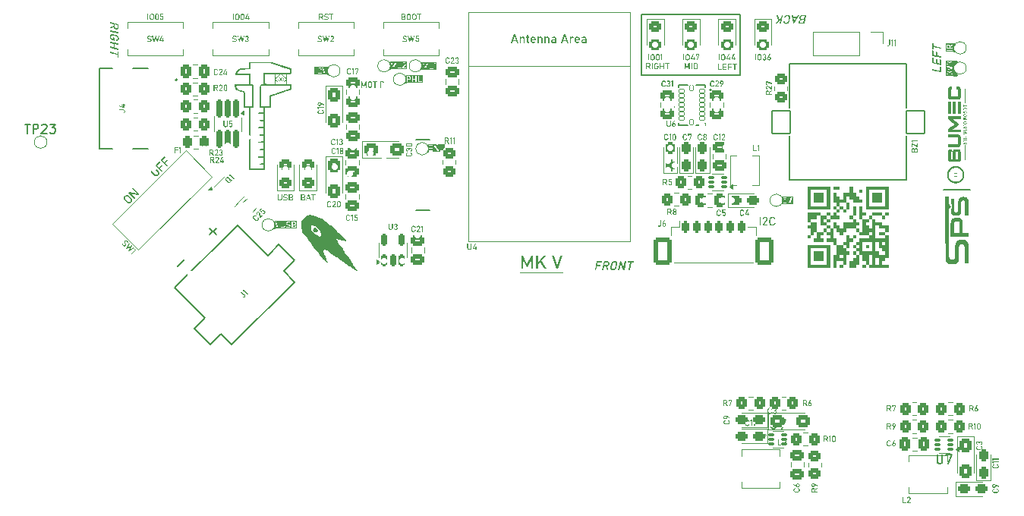
<source format=gto>
G04 #@! TF.GenerationSoftware,KiCad,Pcbnew,9.0.0*
G04 #@! TF.CreationDate,2025-04-15T23:50:37+02:00*
G04 #@! TF.ProjectId,SUMEC_MK_V,53554d45-435f-44d4-9b5f-562e6b696361,v2.1.1*
G04 #@! TF.SameCoordinates,Original*
G04 #@! TF.FileFunction,Legend,Top*
G04 #@! TF.FilePolarity,Positive*
%FSLAX46Y46*%
G04 Gerber Fmt 4.6, Leading zero omitted, Abs format (unit mm)*
G04 Created by KiCad (PCBNEW 9.0.0) date 2025-04-15 23:50:37*
%MOMM*%
%LPD*%
G01*
G04 APERTURE LIST*
G04 Aperture macros list*
%AMRoundRect*
0 Rectangle with rounded corners*
0 $1 Rounding radius*
0 $2 $3 $4 $5 $6 $7 $8 $9 X,Y pos of 4 corners*
0 Add a 4 corners polygon primitive as box body*
4,1,4,$2,$3,$4,$5,$6,$7,$8,$9,$2,$3,0*
0 Add four circle primitives for the rounded corners*
1,1,$1+$1,$2,$3*
1,1,$1+$1,$4,$5*
1,1,$1+$1,$6,$7*
1,1,$1+$1,$8,$9*
0 Add four rect primitives between the rounded corners*
20,1,$1+$1,$2,$3,$4,$5,0*
20,1,$1+$1,$4,$5,$6,$7,0*
20,1,$1+$1,$6,$7,$8,$9,0*
20,1,$1+$1,$8,$9,$2,$3,0*%
%AMRotRect*
0 Rectangle, with rotation*
0 The origin of the aperture is its center*
0 $1 length*
0 $2 width*
0 $3 Rotation angle, in degrees counterclockwise*
0 Add horizontal line*
21,1,$1,$2,0,0,$3*%
G04 Aperture macros list end*
%ADD10C,0.100000*%
%ADD11C,0.010000*%
%ADD12C,0.150000*%
%ADD13C,0.087500*%
%ADD14C,0.187500*%
%ADD15C,0.175000*%
%ADD16C,0.120000*%
%ADD17C,0.127000*%
%ADD18C,0.200000*%
%ADD19C,0.000000*%
%ADD20RoundRect,0.250000X0.350000X0.450000X-0.350000X0.450000X-0.350000X-0.450000X0.350000X-0.450000X0*%
%ADD21RoundRect,0.250000X0.400000X0.275000X-0.400000X0.275000X-0.400000X-0.275000X0.400000X-0.275000X0*%
%ADD22RoundRect,0.250000X-0.537500X-0.425000X0.537500X-0.425000X0.537500X0.425000X-0.537500X0.425000X0*%
%ADD23RoundRect,0.250000X0.450000X-0.350000X0.450000X0.350000X-0.450000X0.350000X-0.450000X-0.350000X0*%
%ADD24RoundRect,0.250000X-0.350000X-0.450000X0.350000X-0.450000X0.350000X0.450000X-0.350000X0.450000X0*%
%ADD25R,1.854500X2.286000*%
%ADD26RoundRect,0.087500X0.250000X0.087500X-0.250000X0.087500X-0.250000X-0.087500X0.250000X-0.087500X0*%
%ADD27RoundRect,0.250000X-0.425000X0.537500X-0.425000X-0.537500X0.425000X-0.537500X0.425000X0.537500X0*%
%ADD28RoundRect,0.250000X0.275000X-0.400000X0.275000X0.400000X-0.275000X0.400000X-0.275000X-0.400000X0*%
%ADD29RoundRect,0.250000X-0.400000X-0.275000X0.400000X-0.275000X0.400000X0.275000X-0.400000X0.275000X0*%
%ADD30RoundRect,0.250000X-0.337500X-0.475000X0.337500X-0.475000X0.337500X0.475000X-0.337500X0.475000X0*%
%ADD31RoundRect,0.087500X-0.250000X-0.087500X0.250000X-0.087500X0.250000X0.087500X-0.250000X0.087500X0*%
%ADD32RoundRect,0.250000X0.475000X-0.337500X0.475000X0.337500X-0.475000X0.337500X-0.475000X-0.337500X0*%
%ADD33C,1.000000*%
%ADD34RoundRect,0.200000X-0.200000X-0.450000X0.200000X-0.450000X0.200000X0.450000X-0.200000X0.450000X0*%
%ADD35RoundRect,0.250001X-0.799999X-1.249999X0.799999X-1.249999X0.799999X1.249999X-0.799999X1.249999X0*%
%ADD36C,0.600000*%
%ADD37O,2.204000X1.104000*%
%ADD38O,1.904000X1.104000*%
%ADD39C,2.754000*%
%ADD40RoundRect,0.102000X0.000000X1.803122X-1.803122X0.000000X0.000000X-1.803122X1.803122X0.000000X0*%
%ADD41C,1.712000*%
%ADD42R,1.700000X1.700000*%
%ADD43O,1.700000X1.700000*%
%ADD44RoundRect,0.250000X0.450000X-0.325000X0.450000X0.325000X-0.450000X0.325000X-0.450000X-0.325000X0*%
%ADD45RoundRect,0.250000X-0.475000X0.337500X-0.475000X-0.337500X0.475000X-0.337500X0.475000X0.337500X0*%
%ADD46RoundRect,0.162500X-0.162500X0.837500X-0.162500X-0.837500X0.162500X-0.837500X0.162500X0.837500X0*%
%ADD47R,1.500000X0.900000*%
%ADD48R,0.900000X1.500000*%
%ADD49R,0.900000X0.900000*%
%ADD50R,2.000000X1.600000*%
%ADD51R,1.475000X0.450000*%
%ADD52R,2.460000X3.550000*%
%ADD53RoundRect,0.250000X0.337500X0.475000X-0.337500X0.475000X-0.337500X-0.475000X0.337500X-0.475000X0*%
%ADD54R,1.200000X1.500000*%
%ADD55RoundRect,0.250000X-0.450000X0.325000X-0.450000X-0.325000X0.450000X-0.325000X0.450000X0.325000X0*%
%ADD56RoundRect,0.020000X-0.295000X0.175000X-0.295000X-0.175000X0.295000X-0.175000X0.295000X0.175000X0*%
%ADD57RoundRect,0.020000X-0.175000X0.295000X-0.175000X-0.295000X0.175000X-0.295000X0.175000X0.295000X0*%
%ADD58RoundRect,0.250000X0.097227X-0.574524X0.574524X-0.097227X-0.097227X0.574524X-0.574524X0.097227X0*%
%ADD59RoundRect,0.102000X1.000000X-1.250000X1.000000X1.250000X-1.000000X1.250000X-1.000000X-1.250000X0*%
%ADD60RoundRect,0.250000X-0.450000X0.350000X-0.450000X-0.350000X0.450000X-0.350000X0.450000X0.350000X0*%
%ADD61RoundRect,0.150000X-0.256326X-0.468458X0.468458X0.256326X0.256326X0.468458X-0.468458X-0.256326X0*%
%ADD62RoundRect,0.150000X0.150000X-0.512500X0.150000X0.512500X-0.150000X0.512500X-0.150000X-0.512500X0*%
%ADD63RotRect,1.000000X1.000000X135.000000*%
%ADD64RoundRect,0.250000X0.353553X0.000000X0.000000X0.353553X-0.353553X0.000000X0.000000X-0.353553X0*%
%ADD65C,0.800000*%
%ADD66C,6.400000*%
%ADD67RoundRect,0.243750X0.243750X0.456250X-0.243750X0.456250X-0.243750X-0.456250X0.243750X-0.456250X0*%
%ADD68C,0.500000*%
%ADD69C,0.700000*%
G04 APERTURE END LIST*
D10*
X113885000Y-55520000D02*
X113965000Y-55520000D01*
X113965000Y-55575400D01*
X113885000Y-55575400D01*
X113885000Y-55520000D01*
D11*
X176910000Y-52940000D02*
X176750000Y-53100000D01*
X176750000Y-53120000D01*
X176740000Y-53110000D01*
X176740000Y-52790000D01*
X176720000Y-52770000D01*
X176910000Y-52770000D01*
X176910000Y-52940000D01*
G36*
X176910000Y-52940000D02*
G01*
X176750000Y-53100000D01*
X176750000Y-53120000D01*
X176740000Y-53110000D01*
X176740000Y-52790000D01*
X176720000Y-52770000D01*
X176910000Y-52770000D01*
X176910000Y-52940000D01*
G37*
D10*
X118163641Y-64774600D02*
X118210000Y-64774600D01*
X118210000Y-64830000D01*
X118163641Y-64830000D01*
X118163641Y-64774600D01*
D11*
X176780000Y-53410000D02*
X176780000Y-53480000D01*
X176910000Y-53610000D01*
X176910000Y-53690000D01*
X176750000Y-53690000D01*
X176730000Y-53670000D01*
X176730000Y-53400000D01*
X176770000Y-53400000D01*
X176780000Y-53410000D01*
G36*
X176780000Y-53410000D02*
G01*
X176780000Y-53480000D01*
X176910000Y-53610000D01*
X176910000Y-53690000D01*
X176750000Y-53690000D01*
X176730000Y-53670000D01*
X176730000Y-53400000D01*
X176770000Y-53400000D01*
X176780000Y-53410000D01*
G37*
X176830000Y-55730000D02*
X176830000Y-55810000D01*
X177210000Y-56190000D01*
X177070000Y-56330000D01*
X176760000Y-56330000D01*
X176760000Y-55680000D01*
X176770000Y-55670000D01*
X176830000Y-55730000D01*
G36*
X176830000Y-55730000D02*
G01*
X176830000Y-55810000D01*
X177210000Y-56190000D01*
X177070000Y-56330000D01*
X176760000Y-56330000D01*
X176760000Y-55680000D01*
X176770000Y-55670000D01*
X176830000Y-55730000D01*
G37*
D10*
X100970116Y-72605000D02*
X101030000Y-72605000D01*
X101030000Y-72695400D01*
X100970116Y-72695400D01*
X100970116Y-72605000D01*
X113855000Y-54820000D02*
X113965000Y-54820000D01*
X113965000Y-54915400D01*
X113855000Y-54915400D01*
X113855000Y-54820000D01*
X106977300Y-55420000D02*
X107022700Y-55420000D01*
X107022700Y-55480000D01*
X106977300Y-55480000D01*
X106977300Y-55420000D01*
D12*
X142000000Y-49500000D02*
X153000000Y-49500000D01*
X153000000Y-56250000D01*
X142000000Y-56250000D01*
X142000000Y-49500000D01*
D11*
X177200000Y-54830000D02*
X177200000Y-54850000D01*
X176780000Y-55270000D01*
X176780000Y-55310000D01*
X176740000Y-55310000D01*
X176740000Y-54700000D01*
X176750000Y-54690000D01*
X177060000Y-54690000D01*
X177200000Y-54830000D01*
G36*
X177200000Y-54830000D02*
G01*
X177200000Y-54850000D01*
X176780000Y-55270000D01*
X176780000Y-55310000D01*
X176740000Y-55310000D01*
X176740000Y-54700000D01*
X176750000Y-54690000D01*
X177060000Y-54690000D01*
X177200000Y-54830000D01*
G37*
D10*
X128375000Y-78300000D02*
X133125000Y-78300000D01*
X157620000Y-70560000D02*
X157730000Y-70560000D01*
X157730000Y-70615400D01*
X157620000Y-70615400D01*
X157620000Y-70560000D01*
X117412300Y-55455000D02*
X117507700Y-55455000D01*
X117507700Y-55625000D01*
X117412300Y-55625000D01*
X117412300Y-55455000D01*
X100970000Y-73300000D02*
X101050000Y-73300000D01*
X101050000Y-73365400D01*
X100970000Y-73365400D01*
X100970000Y-73300000D01*
X157610000Y-69860000D02*
X157720000Y-69860000D01*
X157720000Y-69915400D01*
X157610000Y-69915400D01*
X157610000Y-69860000D01*
X115620000Y-57074600D02*
X115730000Y-57074600D01*
X115730000Y-57120000D01*
X115620000Y-57120000D01*
X115620000Y-57074600D01*
X115615000Y-56370000D02*
X115725000Y-56370000D01*
X115725000Y-56425400D01*
X115615000Y-56425400D01*
X115615000Y-56370000D01*
X117410000Y-54870000D02*
X117500000Y-54870000D01*
X117500000Y-55050000D01*
X117410000Y-55050000D01*
X117410000Y-54870000D01*
D12*
X175650000Y-69100000D02*
X178650000Y-69100000D01*
D10*
X118090000Y-64074600D02*
X118200000Y-64074600D01*
X118200000Y-64130000D01*
X118090000Y-64130000D01*
X118090000Y-64074600D01*
X106915000Y-56078450D02*
X107005000Y-56078450D01*
X107005000Y-56181550D01*
X106915000Y-56181550D01*
X106915000Y-56078450D01*
D12*
G36*
X84607575Y-69655722D02*
G01*
X84667121Y-69668494D01*
X84723713Y-69691709D01*
X84779276Y-69726504D01*
X84834344Y-69774319D01*
X85033387Y-69973363D01*
X85080895Y-70028099D01*
X85115643Y-70083594D01*
X85138997Y-70140369D01*
X85151893Y-70200065D01*
X85153286Y-70258660D01*
X85143358Y-70317177D01*
X85122683Y-70372909D01*
X85090529Y-70426719D01*
X85045563Y-70479218D01*
X84993065Y-70524185D01*
X84939239Y-70556355D01*
X84883479Y-70577056D01*
X84824990Y-70586964D01*
X84766394Y-70585572D01*
X84706671Y-70572695D01*
X84649922Y-70549319D01*
X84594442Y-70514557D01*
X84539708Y-70467042D01*
X84340664Y-70267999D01*
X84292842Y-70212934D01*
X84258032Y-70157384D01*
X84234796Y-70100820D01*
X84222042Y-70041246D01*
X84221303Y-70008595D01*
X84363289Y-70008595D01*
X84372509Y-70061290D01*
X84396738Y-70112554D01*
X84438329Y-70163771D01*
X84643936Y-70369377D01*
X84694821Y-70410671D01*
X84746020Y-70434862D01*
X84798896Y-70444202D01*
X84851995Y-70438902D01*
X84901183Y-70418650D01*
X84948157Y-70381812D01*
X84985286Y-70334511D01*
X85005577Y-70285254D01*
X85010763Y-70232335D01*
X85001313Y-70179600D01*
X84977054Y-70128469D01*
X84935722Y-70077591D01*
X84730116Y-69871984D01*
X84678905Y-69830354D01*
X84627709Y-69806057D01*
X84575156Y-69796728D01*
X84522381Y-69802026D01*
X84473191Y-69822383D01*
X84425895Y-69859550D01*
X84389020Y-69906518D01*
X84368700Y-69955640D01*
X84363289Y-70008595D01*
X84221303Y-70008595D01*
X84220717Y-69982719D01*
X84230651Y-69924228D01*
X84251351Y-69868467D01*
X84283521Y-69814642D01*
X84328489Y-69762143D01*
X84380987Y-69717177D01*
X84434798Y-69685023D01*
X84490530Y-69664349D01*
X84549049Y-69654395D01*
X84607575Y-69655722D01*
G37*
G36*
X85434971Y-70074611D02*
G01*
X84733095Y-69372735D01*
X84822427Y-69283403D01*
X85708839Y-69482878D01*
X85709789Y-69507057D01*
X85154281Y-68951549D01*
X85251860Y-68853970D01*
X85953736Y-69555846D01*
X85863411Y-69646172D01*
X84986195Y-69453907D01*
X84985245Y-69429728D01*
X85532550Y-69977033D01*
X85434971Y-70074611D01*
G37*
G36*
X96493363Y-49436177D02*
G01*
X96493363Y-50131000D01*
X96395825Y-50131000D01*
X96395825Y-49436177D01*
X96493363Y-49436177D01*
G37*
G36*
X96943514Y-49432383D02*
G01*
X96986064Y-49443102D01*
X97023883Y-49460455D01*
X97057776Y-49484494D01*
X97086088Y-49514120D01*
X97109240Y-49549915D01*
X97125761Y-49589417D01*
X97136040Y-49634143D01*
X97139630Y-49685067D01*
X97139630Y-49882110D01*
X97136052Y-49932718D01*
X97125783Y-49977386D01*
X97109240Y-50017048D01*
X97086075Y-50052979D01*
X97057761Y-50082672D01*
X97023883Y-50106722D01*
X96986064Y-50124074D01*
X96943514Y-50134794D01*
X96895271Y-50138522D01*
X96847028Y-50134795D01*
X96804462Y-50124076D01*
X96766616Y-50106722D01*
X96732762Y-50082676D01*
X96704447Y-50052984D01*
X96681259Y-50017048D01*
X96664740Y-49977389D01*
X96654486Y-49932720D01*
X96650912Y-49882110D01*
X96650912Y-49685067D01*
X96651141Y-49681819D01*
X96750844Y-49681819D01*
X96750844Y-49885358D01*
X96755592Y-49930984D01*
X96768960Y-49968301D01*
X96790509Y-49999096D01*
X96819415Y-50022756D01*
X96853786Y-50037078D01*
X96895271Y-50042095D01*
X96937062Y-50037060D01*
X96971486Y-50022723D01*
X97000247Y-49999096D01*
X97021672Y-49968317D01*
X97034972Y-49931000D01*
X97039698Y-49885358D01*
X97039698Y-49681819D01*
X97034956Y-49635865D01*
X97021641Y-49598498D01*
X97000247Y-49567867D01*
X96971502Y-49544367D01*
X96937078Y-49530096D01*
X96895271Y-49525082D01*
X96853771Y-49530078D01*
X96819399Y-49544334D01*
X96790509Y-49567867D01*
X96768990Y-49598514D01*
X96755608Y-49635881D01*
X96750844Y-49681819D01*
X96651141Y-49681819D01*
X96654497Y-49634140D01*
X96664763Y-49589415D01*
X96681259Y-49549915D01*
X96704434Y-49514115D01*
X96732747Y-49484490D01*
X96766616Y-49460455D01*
X96804462Y-49443101D01*
X96847028Y-49432382D01*
X96895271Y-49428655D01*
X96943514Y-49432383D01*
G37*
G36*
X97512097Y-49431730D02*
G01*
X97552194Y-49442161D01*
X97584821Y-49458438D01*
X97611293Y-49480373D01*
X97632418Y-49507866D01*
X97647944Y-49540498D01*
X97657766Y-49579282D01*
X97661259Y-49625527D01*
X97661259Y-49941650D01*
X97657777Y-49987631D01*
X97647971Y-50026313D01*
X97632446Y-50058970D01*
X97611293Y-50086590D01*
X97584807Y-50108624D01*
X97552174Y-50124966D01*
X97512081Y-50135434D01*
X97462806Y-50139206D01*
X97413049Y-50135372D01*
X97372765Y-50124752D01*
X97340153Y-50108201D01*
X97313848Y-50085906D01*
X97292831Y-50057955D01*
X97277452Y-50025248D01*
X97267776Y-49986873D01*
X97264352Y-49941650D01*
X97264352Y-49625655D01*
X97361891Y-49625655D01*
X97361891Y-49941522D01*
X97364815Y-49973228D01*
X97372891Y-49998333D01*
X97385570Y-50018245D01*
X97403332Y-50033012D01*
X97428254Y-50042608D01*
X97462806Y-50046198D01*
X97497357Y-50042608D01*
X97522280Y-50033012D01*
X97540042Y-50018245D01*
X97552721Y-49998333D01*
X97560797Y-49973228D01*
X97563721Y-49941522D01*
X97563721Y-49625655D01*
X97560781Y-49593631D01*
X97552692Y-49568480D01*
X97540042Y-49548718D01*
X97522299Y-49534075D01*
X97497378Y-49524547D01*
X97462806Y-49520979D01*
X97428234Y-49524547D01*
X97403313Y-49534075D01*
X97385570Y-49548718D01*
X97372920Y-49568480D01*
X97364831Y-49593631D01*
X97361891Y-49625655D01*
X97264352Y-49625655D01*
X97264352Y-49625527D01*
X97267850Y-49579562D01*
X97277701Y-49540887D01*
X97293304Y-49508223D01*
X97314575Y-49480587D01*
X97341186Y-49458523D01*
X97373841Y-49442182D01*
X97413821Y-49431731D01*
X97462806Y-49427971D01*
X97512097Y-49431730D01*
G37*
G36*
X97795043Y-50023630D02*
G01*
X97795043Y-49939086D01*
X98028417Y-49436177D01*
X98128819Y-49436177D01*
X97901216Y-49933358D01*
X98242173Y-49933358D01*
X98242173Y-50023630D01*
X97795043Y-50023630D01*
G37*
G36*
X98094882Y-50131000D02*
G01*
X98094882Y-49720672D01*
X98190027Y-49720672D01*
X98190027Y-50131000D01*
X98094882Y-50131000D01*
G37*
D13*
G36*
X119116924Y-55668278D02*
G01*
X117483204Y-55668278D01*
X117483204Y-55590500D01*
X117560982Y-55590500D01*
X117656127Y-55590500D01*
X117656127Y-55120976D01*
X117822523Y-55493987D01*
X117890441Y-55493987D01*
X118056838Y-55111668D01*
X118056838Y-55590500D01*
X118152025Y-55590500D01*
X118324192Y-55590500D01*
X118372961Y-55590500D01*
X118421730Y-55590500D01*
X118770808Y-55590500D01*
X118770808Y-55497492D01*
X118421730Y-55497492D01*
X118421730Y-54961672D01*
X118842616Y-54961672D01*
X118842616Y-55062544D01*
X118941607Y-55001807D01*
X118941607Y-55590500D01*
X119039146Y-55590500D01*
X119039146Y-54895677D01*
X118941607Y-54895677D01*
X118842616Y-54961672D01*
X118421730Y-54961672D01*
X118421730Y-54895677D01*
X118324192Y-54895677D01*
X118324192Y-55590500D01*
X118152025Y-55590500D01*
X118152025Y-54895677D01*
X118060684Y-54895677D01*
X117856504Y-55354433D01*
X117652323Y-54895677D01*
X117560982Y-54895677D01*
X117560982Y-55590500D01*
X117483204Y-55590500D01*
X117483204Y-54817899D01*
X119116924Y-54817899D01*
X119116924Y-55668278D01*
G37*
D14*
G36*
X136770289Y-78030000D02*
G01*
X136976674Y-77037397D01*
X137112962Y-77037397D01*
X136906577Y-78030000D01*
X136770289Y-78030000D01*
G37*
G36*
X136924040Y-77611856D02*
G01*
X136951639Y-77478988D01*
X137422723Y-77478988D01*
X137395123Y-77611856D01*
X136924040Y-77611856D01*
G37*
G36*
X137015814Y-77170265D02*
G01*
X137043475Y-77037397D01*
X137588014Y-77037397D01*
X137560354Y-77170265D01*
X137015814Y-77170265D01*
G37*
G36*
X137712883Y-77611856D02*
G01*
X137740483Y-77478988D01*
X138071920Y-77478988D01*
X138109914Y-77474295D01*
X138144350Y-77460397D01*
X138176273Y-77436673D01*
X138202346Y-77406090D01*
X138222174Y-77369141D01*
X138235685Y-77324626D01*
X138240696Y-77278541D01*
X138235914Y-77242016D01*
X138222862Y-77212641D01*
X138201602Y-77189481D01*
X138173449Y-77175353D01*
X138136095Y-77170265D01*
X137804658Y-77170265D01*
X137832318Y-77037397D01*
X138158443Y-77037397D01*
X138214045Y-77041750D01*
X138260422Y-77053973D01*
X138299249Y-77073300D01*
X138332795Y-77100415D01*
X138358514Y-77133515D01*
X138376980Y-77173501D01*
X138386804Y-77216821D01*
X138388439Y-77266694D01*
X138380704Y-77324626D01*
X138365016Y-77380478D01*
X138342735Y-77430509D01*
X138313904Y-77475446D01*
X138278718Y-77515527D01*
X138239035Y-77548882D01*
X138194469Y-77575952D01*
X138146292Y-77595749D01*
X138094716Y-77607759D01*
X138039009Y-77611856D01*
X137712883Y-77611856D01*
G37*
G36*
X137566521Y-78030000D02*
G01*
X137772906Y-77037397D01*
X137909193Y-77037397D01*
X137702808Y-78030000D01*
X137566521Y-78030000D01*
G37*
G36*
X138113075Y-78030000D02*
G01*
X137983932Y-77581020D01*
X138126142Y-77549513D01*
X138274825Y-78030000D01*
X138113075Y-78030000D01*
G37*
G36*
X139048920Y-77032147D02*
G01*
X139104990Y-77047593D01*
X139151901Y-77072079D01*
X139191963Y-77106257D01*
X139222688Y-77148415D01*
X139244591Y-77199879D01*
X139255831Y-77255260D01*
X139257097Y-77319010D01*
X139246912Y-77392953D01*
X139188415Y-77674443D01*
X139168655Y-77745939D01*
X139141097Y-77809893D01*
X139105861Y-77867212D01*
X139062750Y-77918617D01*
X139014269Y-77961096D01*
X138959987Y-77995317D01*
X138901030Y-78020419D01*
X138838254Y-78035587D01*
X138770760Y-78040746D01*
X138703484Y-78035251D01*
X138647411Y-78019808D01*
X138600462Y-77995317D01*
X138560457Y-77961132D01*
X138529747Y-77918880D01*
X138507833Y-77867212D01*
X138496635Y-77811598D01*
X138495390Y-77747924D01*
X138495692Y-77745729D01*
X138637292Y-77745729D01*
X138645218Y-77798706D01*
X138665858Y-77841566D01*
X138689556Y-77867887D01*
X138718835Y-77886818D01*
X138754855Y-77898727D01*
X138799398Y-77902993D01*
X138858108Y-77896099D01*
X138910740Y-77875827D01*
X138958888Y-77841566D01*
X138998370Y-77797028D01*
X139027995Y-77743440D01*
X139047793Y-77679084D01*
X139108243Y-77388312D01*
X139115232Y-77321188D01*
X139107396Y-77268145D01*
X139086933Y-77225525D01*
X139063396Y-77199398D01*
X139034131Y-77180557D01*
X138997934Y-77168671D01*
X138952965Y-77164403D01*
X138894711Y-77171243D01*
X138842206Y-77191398D01*
X138793902Y-77225525D01*
X138754315Y-77269875D01*
X138724559Y-77323541D01*
X138704631Y-77388312D01*
X138644181Y-77679084D01*
X138637292Y-77745729D01*
X138495692Y-77745729D01*
X138505512Y-77674443D01*
X138564009Y-77392953D01*
X138583862Y-77321011D01*
X138611432Y-77256971D01*
X138646563Y-77199879D01*
X138689655Y-77148664D01*
X138738135Y-77106281D01*
X138792437Y-77072079D01*
X138851394Y-77046975D01*
X138914150Y-77031808D01*
X138981603Y-77026650D01*
X139048920Y-77032147D01*
G37*
G36*
X139341678Y-78030000D02*
G01*
X139548063Y-77037397D01*
X139671650Y-77037397D01*
X139987090Y-77805235D01*
X139967367Y-77823004D01*
X140130704Y-77037397D01*
X140265648Y-77037397D01*
X140059263Y-78030000D01*
X139934333Y-78030000D01*
X139617794Y-77273763D01*
X139637578Y-77255994D01*
X139476683Y-78030000D01*
X139341678Y-78030000D01*
G37*
G36*
X140517219Y-78030000D02*
G01*
X140706629Y-77118913D01*
X140842978Y-77118913D01*
X140653567Y-78030000D01*
X140517219Y-78030000D01*
G37*
G36*
X140421353Y-77170265D02*
G01*
X140449014Y-77037397D01*
X141134603Y-77037397D01*
X141106943Y-77170265D01*
X140421353Y-77170265D01*
G37*
D12*
G36*
X106031627Y-49838299D02*
G01*
X106031627Y-49745291D01*
X106268805Y-49745291D01*
X106295837Y-49741861D01*
X106318268Y-49732033D01*
X106337193Y-49715671D01*
X106351164Y-49694541D01*
X106359896Y-49668806D01*
X106363009Y-49637238D01*
X106359895Y-49605671D01*
X106351162Y-49579951D01*
X106337193Y-49558848D01*
X106318265Y-49542460D01*
X106295834Y-49532619D01*
X106268805Y-49529185D01*
X106031627Y-49529185D01*
X106031627Y-49436177D01*
X106265001Y-49436177D01*
X106304846Y-49439132D01*
X106339966Y-49447615D01*
X106371130Y-49461310D01*
X106399265Y-49480359D01*
X106422635Y-49503614D01*
X106441655Y-49531450D01*
X106455336Y-49562370D01*
X106463826Y-49597366D01*
X106466788Y-49637238D01*
X106463815Y-49676784D01*
X106455267Y-49711722D01*
X106441442Y-49742812D01*
X106422272Y-49770810D01*
X106398892Y-49794130D01*
X106370917Y-49813166D01*
X106339888Y-49826854D01*
X106304845Y-49835341D01*
X106265001Y-49838299D01*
X106031627Y-49838299D01*
G37*
G36*
X105989098Y-50131000D02*
G01*
X105989098Y-49436177D01*
X106086636Y-49436177D01*
X106086636Y-50131000D01*
X105989098Y-50131000D01*
G37*
G36*
X106380234Y-50131000D02*
G01*
X106221019Y-49816714D01*
X106318087Y-49794659D01*
X106495981Y-50131000D01*
X106380234Y-50131000D01*
G37*
G36*
X106817661Y-50138522D02*
G01*
X106767853Y-50136067D01*
X106722260Y-50128948D01*
X106678721Y-50116901D01*
X106638570Y-50100268D01*
X106600950Y-50078801D01*
X106565651Y-50052439D01*
X106626389Y-49977810D01*
X106668273Y-50008135D01*
X106713882Y-50029614D01*
X106763135Y-50042464D01*
X106817661Y-50046882D01*
X106867420Y-50043256D01*
X106905648Y-50033461D01*
X106934776Y-50018629D01*
X106958041Y-49997086D01*
X106971680Y-49971203D01*
X106976407Y-49939513D01*
X106976407Y-49939043D01*
X106973794Y-49913396D01*
X106966621Y-49893598D01*
X106955335Y-49878306D01*
X106931646Y-49860330D01*
X106900111Y-49847018D01*
X106825312Y-49830007D01*
X106746153Y-49814235D01*
X106707591Y-49802467D01*
X106672764Y-49785768D01*
X106642823Y-49762385D01*
X106618951Y-49730032D01*
X106608251Y-49704938D01*
X106601223Y-49673090D01*
X106598649Y-49632921D01*
X106598649Y-49632451D01*
X106603025Y-49584845D01*
X106615423Y-49544811D01*
X106635360Y-49510866D01*
X106663190Y-49481997D01*
X106696511Y-49459844D01*
X106736981Y-49443205D01*
X106786029Y-49432502D01*
X106845401Y-49428655D01*
X106900690Y-49433132D01*
X106954907Y-49446607D01*
X107007075Y-49468902D01*
X107059114Y-49501360D01*
X107003677Y-49578852D01*
X106963200Y-49552477D01*
X106924517Y-49534699D01*
X106884739Y-49523846D01*
X106845401Y-49520295D01*
X106798606Y-49523924D01*
X106762456Y-49533771D01*
X106734698Y-49548804D01*
X106712851Y-49570349D01*
X106699817Y-49596737D01*
X106695247Y-49629545D01*
X106695247Y-49630057D01*
X106698054Y-49655218D01*
X106705815Y-49674707D01*
X106718199Y-49689854D01*
X106743851Y-49707309D01*
X106778210Y-49720244D01*
X106857796Y-49738623D01*
X106934305Y-49757045D01*
X106971090Y-49770327D01*
X107003890Y-49788162D01*
X107031888Y-49811990D01*
X107054113Y-49843855D01*
X107064111Y-49868195D01*
X107070632Y-49898532D01*
X107073005Y-49936179D01*
X107073005Y-49937120D01*
X107068502Y-49984062D01*
X107055716Y-50023599D01*
X107035057Y-50057220D01*
X107006027Y-50085906D01*
X106971640Y-50107689D01*
X106929818Y-50124117D01*
X106879084Y-50134710D01*
X106817661Y-50138522D01*
G37*
G36*
X107312748Y-50131000D02*
G01*
X107312748Y-49493239D01*
X107410329Y-49493239D01*
X107410329Y-50131000D01*
X107312748Y-50131000D01*
G37*
G36*
X107116218Y-49529185D02*
G01*
X107116218Y-49436177D01*
X107606859Y-49436177D01*
X107606859Y-49529185D01*
X107116218Y-49529185D01*
G37*
G36*
X150476830Y-55731000D02*
G01*
X150476830Y-55036177D01*
X150574368Y-55036177D01*
X150574368Y-55731000D01*
X150476830Y-55731000D01*
G37*
G36*
X150525599Y-55731000D02*
G01*
X150525599Y-55637992D01*
X150923446Y-55637992D01*
X150923446Y-55731000D01*
X150525599Y-55731000D01*
G37*
G36*
X151038295Y-55731000D02*
G01*
X151038295Y-55036177D01*
X151135834Y-55036177D01*
X151135834Y-55731000D01*
X151038295Y-55731000D01*
G37*
G36*
X151085611Y-55731000D02*
G01*
X151085611Y-55637992D01*
X151484912Y-55637992D01*
X151484912Y-55731000D01*
X151085611Y-55731000D01*
G37*
G36*
X151085611Y-55432828D02*
G01*
X151085611Y-55339820D01*
X151432296Y-55339820D01*
X151432296Y-55432828D01*
X151085611Y-55432828D01*
G37*
G36*
X151085611Y-55129185D02*
G01*
X151085611Y-55036177D01*
X151484912Y-55036177D01*
X151484912Y-55129185D01*
X151085611Y-55129185D01*
G37*
G36*
X151623697Y-55731000D02*
G01*
X151623697Y-55036177D01*
X151721235Y-55036177D01*
X151721235Y-55731000D01*
X151623697Y-55731000D01*
G37*
G36*
X151671525Y-55438299D02*
G01*
X151671525Y-55345291D01*
X152008636Y-55345291D01*
X152008636Y-55438299D01*
X151671525Y-55438299D01*
G37*
G36*
X151671525Y-55129185D02*
G01*
X151671525Y-55036177D01*
X152061209Y-55036177D01*
X152061209Y-55129185D01*
X151671525Y-55129185D01*
G37*
G36*
X152325016Y-55731000D02*
G01*
X152325016Y-55093239D01*
X152422597Y-55093239D01*
X152422597Y-55731000D01*
X152325016Y-55731000D01*
G37*
G36*
X152128486Y-55129185D02*
G01*
X152128486Y-55036177D01*
X152619127Y-55036177D01*
X152619127Y-55129185D01*
X152128486Y-55129185D01*
G37*
D14*
G36*
X175380000Y-55979710D02*
G01*
X174387397Y-55773325D01*
X174387397Y-55637037D01*
X175380000Y-55843422D01*
X175380000Y-55979710D01*
G37*
G36*
X175380000Y-55911566D02*
G01*
X175247131Y-55883967D01*
X175247131Y-55328070D01*
X175380000Y-55355669D01*
X175380000Y-55911566D01*
G37*
G36*
X175380000Y-55177616D02*
G01*
X174387397Y-54971231D01*
X174387397Y-54834944D01*
X175380000Y-55041329D01*
X175380000Y-55177616D01*
G37*
G36*
X175380000Y-55111488D02*
G01*
X175247131Y-55083888D01*
X175247131Y-54525976D01*
X175380000Y-54553576D01*
X175380000Y-55111488D01*
G37*
G36*
X174954040Y-55022950D02*
G01*
X174821172Y-54995289D01*
X174821172Y-54510894D01*
X174954040Y-54538555D01*
X174954040Y-55022950D01*
G37*
G36*
X174520265Y-54932763D02*
G01*
X174387397Y-54905102D01*
X174387397Y-54347191D01*
X174520265Y-54374851D01*
X174520265Y-54932763D01*
G37*
G36*
X175380000Y-54341329D02*
G01*
X174387397Y-54134944D01*
X174387397Y-53998656D01*
X175380000Y-54205041D01*
X175380000Y-54341329D01*
G37*
G36*
X174961856Y-54187578D02*
G01*
X174828988Y-54159979D01*
X174828988Y-53688895D01*
X174961856Y-53716495D01*
X174961856Y-54187578D01*
G37*
G36*
X174520265Y-54095804D02*
G01*
X174387397Y-54068143D01*
X174387397Y-53523604D01*
X174520265Y-53551264D01*
X174520265Y-54095804D01*
G37*
G36*
X175380000Y-53342620D02*
G01*
X174468913Y-53153210D01*
X174468913Y-53016861D01*
X175380000Y-53206271D01*
X175380000Y-53342620D01*
G37*
G36*
X174520265Y-53438485D02*
G01*
X174387397Y-53410825D01*
X174387397Y-52725235D01*
X174520265Y-52752896D01*
X174520265Y-53438485D01*
G37*
D12*
G36*
X101645792Y-70288522D02*
G01*
X101588175Y-70283823D01*
X101540046Y-70270604D01*
X101499659Y-70249625D01*
X101465718Y-70220861D01*
X101438905Y-70185412D01*
X101419059Y-70142788D01*
X101406422Y-70091547D01*
X101401904Y-70029845D01*
X101401904Y-69586177D01*
X101499442Y-69586177D01*
X101499442Y-70032965D01*
X101504190Y-70082241D01*
X101517239Y-70120629D01*
X101537696Y-70150549D01*
X101558093Y-70168246D01*
X101582344Y-70181120D01*
X101611224Y-70189219D01*
X101645792Y-70192095D01*
X101680589Y-70189215D01*
X101709648Y-70181111D01*
X101734034Y-70168234D01*
X101754529Y-70150549D01*
X101775133Y-70120608D01*
X101788265Y-70082220D01*
X101793040Y-70032965D01*
X101793040Y-69586177D01*
X101890621Y-69586177D01*
X101890621Y-70029845D01*
X101886085Y-70091526D01*
X101873395Y-70142761D01*
X101853459Y-70185392D01*
X101826508Y-70220861D01*
X101792468Y-70249613D01*
X101751946Y-70270595D01*
X101703639Y-70283820D01*
X101645792Y-70288522D01*
G37*
G36*
X102243461Y-70288522D02*
G01*
X102193652Y-70286067D01*
X102148059Y-70278948D01*
X102104521Y-70266901D01*
X102064370Y-70250268D01*
X102026749Y-70228801D01*
X101991451Y-70202439D01*
X102052188Y-70127810D01*
X102094072Y-70158135D01*
X102139682Y-70179614D01*
X102188934Y-70192464D01*
X102243461Y-70196882D01*
X102293220Y-70193256D01*
X102331448Y-70183461D01*
X102360575Y-70168629D01*
X102383840Y-70147086D01*
X102397480Y-70121203D01*
X102402206Y-70089513D01*
X102402206Y-70089043D01*
X102399594Y-70063396D01*
X102392420Y-70043598D01*
X102381134Y-70028306D01*
X102357445Y-70010330D01*
X102325911Y-69997018D01*
X102251112Y-69980007D01*
X102171952Y-69964235D01*
X102133390Y-69952467D01*
X102098564Y-69935768D01*
X102068622Y-69912385D01*
X102044751Y-69880032D01*
X102034050Y-69854938D01*
X102027023Y-69823090D01*
X102024448Y-69782921D01*
X102024448Y-69782451D01*
X102028824Y-69734845D01*
X102041223Y-69694811D01*
X102061159Y-69660866D01*
X102088989Y-69631997D01*
X102122311Y-69609844D01*
X102162780Y-69593205D01*
X102211828Y-69582502D01*
X102271201Y-69578655D01*
X102326489Y-69583132D01*
X102380707Y-69596607D01*
X102432874Y-69618902D01*
X102484913Y-69651360D01*
X102429476Y-69728852D01*
X102389000Y-69702477D01*
X102350317Y-69684699D01*
X102310538Y-69673846D01*
X102271201Y-69670295D01*
X102224406Y-69673924D01*
X102188256Y-69683771D01*
X102160497Y-69698804D01*
X102138650Y-69720349D01*
X102125616Y-69746737D01*
X102121046Y-69779545D01*
X102121046Y-69780057D01*
X102123854Y-69805218D01*
X102131614Y-69824707D01*
X102143999Y-69839854D01*
X102169650Y-69857309D01*
X102204009Y-69870244D01*
X102283596Y-69888623D01*
X102360105Y-69907045D01*
X102396889Y-69920327D01*
X102429690Y-69938162D01*
X102457687Y-69961990D01*
X102479912Y-69993855D01*
X102489911Y-70018195D01*
X102496432Y-70048532D01*
X102498804Y-70086179D01*
X102498804Y-70087120D01*
X102494302Y-70134062D01*
X102481515Y-70173599D01*
X102460856Y-70207220D01*
X102431827Y-70235906D01*
X102397440Y-70257689D01*
X102355617Y-70274117D01*
X102304883Y-70284710D01*
X102243461Y-70288522D01*
G37*
G36*
X102685461Y-70281000D02*
G01*
X102685461Y-70190727D01*
X102873870Y-70190727D01*
X102924936Y-70186700D01*
X102960107Y-70176297D01*
X102983632Y-70161192D01*
X103001416Y-70139676D01*
X103012150Y-70114191D01*
X103015903Y-70083529D01*
X103015903Y-70082076D01*
X103012575Y-70048795D01*
X103003262Y-70021848D01*
X102988377Y-69999882D01*
X102967892Y-69983769D01*
X102938714Y-69973155D01*
X102897806Y-69969150D01*
X102685461Y-69969150D01*
X102685461Y-69880930D01*
X102897806Y-69880930D01*
X102932948Y-69877677D01*
X102959448Y-69868877D01*
X102979315Y-69855327D01*
X102994075Y-69836516D01*
X103003406Y-69812096D01*
X103006799Y-69780357D01*
X103003021Y-69746935D01*
X102992655Y-69721567D01*
X102976195Y-69702309D01*
X102954275Y-69688759D01*
X102924471Y-69679798D01*
X102884384Y-69676450D01*
X102685461Y-69676450D01*
X102685461Y-69586177D01*
X102902080Y-69586177D01*
X102953850Y-69589922D01*
X102995390Y-69600235D01*
X103028635Y-69616163D01*
X103055098Y-69637383D01*
X103076580Y-69664395D01*
X103092159Y-69695697D01*
X103101892Y-69732117D01*
X103105320Y-69774757D01*
X103101916Y-69808561D01*
X103091805Y-69840177D01*
X103074717Y-69870244D01*
X103051383Y-69894883D01*
X103020010Y-69913367D01*
X102978589Y-69925510D01*
X103019248Y-69936392D01*
X103052158Y-69955252D01*
X103078777Y-69982315D01*
X103098533Y-70015287D01*
X103110353Y-70051098D01*
X103114382Y-70090624D01*
X103114382Y-70092035D01*
X103110715Y-70133696D01*
X103100215Y-70169759D01*
X103083195Y-70201271D01*
X103059372Y-70228982D01*
X103030510Y-70251088D01*
X102996711Y-70267244D01*
X102957021Y-70277404D01*
X102910201Y-70281000D01*
X102685461Y-70281000D01*
G37*
G36*
X102628100Y-70281000D02*
G01*
X102628100Y-69586177D01*
X102725169Y-69586177D01*
X102725169Y-70281000D01*
X102628100Y-70281000D01*
G37*
G36*
X154724822Y-53936177D02*
G01*
X154724822Y-54631000D01*
X154627284Y-54631000D01*
X154627284Y-53936177D01*
X154724822Y-53936177D01*
G37*
G36*
X155174973Y-53932383D02*
G01*
X155217523Y-53943102D01*
X155255342Y-53960455D01*
X155289235Y-53984494D01*
X155317547Y-54014120D01*
X155340699Y-54049915D01*
X155357220Y-54089417D01*
X155367499Y-54134143D01*
X155371089Y-54185067D01*
X155371089Y-54382110D01*
X155367511Y-54432718D01*
X155357242Y-54477386D01*
X155340699Y-54517048D01*
X155317534Y-54552979D01*
X155289220Y-54582672D01*
X155255342Y-54606722D01*
X155217523Y-54624074D01*
X155174973Y-54634794D01*
X155126730Y-54638522D01*
X155078487Y-54634795D01*
X155035921Y-54624076D01*
X154998075Y-54606722D01*
X154964221Y-54582676D01*
X154935906Y-54552984D01*
X154912718Y-54517048D01*
X154896199Y-54477389D01*
X154885945Y-54432720D01*
X154882371Y-54382110D01*
X154882371Y-54185067D01*
X154882600Y-54181819D01*
X154982303Y-54181819D01*
X154982303Y-54385358D01*
X154987051Y-54430984D01*
X155000419Y-54468301D01*
X155021968Y-54499096D01*
X155050874Y-54522756D01*
X155085245Y-54537078D01*
X155126730Y-54542095D01*
X155168521Y-54537060D01*
X155202945Y-54522723D01*
X155231706Y-54499096D01*
X155253131Y-54468317D01*
X155266431Y-54431000D01*
X155271157Y-54385358D01*
X155271157Y-54181819D01*
X155266415Y-54135865D01*
X155253100Y-54098498D01*
X155231706Y-54067867D01*
X155202961Y-54044367D01*
X155168537Y-54030096D01*
X155126730Y-54025082D01*
X155085230Y-54030078D01*
X155050858Y-54044334D01*
X155021968Y-54067867D01*
X155000449Y-54098514D01*
X154987067Y-54135881D01*
X154982303Y-54181819D01*
X154882600Y-54181819D01*
X154885956Y-54134140D01*
X154896222Y-54089415D01*
X154912718Y-54049915D01*
X154935893Y-54014115D01*
X154964206Y-53984490D01*
X154998075Y-53960455D01*
X155035921Y-53943101D01*
X155078487Y-53932382D01*
X155126730Y-53928655D01*
X155174973Y-53932383D01*
G37*
G36*
X155689991Y-54639206D02*
G01*
X155651249Y-54636687D01*
X155617126Y-54629476D01*
X155586938Y-54617920D01*
X155559251Y-54601506D01*
X155535703Y-54581084D01*
X155515900Y-54556371D01*
X155500576Y-54528514D01*
X155489022Y-54496188D01*
X155481493Y-54458662D01*
X155580955Y-54458662D01*
X155588340Y-54487256D01*
X155600206Y-54508757D01*
X155616345Y-54524656D01*
X155636442Y-54535901D01*
X155660661Y-54542987D01*
X155689991Y-54545515D01*
X155721188Y-54542341D01*
X155745710Y-54533561D01*
X155765046Y-54519655D01*
X155779524Y-54500794D01*
X155788585Y-54476986D01*
X155791846Y-54446779D01*
X155791846Y-54425707D01*
X155788682Y-54391735D01*
X155780013Y-54365369D01*
X155766500Y-54344924D01*
X155747855Y-54329435D01*
X155724430Y-54319847D01*
X155694778Y-54316415D01*
X155645496Y-54316415D01*
X155645496Y-54223407D01*
X155694778Y-54223407D01*
X155721125Y-54220437D01*
X155741802Y-54212177D01*
X155758122Y-54198916D01*
X155770000Y-54181321D01*
X155777586Y-54158741D01*
X155780348Y-54129758D01*
X155780348Y-54108131D01*
X155777464Y-54081565D01*
X155769457Y-54060699D01*
X155756669Y-54044230D01*
X155739591Y-54032144D01*
X155717663Y-54024457D01*
X155689478Y-54021662D01*
X155665695Y-54024095D01*
X155645119Y-54031098D01*
X155627074Y-54042606D01*
X155612542Y-54058231D01*
X155600729Y-54079778D01*
X155591939Y-54108772D01*
X155492948Y-54108772D01*
X155503260Y-54066124D01*
X155517899Y-54030273D01*
X155536551Y-54000222D01*
X155559199Y-53975201D01*
X155586197Y-53954798D01*
X155616461Y-53940151D01*
X155650613Y-53931115D01*
X155689478Y-53927971D01*
X155734397Y-53931324D01*
X155771716Y-53940709D01*
X155802783Y-53955469D01*
X155828647Y-53975458D01*
X155849539Y-54000629D01*
X155864815Y-54030618D01*
X155874457Y-54066392D01*
X155877887Y-54109242D01*
X155877887Y-54120740D01*
X155874635Y-54154661D01*
X155865208Y-54184700D01*
X155849677Y-54211653D01*
X155828731Y-54234707D01*
X155802412Y-54253618D01*
X155769834Y-54268458D01*
X155805501Y-54280252D01*
X155834534Y-54298759D01*
X155858054Y-54324279D01*
X155874971Y-54354925D01*
X155885604Y-54391568D01*
X155889384Y-54435624D01*
X155889384Y-54447121D01*
X155885750Y-54492566D01*
X155875537Y-54530494D01*
X155859359Y-54562276D01*
X155837239Y-54588941D01*
X155809869Y-54610100D01*
X155776996Y-54625724D01*
X155737513Y-54635657D01*
X155689991Y-54639206D01*
G37*
G36*
X156162505Y-54241736D02*
G01*
X156174680Y-54232398D01*
X156198790Y-54223282D01*
X156229657Y-54219988D01*
X156269753Y-54223661D01*
X156303476Y-54234068D01*
X156332070Y-54250799D01*
X156356389Y-54274142D01*
X156375069Y-54302094D01*
X156389093Y-54336041D01*
X156398112Y-54377184D01*
X156401354Y-54426990D01*
X156401354Y-54427460D01*
X156397757Y-54477869D01*
X156387698Y-54519768D01*
X156371923Y-54554635D01*
X156350661Y-54583641D01*
X156323601Y-54607321D01*
X156291418Y-54624536D01*
X156253081Y-54635361D01*
X156207175Y-54639206D01*
X156161511Y-54635401D01*
X156123326Y-54624684D01*
X156091229Y-54607639D01*
X156064201Y-54584196D01*
X156042954Y-54555433D01*
X156027194Y-54520832D01*
X156017146Y-54479224D01*
X156014011Y-54435538D01*
X156111090Y-54435538D01*
X156111090Y-54436008D01*
X156114242Y-54470410D01*
X156122842Y-54496889D01*
X156136180Y-54517219D01*
X156154642Y-54532595D01*
X156177830Y-54542109D01*
X156207175Y-54545515D01*
X156237155Y-54542052D01*
X156260546Y-54532432D01*
X156278897Y-54516963D01*
X156292124Y-54496493D01*
X156300650Y-54469930D01*
X156303773Y-54435538D01*
X156303773Y-54435068D01*
X156300461Y-54397165D01*
X156291433Y-54367890D01*
X156277486Y-54345351D01*
X156257969Y-54328074D01*
X156233465Y-54317465D01*
X156202430Y-54313679D01*
X156175015Y-54317392D01*
X156152967Y-54327954D01*
X156134983Y-54345565D01*
X156122374Y-54368074D01*
X156114128Y-54397441D01*
X156111090Y-54435538D01*
X156014011Y-54435538D01*
X156013551Y-54429127D01*
X156013551Y-54428614D01*
X156016538Y-54383144D01*
X156025947Y-54333170D01*
X156041115Y-54283599D01*
X156061808Y-54235760D01*
X156212945Y-53936177D01*
X156318134Y-53936177D01*
X156162505Y-54241736D01*
G37*
G36*
X147043853Y-55394933D02*
G01*
X147248033Y-54936177D01*
X147339374Y-54936177D01*
X147339374Y-55631000D01*
X147244187Y-55631000D01*
X147244187Y-55110610D01*
X147248974Y-55141170D01*
X147077790Y-55534487D01*
X147009872Y-55534487D01*
X146838689Y-55150745D01*
X146843476Y-55110610D01*
X146843476Y-55631000D01*
X146748331Y-55631000D01*
X146748331Y-54936177D01*
X146839672Y-54936177D01*
X147043853Y-55394933D01*
G37*
G36*
X147609079Y-54936177D02*
G01*
X147609079Y-55631000D01*
X147511541Y-55631000D01*
X147511541Y-54936177D01*
X147609079Y-54936177D01*
G37*
G36*
X147846984Y-55631000D02*
G01*
X147846984Y-55537992D01*
X148004276Y-55537992D01*
X148042802Y-55535172D01*
X148074810Y-55527285D01*
X148101448Y-55514896D01*
X148123614Y-55498156D01*
X148141607Y-55476955D01*
X148154727Y-55451738D01*
X148162991Y-55421697D01*
X148165929Y-55385743D01*
X148165929Y-55181434D01*
X148162991Y-55145479D01*
X148154725Y-55115446D01*
X148141605Y-55090244D01*
X148123614Y-55069064D01*
X148101445Y-55052304D01*
X148074806Y-55039902D01*
X148042799Y-55032007D01*
X148004276Y-55029185D01*
X147846984Y-55029185D01*
X147846984Y-54936177D01*
X148001413Y-54936177D01*
X148064580Y-54940799D01*
X148116995Y-54953721D01*
X148160556Y-54974006D01*
X148196746Y-55001403D01*
X148226136Y-55036072D01*
X148247565Y-55077299D01*
X148261063Y-55126400D01*
X148265861Y-55185153D01*
X148265861Y-55382024D01*
X148262139Y-55433833D01*
X148251586Y-55478280D01*
X148234787Y-55516578D01*
X148211014Y-55550667D01*
X148181118Y-55578870D01*
X148144386Y-55601635D01*
X148103843Y-55617438D01*
X148056449Y-55627451D01*
X148000943Y-55631000D01*
X147846984Y-55631000D01*
G37*
G36*
X147780990Y-55631000D02*
G01*
X147780990Y-54936177D01*
X147878528Y-54936177D01*
X147878528Y-55631000D01*
X147780990Y-55631000D01*
G37*
G36*
X150675240Y-53936177D02*
G01*
X150675240Y-54631000D01*
X150577702Y-54631000D01*
X150577702Y-53936177D01*
X150675240Y-53936177D01*
G37*
G36*
X151125391Y-53932383D02*
G01*
X151167941Y-53943102D01*
X151205760Y-53960455D01*
X151239653Y-53984494D01*
X151267965Y-54014120D01*
X151291117Y-54049915D01*
X151307638Y-54089417D01*
X151317917Y-54134143D01*
X151321507Y-54185067D01*
X151321507Y-54382110D01*
X151317929Y-54432718D01*
X151307660Y-54477386D01*
X151291117Y-54517048D01*
X151267952Y-54552979D01*
X151239638Y-54582672D01*
X151205760Y-54606722D01*
X151167941Y-54624074D01*
X151125391Y-54634794D01*
X151077148Y-54638522D01*
X151028905Y-54634795D01*
X150986339Y-54624076D01*
X150948493Y-54606722D01*
X150914639Y-54582676D01*
X150886324Y-54552984D01*
X150863136Y-54517048D01*
X150846617Y-54477389D01*
X150836363Y-54432720D01*
X150832789Y-54382110D01*
X150832789Y-54185067D01*
X150833018Y-54181819D01*
X150932721Y-54181819D01*
X150932721Y-54385358D01*
X150937469Y-54430984D01*
X150950837Y-54468301D01*
X150972386Y-54499096D01*
X151001292Y-54522756D01*
X151035663Y-54537078D01*
X151077148Y-54542095D01*
X151118939Y-54537060D01*
X151153363Y-54522723D01*
X151182124Y-54499096D01*
X151203549Y-54468317D01*
X151216849Y-54431000D01*
X151221575Y-54385358D01*
X151221575Y-54181819D01*
X151216833Y-54135865D01*
X151203518Y-54098498D01*
X151182124Y-54067867D01*
X151153379Y-54044367D01*
X151118955Y-54030096D01*
X151077148Y-54025082D01*
X151035648Y-54030078D01*
X151001276Y-54044334D01*
X150972386Y-54067867D01*
X150950867Y-54098514D01*
X150937485Y-54135881D01*
X150932721Y-54181819D01*
X150833018Y-54181819D01*
X150836374Y-54134140D01*
X150846640Y-54089415D01*
X150863136Y-54049915D01*
X150886311Y-54014115D01*
X150914624Y-53984490D01*
X150948493Y-53960455D01*
X150986339Y-53943101D01*
X151028905Y-53932382D01*
X151077148Y-53928655D01*
X151125391Y-53932383D01*
G37*
G36*
X151455804Y-54523630D02*
G01*
X151455804Y-54439086D01*
X151689178Y-53936177D01*
X151789580Y-53936177D01*
X151561976Y-54433358D01*
X151902933Y-54433358D01*
X151902933Y-54523630D01*
X151455804Y-54523630D01*
G37*
G36*
X151755642Y-54631000D02*
G01*
X151755642Y-54220672D01*
X151850787Y-54220672D01*
X151850787Y-54631000D01*
X151755642Y-54631000D01*
G37*
G36*
X152013166Y-54523630D02*
G01*
X152013166Y-54439086D01*
X152246540Y-53936177D01*
X152346942Y-53936177D01*
X152119338Y-54433358D01*
X152460295Y-54433358D01*
X152460295Y-54523630D01*
X152013166Y-54523630D01*
G37*
G36*
X152313005Y-54631000D02*
G01*
X152313005Y-54220672D01*
X152408149Y-54220672D01*
X152408149Y-54631000D01*
X152313005Y-54631000D01*
G37*
D13*
G36*
X176766984Y-56340004D02*
G01*
X175900193Y-56340004D01*
X175900193Y-56054241D01*
X175977971Y-56054241D01*
X175981115Y-56093106D01*
X175990151Y-56127258D01*
X176004798Y-56157522D01*
X176025201Y-56184520D01*
X176050222Y-56207167D01*
X176080273Y-56225820D01*
X176116124Y-56240459D01*
X176158772Y-56250771D01*
X176158772Y-56151779D01*
X176129778Y-56142989D01*
X176108231Y-56131177D01*
X176092606Y-56116645D01*
X176081098Y-56098599D01*
X176074095Y-56078023D01*
X176071662Y-56054241D01*
X176074457Y-56026055D01*
X176082144Y-56004127D01*
X176094230Y-55987050D01*
X176110699Y-55974261D01*
X176131565Y-55966255D01*
X176158131Y-55963370D01*
X176179758Y-55963370D01*
X176208741Y-55966132D01*
X176231321Y-55973719D01*
X176248916Y-55985596D01*
X176262177Y-56001916D01*
X176270437Y-56022593D01*
X176273407Y-56048941D01*
X176273407Y-56098223D01*
X176366415Y-56098223D01*
X176366415Y-56048941D01*
X176369847Y-56019289D01*
X176379435Y-55995864D01*
X176394924Y-55977219D01*
X176415369Y-55963705D01*
X176441735Y-55955037D01*
X176475707Y-55951873D01*
X176496779Y-55951873D01*
X176526986Y-55955133D01*
X176550794Y-55964194D01*
X176569655Y-55978672D01*
X176583561Y-55998009D01*
X176592341Y-56022530D01*
X176595515Y-56053728D01*
X176592987Y-56083058D01*
X176585901Y-56107276D01*
X176574656Y-56127373D01*
X176558757Y-56143513D01*
X176537256Y-56155378D01*
X176508662Y-56162764D01*
X176508662Y-56262226D01*
X176546188Y-56254696D01*
X176578514Y-56243143D01*
X176606371Y-56227818D01*
X176631084Y-56208015D01*
X176651506Y-56184468D01*
X176667920Y-56156780D01*
X176679476Y-56126593D01*
X176686687Y-56092470D01*
X176689206Y-56053728D01*
X176685657Y-56006205D01*
X176675724Y-55966722D01*
X176660100Y-55933850D01*
X176638941Y-55906480D01*
X176612276Y-55884359D01*
X176580494Y-55868181D01*
X176542566Y-55857968D01*
X176497121Y-55854334D01*
X176485624Y-55854334D01*
X176441568Y-55858115D01*
X176404925Y-55868748D01*
X176374279Y-55885664D01*
X176348759Y-55909185D01*
X176330252Y-55938218D01*
X176318458Y-55973885D01*
X176303618Y-55941307D01*
X176284707Y-55914987D01*
X176261653Y-55894042D01*
X176234700Y-55878510D01*
X176204661Y-55869083D01*
X176170740Y-55865832D01*
X176159242Y-55865832D01*
X176116392Y-55869262D01*
X176080618Y-55878903D01*
X176050629Y-55894179D01*
X176025458Y-55915071D01*
X176005469Y-55940936D01*
X175990709Y-55972003D01*
X175981324Y-56009321D01*
X175977971Y-56054241D01*
X175900193Y-56054241D01*
X175900193Y-55333303D01*
X175986177Y-55333303D01*
X176530931Y-55500170D01*
X175986177Y-55667079D01*
X175986177Y-55773209D01*
X176681000Y-55546545D01*
X176681000Y-55453794D01*
X175986177Y-55227131D01*
X175986177Y-55333303D01*
X175900193Y-55333303D01*
X175900193Y-54961401D01*
X175977971Y-54961401D01*
X175981115Y-55000265D01*
X175990151Y-55034418D01*
X176004798Y-55064682D01*
X176025201Y-55091680D01*
X176050222Y-55114327D01*
X176080273Y-55132980D01*
X176116124Y-55147618D01*
X176158772Y-55157931D01*
X176158772Y-55058939D01*
X176129778Y-55050149D01*
X176108231Y-55038336D01*
X176092606Y-55023805D01*
X176081098Y-55005759D01*
X176074095Y-54985183D01*
X176071662Y-54961401D01*
X176074457Y-54933215D01*
X176082144Y-54911287D01*
X176094230Y-54894209D01*
X176110699Y-54881421D01*
X176131565Y-54873415D01*
X176158131Y-54870530D01*
X176179758Y-54870530D01*
X176208741Y-54873292D01*
X176231321Y-54880879D01*
X176248916Y-54892756D01*
X176262177Y-54909076D01*
X176270437Y-54929753D01*
X176273407Y-54956101D01*
X176273407Y-55005383D01*
X176366415Y-55005383D01*
X176366415Y-54956101D01*
X176369847Y-54926449D01*
X176379435Y-54903023D01*
X176394924Y-54884379D01*
X176415369Y-54870865D01*
X176441735Y-54862196D01*
X176475707Y-54859032D01*
X176496779Y-54859032D01*
X176526986Y-54862293D01*
X176550794Y-54871354D01*
X176569655Y-54885832D01*
X176583561Y-54905169D01*
X176592341Y-54929690D01*
X176595515Y-54960888D01*
X176592987Y-54990217D01*
X176585901Y-55014436D01*
X176574656Y-55034533D01*
X176558757Y-55050672D01*
X176537256Y-55062538D01*
X176508662Y-55069924D01*
X176508662Y-55169386D01*
X176546188Y-55161856D01*
X176578514Y-55150302D01*
X176606371Y-55134978D01*
X176631084Y-55115175D01*
X176651506Y-55091628D01*
X176667920Y-55063940D01*
X176679476Y-55033752D01*
X176686687Y-54999630D01*
X176689206Y-54960888D01*
X176685657Y-54913365D01*
X176675724Y-54873882D01*
X176660100Y-54841010D01*
X176638941Y-54813640D01*
X176612276Y-54791519D01*
X176580494Y-54775341D01*
X176542566Y-54765128D01*
X176497121Y-54761494D01*
X176485624Y-54761494D01*
X176441568Y-54765275D01*
X176404925Y-54775908D01*
X176374279Y-54792824D01*
X176348759Y-54816345D01*
X176330252Y-54845378D01*
X176318458Y-54881045D01*
X176303618Y-54848466D01*
X176284707Y-54822147D01*
X176261653Y-54801202D01*
X176234700Y-54785670D01*
X176204661Y-54776243D01*
X176170740Y-54772992D01*
X176159242Y-54772992D01*
X176116392Y-54776422D01*
X176080618Y-54786063D01*
X176050629Y-54801339D01*
X176025458Y-54822231D01*
X176005469Y-54848095D01*
X175990709Y-54879163D01*
X175981324Y-54916481D01*
X175977971Y-54961401D01*
X175900193Y-54961401D01*
X175900193Y-54683716D01*
X176766984Y-54683716D01*
X176766984Y-56340004D01*
G37*
G36*
X158857360Y-70666484D02*
G01*
X157679659Y-70666484D01*
X157679659Y-70413761D01*
X157757437Y-70413761D01*
X157757437Y-70414231D01*
X157766802Y-70455214D01*
X157780704Y-70489739D01*
X157798846Y-70518775D01*
X157821252Y-70543057D01*
X157847921Y-70562684D01*
X157878065Y-70576854D01*
X157912334Y-70585639D01*
X157951574Y-70588706D01*
X157997719Y-70584854D01*
X158036295Y-70574005D01*
X158068712Y-70556748D01*
X158096001Y-70533013D01*
X158117437Y-70503925D01*
X158133359Y-70468843D01*
X158143524Y-70426559D01*
X158147164Y-70375549D01*
X158147164Y-70317206D01*
X158143616Y-70266359D01*
X158133713Y-70224195D01*
X158118222Y-70189212D01*
X158097411Y-70160213D01*
X158070797Y-70136416D01*
X158039225Y-70119173D01*
X158001698Y-70108356D01*
X157956831Y-70104519D01*
X157933700Y-70106539D01*
X157910926Y-70112640D01*
X157889505Y-70122461D01*
X157870278Y-70135593D01*
X157870278Y-69978685D01*
X158127075Y-69978685D01*
X158127075Y-69885677D01*
X158233503Y-69885677D01*
X158460167Y-70580500D01*
X158552918Y-70580500D01*
X158779582Y-69885677D01*
X158673409Y-69885677D01*
X158506542Y-70430431D01*
X158339633Y-69885677D01*
X158233503Y-69885677D01*
X158127075Y-69885677D01*
X157772739Y-69885677D01*
X157772739Y-70252707D01*
X157861686Y-70252707D01*
X157881148Y-70229440D01*
X157902805Y-70212572D01*
X157926953Y-70201729D01*
X157951574Y-70198211D01*
X157981371Y-70201904D01*
X158005036Y-70212292D01*
X158024022Y-70229284D01*
X158037606Y-70251406D01*
X158046400Y-70280101D01*
X158049625Y-70317206D01*
X158049625Y-70375549D01*
X158046406Y-70412655D01*
X158037616Y-70441447D01*
X158024022Y-70463727D01*
X158005020Y-70480847D01*
X157981354Y-70491300D01*
X157951574Y-70495015D01*
X157925233Y-70492462D01*
X157903556Y-70485281D01*
X157885579Y-70473771D01*
X157871180Y-70458077D01*
X157860965Y-70438530D01*
X157854976Y-70414231D01*
X157854976Y-70413761D01*
X157757437Y-70413761D01*
X157679659Y-70413761D01*
X157679659Y-69807899D01*
X158857360Y-69807899D01*
X158857360Y-70666484D01*
G37*
D12*
G36*
X115225718Y-50131000D02*
G01*
X115225718Y-50040727D01*
X115414127Y-50040727D01*
X115465193Y-50036700D01*
X115500364Y-50026297D01*
X115523890Y-50011192D01*
X115541673Y-49989676D01*
X115552408Y-49964191D01*
X115556161Y-49933529D01*
X115556161Y-49932076D01*
X115552833Y-49898795D01*
X115543520Y-49871848D01*
X115528634Y-49849882D01*
X115508150Y-49833769D01*
X115478971Y-49823155D01*
X115438063Y-49819150D01*
X115225718Y-49819150D01*
X115225718Y-49730930D01*
X115438063Y-49730930D01*
X115473205Y-49727677D01*
X115499705Y-49718877D01*
X115519573Y-49705327D01*
X115534333Y-49686516D01*
X115543663Y-49662096D01*
X115547056Y-49630357D01*
X115543279Y-49596935D01*
X115532913Y-49571567D01*
X115516453Y-49552309D01*
X115494532Y-49538759D01*
X115464728Y-49529798D01*
X115424642Y-49526450D01*
X115225718Y-49526450D01*
X115225718Y-49436177D01*
X115442337Y-49436177D01*
X115494107Y-49439922D01*
X115535647Y-49450235D01*
X115568893Y-49466163D01*
X115595355Y-49487383D01*
X115616837Y-49514395D01*
X115632417Y-49545697D01*
X115642150Y-49582117D01*
X115645578Y-49624757D01*
X115642174Y-49658561D01*
X115632062Y-49690177D01*
X115614974Y-49720244D01*
X115591641Y-49744883D01*
X115560268Y-49763367D01*
X115518846Y-49775510D01*
X115559505Y-49786392D01*
X115592416Y-49805252D01*
X115619035Y-49832315D01*
X115638790Y-49865287D01*
X115650610Y-49901098D01*
X115654639Y-49940624D01*
X115654639Y-49942035D01*
X115650972Y-49983696D01*
X115640472Y-50019759D01*
X115623452Y-50051271D01*
X115599630Y-50078982D01*
X115570768Y-50101088D01*
X115536968Y-50117244D01*
X115497279Y-50127404D01*
X115450458Y-50131000D01*
X115225718Y-50131000D01*
G37*
G36*
X115168358Y-50131000D02*
G01*
X115168358Y-49436177D01*
X115265426Y-49436177D01*
X115265426Y-50131000D01*
X115168358Y-50131000D01*
G37*
G36*
X116064826Y-49432383D02*
G01*
X116107376Y-49443102D01*
X116145195Y-49460455D01*
X116179088Y-49484494D01*
X116207400Y-49514120D01*
X116230552Y-49549915D01*
X116247072Y-49589417D01*
X116257352Y-49634143D01*
X116260942Y-49685067D01*
X116260942Y-49882110D01*
X116257364Y-49932718D01*
X116247095Y-49977386D01*
X116230552Y-50017048D01*
X116207387Y-50052979D01*
X116179073Y-50082672D01*
X116145195Y-50106722D01*
X116107376Y-50124074D01*
X116064826Y-50134794D01*
X116016583Y-50138522D01*
X115968340Y-50134795D01*
X115925774Y-50124076D01*
X115887928Y-50106722D01*
X115854073Y-50082676D01*
X115825758Y-50052984D01*
X115802571Y-50017048D01*
X115786052Y-49977389D01*
X115775797Y-49932720D01*
X115772224Y-49882110D01*
X115772224Y-49685067D01*
X115772453Y-49681819D01*
X115872156Y-49681819D01*
X115872156Y-49885358D01*
X115876903Y-49930984D01*
X115890272Y-49968301D01*
X115911821Y-49999096D01*
X115940727Y-50022756D01*
X115975098Y-50037078D01*
X116016583Y-50042095D01*
X116058373Y-50037060D01*
X116092798Y-50022723D01*
X116121558Y-49999096D01*
X116142983Y-49968317D01*
X116156284Y-49931000D01*
X116161010Y-49885358D01*
X116161010Y-49681819D01*
X116156268Y-49635865D01*
X116142953Y-49598498D01*
X116121558Y-49567867D01*
X116092814Y-49544367D01*
X116058389Y-49530096D01*
X116016583Y-49525082D01*
X115975082Y-49530078D01*
X115940711Y-49544334D01*
X115911821Y-49567867D01*
X115890302Y-49598514D01*
X115876920Y-49635881D01*
X115872156Y-49681819D01*
X115772453Y-49681819D01*
X115775809Y-49634140D01*
X115786074Y-49589415D01*
X115802571Y-49549915D01*
X115825746Y-49514115D01*
X115854059Y-49484490D01*
X115887928Y-49460455D01*
X115925774Y-49443101D01*
X115968340Y-49432382D01*
X116016583Y-49428655D01*
X116064826Y-49432383D01*
G37*
G36*
X116678266Y-49432383D02*
G01*
X116720816Y-49443102D01*
X116758635Y-49460455D01*
X116792528Y-49484494D01*
X116820840Y-49514120D01*
X116843992Y-49549915D01*
X116860513Y-49589417D01*
X116870792Y-49634143D01*
X116874382Y-49685067D01*
X116874382Y-49882110D01*
X116870804Y-49932718D01*
X116860535Y-49977386D01*
X116843992Y-50017048D01*
X116820827Y-50052979D01*
X116792514Y-50082672D01*
X116758635Y-50106722D01*
X116720816Y-50124074D01*
X116678266Y-50134794D01*
X116630023Y-50138522D01*
X116581780Y-50134795D01*
X116539215Y-50124076D01*
X116501368Y-50106722D01*
X116467514Y-50082676D01*
X116439199Y-50052984D01*
X116416011Y-50017048D01*
X116399492Y-49977389D01*
X116389238Y-49932720D01*
X116385664Y-49882110D01*
X116385664Y-49685067D01*
X116385893Y-49681819D01*
X116485596Y-49681819D01*
X116485596Y-49885358D01*
X116490344Y-49930984D01*
X116503712Y-49968301D01*
X116525261Y-49999096D01*
X116554167Y-50022756D01*
X116588538Y-50037078D01*
X116630023Y-50042095D01*
X116671814Y-50037060D01*
X116706238Y-50022723D01*
X116734999Y-49999096D01*
X116756424Y-49968317D01*
X116769725Y-49931000D01*
X116774450Y-49885358D01*
X116774450Y-49681819D01*
X116769708Y-49635865D01*
X116756394Y-49598498D01*
X116734999Y-49567867D01*
X116706254Y-49544367D01*
X116671830Y-49530096D01*
X116630023Y-49525082D01*
X116588523Y-49530078D01*
X116554151Y-49544334D01*
X116525261Y-49567867D01*
X116503742Y-49598514D01*
X116490360Y-49635881D01*
X116485596Y-49681819D01*
X116385893Y-49681819D01*
X116389249Y-49634140D01*
X116399515Y-49589415D01*
X116416011Y-49549915D01*
X116439186Y-49514115D01*
X116467499Y-49484490D01*
X116501368Y-49460455D01*
X116539215Y-49443101D01*
X116581780Y-49432382D01*
X116630023Y-49428655D01*
X116678266Y-49432383D01*
G37*
G36*
X117133487Y-50131000D02*
G01*
X117133487Y-49493239D01*
X117231068Y-49493239D01*
X117231068Y-50131000D01*
X117133487Y-50131000D01*
G37*
G36*
X116936957Y-49529185D02*
G01*
X116936957Y-49436177D01*
X117427598Y-49436177D01*
X117427598Y-49529185D01*
X116936957Y-49529185D01*
G37*
G36*
X155275575Y-72087397D02*
G01*
X155275575Y-73080000D01*
X155136235Y-73080000D01*
X155136235Y-72087397D01*
X155275575Y-72087397D01*
G37*
G36*
X155485624Y-73080000D02*
G01*
X155485624Y-72958794D01*
X155831961Y-72496870D01*
X155858928Y-72456125D01*
X155878733Y-72414926D01*
X155891528Y-72372772D01*
X155895525Y-72334937D01*
X155895525Y-72333593D01*
X155891300Y-72295424D01*
X155879536Y-72265281D01*
X155860659Y-72241331D01*
X155835509Y-72223787D01*
X155803187Y-72212608D01*
X155761619Y-72208541D01*
X155722948Y-72212764D01*
X155690731Y-72224775D01*
X155663555Y-72244384D01*
X155642254Y-72270487D01*
X155626761Y-72303705D01*
X155617454Y-72345744D01*
X155617454Y-72346416D01*
X155473351Y-72346416D01*
X155473351Y-72345744D01*
X155486959Y-72282170D01*
X155507352Y-72228721D01*
X155534013Y-72183872D01*
X155566896Y-72146442D01*
X155606439Y-72115931D01*
X155651131Y-72093986D01*
X155701953Y-72080410D01*
X155760214Y-72075673D01*
X155827315Y-72080485D01*
X155882906Y-72093924D01*
X155929006Y-72114975D01*
X155967210Y-72143328D01*
X155998318Y-72179375D01*
X156020971Y-72222281D01*
X156035231Y-72273427D01*
X156040300Y-72334692D01*
X156040300Y-72335425D01*
X156035051Y-72388240D01*
X156018440Y-72445823D01*
X155992537Y-72501865D01*
X155957685Y-72556160D01*
X155670089Y-72947131D01*
X156045795Y-72947131D01*
X156045795Y-73080000D01*
X155485624Y-73080000D01*
G37*
G36*
X156569269Y-73090746D02*
G01*
X156501335Y-73085361D01*
X156441212Y-73069843D01*
X156387552Y-73044645D01*
X156339653Y-73009859D01*
X156299536Y-72966982D01*
X156266652Y-72915136D01*
X156243245Y-72858052D01*
X156228685Y-72793577D01*
X156223604Y-72720352D01*
X156223604Y-72447716D01*
X156228696Y-72374037D01*
X156243267Y-72309373D01*
X156266652Y-72252322D01*
X156299542Y-72200440D01*
X156339660Y-72157565D01*
X156387552Y-72122812D01*
X156441216Y-72097580D01*
X156501338Y-72082042D01*
X156569269Y-72076650D01*
X156625751Y-72080865D01*
X156677990Y-72093220D01*
X156726744Y-72113592D01*
X156771694Y-72141411D01*
X156811387Y-72175653D01*
X156846240Y-72216784D01*
X156874538Y-72262748D01*
X156896331Y-72314183D01*
X156911514Y-72371878D01*
X156768754Y-72371878D01*
X156751257Y-72326728D01*
X156725340Y-72288103D01*
X156692183Y-72256060D01*
X156653960Y-72232294D01*
X156612092Y-72217361D01*
X156569269Y-72212449D01*
X156524692Y-72216695D01*
X156486018Y-72228900D01*
X156452069Y-72248838D01*
X156422051Y-72277051D01*
X156391925Y-72323025D01*
X156373083Y-72379008D01*
X156366364Y-72447655D01*
X156366364Y-72720413D01*
X156373090Y-72789055D01*
X156391937Y-72844927D01*
X156422051Y-72890711D01*
X156452046Y-72918748D01*
X156485987Y-72938576D01*
X156524669Y-72950720D01*
X156569269Y-72954947D01*
X156611272Y-72950481D01*
X156651754Y-72937025D01*
X156691512Y-72913914D01*
X156725116Y-72883071D01*
X156750802Y-72844129D01*
X156768754Y-72795518D01*
X156911514Y-72795518D01*
X156896304Y-72853196D01*
X156874412Y-72904652D01*
X156845935Y-72950673D01*
X156810883Y-72991805D01*
X156771162Y-73026047D01*
X156726378Y-73053866D01*
X156677862Y-73074192D01*
X156625750Y-73086532D01*
X156569269Y-73090746D01*
G37*
G36*
X104041329Y-70281000D02*
G01*
X104041329Y-70190727D01*
X104229738Y-70190727D01*
X104280804Y-70186700D01*
X104315975Y-70176297D01*
X104339501Y-70161192D01*
X104357284Y-70139676D01*
X104368019Y-70114191D01*
X104371772Y-70083529D01*
X104371772Y-70082076D01*
X104368444Y-70048795D01*
X104359131Y-70021848D01*
X104344245Y-69999882D01*
X104323761Y-69983769D01*
X104294582Y-69973155D01*
X104253674Y-69969150D01*
X104041329Y-69969150D01*
X104041329Y-69880930D01*
X104253674Y-69880930D01*
X104288816Y-69877677D01*
X104315316Y-69868877D01*
X104335184Y-69855327D01*
X104349944Y-69836516D01*
X104359274Y-69812096D01*
X104362667Y-69780357D01*
X104358890Y-69746935D01*
X104348524Y-69721567D01*
X104332064Y-69702309D01*
X104310143Y-69688759D01*
X104280339Y-69679798D01*
X104240253Y-69676450D01*
X104041329Y-69676450D01*
X104041329Y-69586177D01*
X104257948Y-69586177D01*
X104309718Y-69589922D01*
X104351258Y-69600235D01*
X104384504Y-69616163D01*
X104410966Y-69637383D01*
X104432448Y-69664395D01*
X104448028Y-69695697D01*
X104457761Y-69732117D01*
X104461189Y-69774757D01*
X104457785Y-69808561D01*
X104447673Y-69840177D01*
X104430585Y-69870244D01*
X104407252Y-69894883D01*
X104375879Y-69913367D01*
X104334457Y-69925510D01*
X104375116Y-69936392D01*
X104408027Y-69955252D01*
X104434646Y-69982315D01*
X104454401Y-70015287D01*
X104466221Y-70051098D01*
X104470250Y-70090624D01*
X104470250Y-70092035D01*
X104466583Y-70133696D01*
X104456083Y-70169759D01*
X104439063Y-70201271D01*
X104415241Y-70228982D01*
X104386379Y-70251088D01*
X104352579Y-70267244D01*
X104312890Y-70277404D01*
X104266069Y-70281000D01*
X104041329Y-70281000D01*
G37*
G36*
X103983969Y-70281000D02*
G01*
X103983969Y-69586177D01*
X104081037Y-69586177D01*
X104081037Y-70281000D01*
X103983969Y-70281000D01*
G37*
G36*
X104535262Y-70281000D02*
G01*
X104791546Y-69586177D01*
X104874765Y-69586177D01*
X105131049Y-70281000D01*
X105025860Y-70281000D01*
X104833134Y-69720474D01*
X104640451Y-70281000D01*
X104535262Y-70281000D01*
G37*
G36*
X104653359Y-70127810D02*
G01*
X104653359Y-70034803D01*
X105019149Y-70034803D01*
X105019149Y-70127810D01*
X104653359Y-70127810D01*
G37*
G36*
X105317877Y-70281000D02*
G01*
X105317877Y-69643239D01*
X105415458Y-69643239D01*
X105415458Y-70281000D01*
X105317877Y-70281000D01*
G37*
G36*
X105121347Y-69679185D02*
G01*
X105121347Y-69586177D01*
X105611988Y-69586177D01*
X105611988Y-69679185D01*
X105121347Y-69679185D01*
G37*
D13*
G36*
X120065411Y-64878278D02*
G01*
X118191906Y-64878278D01*
X118191906Y-64800500D01*
X118269684Y-64800500D01*
X118317000Y-64800500D01*
X118367222Y-64800500D01*
X118716300Y-64800500D01*
X118855085Y-64800500D01*
X118951683Y-64800500D01*
X118951683Y-64289086D01*
X119279219Y-64800500D01*
X119368636Y-64800500D01*
X119541017Y-64800500D01*
X119589786Y-64800500D01*
X119638555Y-64800500D01*
X119987633Y-64800500D01*
X119987633Y-64707492D01*
X119638555Y-64707492D01*
X119638555Y-64105677D01*
X119541017Y-64105677D01*
X119541017Y-64800500D01*
X119368636Y-64800500D01*
X119368636Y-64105677D01*
X119272038Y-64105677D01*
X119272038Y-64624988D01*
X118943519Y-64105677D01*
X118855085Y-64105677D01*
X118855085Y-64800500D01*
X118716300Y-64800500D01*
X118716300Y-64707492D01*
X118367222Y-64707492D01*
X118367222Y-64502328D01*
X118663684Y-64502328D01*
X118663684Y-64409320D01*
X118367222Y-64409320D01*
X118367222Y-64198685D01*
X118716300Y-64198685D01*
X118716300Y-64105677D01*
X118367222Y-64105677D01*
X118269684Y-64105677D01*
X118269684Y-64800500D01*
X118191906Y-64800500D01*
X118191906Y-64027899D01*
X120065411Y-64027899D01*
X120065411Y-64878278D01*
G37*
G36*
X103271498Y-73022655D02*
G01*
X103300676Y-73033269D01*
X103321161Y-73049382D01*
X103336046Y-73071348D01*
X103345359Y-73098295D01*
X103348687Y-73131576D01*
X103348687Y-73133029D01*
X103344934Y-73163691D01*
X103334199Y-73189176D01*
X103316416Y-73210692D01*
X103292890Y-73225797D01*
X103257719Y-73236200D01*
X103206653Y-73240227D01*
X103057952Y-73240227D01*
X103057952Y-73018650D01*
X103230589Y-73018650D01*
X103271498Y-73022655D01*
G37*
G36*
X103257255Y-72729298D02*
G01*
X103287058Y-72738259D01*
X103308979Y-72751809D01*
X103325439Y-72771067D01*
X103335805Y-72796435D01*
X103339583Y-72829857D01*
X103336189Y-72861596D01*
X103326859Y-72886016D01*
X103312099Y-72904827D01*
X103292231Y-72918377D01*
X103265731Y-72927177D01*
X103230589Y-72930430D01*
X103057952Y-72930430D01*
X103057952Y-72725950D01*
X103217168Y-72725950D01*
X103257255Y-72729298D01*
G37*
G36*
X103524944Y-73415800D02*
G01*
X101029193Y-73415800D01*
X101029193Y-72635677D01*
X101106971Y-72635677D01*
X101333634Y-73330500D01*
X101426386Y-73330500D01*
X101508317Y-73079345D01*
X101734687Y-73079345D01*
X101739205Y-73141047D01*
X101751842Y-73192288D01*
X101771688Y-73234912D01*
X101798502Y-73270361D01*
X101832443Y-73299125D01*
X101872830Y-73320104D01*
X101920959Y-73333323D01*
X101978576Y-73338022D01*
X102036422Y-73333320D01*
X102084730Y-73320095D01*
X102125252Y-73299113D01*
X102159291Y-73270361D01*
X102173289Y-73251939D01*
X102324235Y-73251939D01*
X102359533Y-73278301D01*
X102397153Y-73299768D01*
X102437305Y-73316401D01*
X102480843Y-73328448D01*
X102526436Y-73335567D01*
X102576244Y-73338022D01*
X102637667Y-73334210D01*
X102655436Y-73330500D01*
X102960884Y-73330500D01*
X103018245Y-73330500D01*
X103057952Y-73330500D01*
X103242985Y-73330500D01*
X103289805Y-73326904D01*
X103329495Y-73316744D01*
X103363294Y-73300588D01*
X103392156Y-73278482D01*
X103415979Y-73250771D01*
X103432999Y-73219259D01*
X103443499Y-73183196D01*
X103447166Y-73141535D01*
X103447166Y-73140124D01*
X103443136Y-73100598D01*
X103431317Y-73064787D01*
X103411561Y-73031815D01*
X103384942Y-73004752D01*
X103352031Y-72985892D01*
X103311373Y-72975010D01*
X103352794Y-72962867D01*
X103384167Y-72944383D01*
X103407500Y-72919744D01*
X103424588Y-72889677D01*
X103434700Y-72858061D01*
X103438104Y-72824257D01*
X103434676Y-72781617D01*
X103424943Y-72745197D01*
X103409363Y-72713895D01*
X103387882Y-72686883D01*
X103361419Y-72665663D01*
X103328173Y-72649735D01*
X103286633Y-72639422D01*
X103234864Y-72635677D01*
X103057952Y-72635677D01*
X102960884Y-72635677D01*
X102960884Y-73330500D01*
X102655436Y-73330500D01*
X102688401Y-73323617D01*
X102730223Y-73307189D01*
X102764611Y-73285406D01*
X102793640Y-73256720D01*
X102814299Y-73223099D01*
X102827085Y-73183562D01*
X102831588Y-73136620D01*
X102831588Y-73135679D01*
X102829215Y-73098032D01*
X102822694Y-73067695D01*
X102812696Y-73043355D01*
X102790471Y-73011490D01*
X102762473Y-72987662D01*
X102729673Y-72969827D01*
X102692889Y-72956545D01*
X102616380Y-72938123D01*
X102536793Y-72919744D01*
X102502434Y-72906809D01*
X102476783Y-72889354D01*
X102464398Y-72874207D01*
X102456637Y-72854718D01*
X102453830Y-72829557D01*
X102453830Y-72829045D01*
X102458400Y-72796237D01*
X102471434Y-72769849D01*
X102493281Y-72748304D01*
X102521040Y-72733271D01*
X102557189Y-72723424D01*
X102603984Y-72719795D01*
X102643322Y-72723346D01*
X102683101Y-72734199D01*
X102721783Y-72751977D01*
X102762260Y-72778352D01*
X102817697Y-72700860D01*
X102765658Y-72668402D01*
X102713491Y-72646107D01*
X102659273Y-72632632D01*
X102603984Y-72628155D01*
X102544612Y-72632002D01*
X102495564Y-72642705D01*
X102455094Y-72659344D01*
X102421773Y-72681497D01*
X102393943Y-72710366D01*
X102374006Y-72744311D01*
X102361608Y-72784345D01*
X102357232Y-72831951D01*
X102357232Y-72832421D01*
X102359806Y-72872590D01*
X102366834Y-72904438D01*
X102377534Y-72929532D01*
X102401406Y-72961885D01*
X102431347Y-72985268D01*
X102466174Y-73001967D01*
X102504736Y-73013735D01*
X102583895Y-73029507D01*
X102658695Y-73046518D01*
X102690229Y-73059830D01*
X102713918Y-73077806D01*
X102725204Y-73093098D01*
X102732378Y-73112896D01*
X102734990Y-73138543D01*
X102734990Y-73139013D01*
X102730264Y-73170703D01*
X102716624Y-73196586D01*
X102693359Y-73218129D01*
X102664232Y-73232961D01*
X102626003Y-73242756D01*
X102576244Y-73246382D01*
X102521718Y-73241964D01*
X102472466Y-73229114D01*
X102426856Y-73207635D01*
X102384972Y-73177310D01*
X102324235Y-73251939D01*
X102173289Y-73251939D01*
X102186242Y-73234892D01*
X102206179Y-73192261D01*
X102218869Y-73141026D01*
X102223405Y-73079345D01*
X102223405Y-72635677D01*
X102125824Y-72635677D01*
X102125824Y-73082465D01*
X102121049Y-73131720D01*
X102107917Y-73170108D01*
X102087313Y-73200049D01*
X102066817Y-73217734D01*
X102042432Y-73230611D01*
X102013373Y-73238715D01*
X101978576Y-73241595D01*
X101944008Y-73238719D01*
X101915128Y-73230620D01*
X101890877Y-73217746D01*
X101870480Y-73200049D01*
X101850023Y-73170129D01*
X101836974Y-73131741D01*
X101832226Y-73082465D01*
X101832226Y-72635677D01*
X101734687Y-72635677D01*
X101734687Y-73079345D01*
X101508317Y-73079345D01*
X101653049Y-72635677D01*
X101546877Y-72635677D01*
X101380010Y-73180431D01*
X101213101Y-72635677D01*
X101106971Y-72635677D01*
X101029193Y-72635677D01*
X101029193Y-72550377D01*
X103524944Y-72550377D01*
X103524944Y-73415800D01*
G37*
G36*
X115790407Y-55618278D02*
G01*
X113942932Y-55618278D01*
X113942932Y-55540500D01*
X114020710Y-55540500D01*
X114115855Y-55540500D01*
X114115855Y-55070976D01*
X114282251Y-55443987D01*
X114350169Y-55443987D01*
X114516566Y-55061668D01*
X114516566Y-55540500D01*
X114611753Y-55540500D01*
X114783920Y-55540500D01*
X114832689Y-55540500D01*
X114881458Y-55540500D01*
X115230536Y-55540500D01*
X115230536Y-55447492D01*
X114881458Y-55447492D01*
X114881458Y-55026521D01*
X115311918Y-55026521D01*
X115311918Y-55026991D01*
X115412790Y-55026991D01*
X115412790Y-55026521D01*
X115419305Y-54997093D01*
X115430150Y-54973841D01*
X115445061Y-54955568D01*
X115464084Y-54941842D01*
X115486636Y-54933435D01*
X115513705Y-54930479D01*
X115542803Y-54933326D01*
X115565429Y-54941150D01*
X115583034Y-54953431D01*
X115596248Y-54970197D01*
X115604483Y-54991296D01*
X115607440Y-55018015D01*
X115607440Y-55018956D01*
X115604642Y-55045440D01*
X115595685Y-55074948D01*
X115581822Y-55103787D01*
X115562945Y-55132309D01*
X115320509Y-55455656D01*
X115320509Y-55540500D01*
X115712629Y-55540500D01*
X115712629Y-55447492D01*
X115449634Y-55447492D01*
X115650952Y-55173812D01*
X115675348Y-55135806D01*
X115693480Y-55096576D01*
X115705108Y-55056268D01*
X115708782Y-55019297D01*
X115708782Y-55018785D01*
X115705234Y-54975899D01*
X115695252Y-54940096D01*
X115679395Y-54910062D01*
X115657619Y-54884830D01*
X115630877Y-54864983D01*
X115598606Y-54850246D01*
X115559693Y-54840840D01*
X115512722Y-54837471D01*
X115471940Y-54840787D01*
X115436364Y-54850290D01*
X115405080Y-54865652D01*
X115377400Y-54887009D01*
X115354381Y-54913210D01*
X115335718Y-54944605D01*
X115321443Y-54982019D01*
X115311918Y-55026521D01*
X114881458Y-55026521D01*
X114881458Y-54845677D01*
X114783920Y-54845677D01*
X114783920Y-55540500D01*
X114611753Y-55540500D01*
X114611753Y-54845677D01*
X114520412Y-54845677D01*
X114316232Y-55304433D01*
X114112051Y-54845677D01*
X114020710Y-54845677D01*
X114020710Y-55540500D01*
X113942932Y-55540500D01*
X113942932Y-54759693D01*
X115790407Y-54759693D01*
X115790407Y-55618278D01*
G37*
D12*
G36*
X146707383Y-53936177D02*
G01*
X146707383Y-54631000D01*
X146609845Y-54631000D01*
X146609845Y-53936177D01*
X146707383Y-53936177D01*
G37*
G36*
X147157534Y-53932383D02*
G01*
X147200084Y-53943102D01*
X147237903Y-53960455D01*
X147271796Y-53984494D01*
X147300108Y-54014120D01*
X147323260Y-54049915D01*
X147339781Y-54089417D01*
X147350060Y-54134143D01*
X147353650Y-54185067D01*
X147353650Y-54382110D01*
X147350072Y-54432718D01*
X147339803Y-54477386D01*
X147323260Y-54517048D01*
X147300095Y-54552979D01*
X147271781Y-54582672D01*
X147237903Y-54606722D01*
X147200084Y-54624074D01*
X147157534Y-54634794D01*
X147109291Y-54638522D01*
X147061048Y-54634795D01*
X147018482Y-54624076D01*
X146980636Y-54606722D01*
X146946782Y-54582676D01*
X146918467Y-54552984D01*
X146895279Y-54517048D01*
X146878760Y-54477389D01*
X146868506Y-54432720D01*
X146864932Y-54382110D01*
X146864932Y-54185067D01*
X146865161Y-54181819D01*
X146964864Y-54181819D01*
X146964864Y-54385358D01*
X146969612Y-54430984D01*
X146982980Y-54468301D01*
X147004529Y-54499096D01*
X147033435Y-54522756D01*
X147067806Y-54537078D01*
X147109291Y-54542095D01*
X147151082Y-54537060D01*
X147185506Y-54522723D01*
X147214267Y-54499096D01*
X147235692Y-54468317D01*
X147248992Y-54431000D01*
X147253718Y-54385358D01*
X147253718Y-54181819D01*
X147248976Y-54135865D01*
X147235661Y-54098498D01*
X147214267Y-54067867D01*
X147185522Y-54044367D01*
X147151098Y-54030096D01*
X147109291Y-54025082D01*
X147067791Y-54030078D01*
X147033419Y-54044334D01*
X147004529Y-54067867D01*
X146983010Y-54098514D01*
X146969628Y-54135881D01*
X146964864Y-54181819D01*
X146865161Y-54181819D01*
X146868517Y-54134140D01*
X146878783Y-54089415D01*
X146895279Y-54049915D01*
X146918454Y-54014115D01*
X146946767Y-53984490D01*
X146980636Y-53960455D01*
X147018482Y-53943101D01*
X147061048Y-53932382D01*
X147109291Y-53928655D01*
X147157534Y-53932383D01*
G37*
G36*
X147487947Y-54523630D02*
G01*
X147487947Y-54439086D01*
X147721321Y-53936177D01*
X147821723Y-53936177D01*
X147594119Y-54433358D01*
X147935076Y-54433358D01*
X147935076Y-54523630D01*
X147487947Y-54523630D01*
G37*
G36*
X147787785Y-54631000D02*
G01*
X147787785Y-54220672D01*
X147882930Y-54220672D01*
X147882930Y-54631000D01*
X147787785Y-54631000D01*
G37*
G36*
X148414006Y-53936177D02*
G01*
X148414006Y-54023415D01*
X148234188Y-54631000D01*
X148130452Y-54631000D01*
X148310227Y-54029185D01*
X148133316Y-54029185D01*
X148133316Y-54130399D01*
X148035777Y-54130399D01*
X148035777Y-53936177D01*
X148414006Y-53936177D01*
G37*
D13*
G36*
X110997432Y-57454433D02*
G01*
X111201612Y-56995677D01*
X111292953Y-56995677D01*
X111292953Y-57690500D01*
X111197766Y-57690500D01*
X111197766Y-57170110D01*
X111202553Y-57200670D01*
X111031369Y-57593987D01*
X110963451Y-57593987D01*
X110792268Y-57210245D01*
X110797055Y-57170110D01*
X110797055Y-57690500D01*
X110701910Y-57690500D01*
X110701910Y-56995677D01*
X110793251Y-56995677D01*
X110997432Y-57454433D01*
G37*
G36*
X111743360Y-56991883D02*
G01*
X111785910Y-57002602D01*
X111823730Y-57019955D01*
X111857622Y-57043994D01*
X111885934Y-57073620D01*
X111909086Y-57109415D01*
X111925607Y-57148917D01*
X111935886Y-57193643D01*
X111939476Y-57244567D01*
X111939476Y-57441610D01*
X111935898Y-57492218D01*
X111925629Y-57536886D01*
X111909086Y-57576548D01*
X111885921Y-57612479D01*
X111857608Y-57642172D01*
X111823730Y-57666222D01*
X111785910Y-57683574D01*
X111743360Y-57694294D01*
X111695117Y-57698022D01*
X111646874Y-57694295D01*
X111604309Y-57683576D01*
X111566462Y-57666222D01*
X111532608Y-57642176D01*
X111504293Y-57612484D01*
X111481106Y-57576548D01*
X111464587Y-57536889D01*
X111454332Y-57492220D01*
X111450758Y-57441610D01*
X111450758Y-57244567D01*
X111450987Y-57241319D01*
X111550690Y-57241319D01*
X111550690Y-57444858D01*
X111555438Y-57490484D01*
X111568806Y-57527801D01*
X111590355Y-57558596D01*
X111619261Y-57582256D01*
X111653633Y-57596578D01*
X111695117Y-57601595D01*
X111736908Y-57596560D01*
X111771332Y-57582223D01*
X111800093Y-57558596D01*
X111821518Y-57527817D01*
X111834819Y-57490500D01*
X111839544Y-57444858D01*
X111839544Y-57241319D01*
X111834802Y-57195365D01*
X111821488Y-57157998D01*
X111800093Y-57127367D01*
X111771348Y-57103867D01*
X111736924Y-57089596D01*
X111695117Y-57084582D01*
X111653617Y-57089578D01*
X111619245Y-57103834D01*
X111590355Y-57127367D01*
X111568836Y-57158014D01*
X111555454Y-57195381D01*
X111550690Y-57241319D01*
X111450987Y-57241319D01*
X111454344Y-57193640D01*
X111464609Y-57148915D01*
X111481106Y-57109415D01*
X111504280Y-57073615D01*
X111532594Y-57043990D01*
X111566462Y-57019955D01*
X111604309Y-57002601D01*
X111646874Y-56991882D01*
X111695117Y-56988155D01*
X111743360Y-56991883D01*
G37*
G36*
X112198581Y-57690500D02*
G01*
X112198581Y-57052739D01*
X112296162Y-57052739D01*
X112296162Y-57690500D01*
X112198581Y-57690500D01*
G37*
G36*
X112002051Y-57088685D02*
G01*
X112002051Y-56995677D01*
X112492692Y-56995677D01*
X112492692Y-57088685D01*
X112002051Y-57088685D01*
G37*
G36*
X112874041Y-57397799D02*
G01*
X112874041Y-57304791D01*
X113111219Y-57304791D01*
X113138251Y-57301361D01*
X113160683Y-57291533D01*
X113179607Y-57275171D01*
X113193578Y-57254041D01*
X113202310Y-57228306D01*
X113205423Y-57196738D01*
X113202309Y-57165171D01*
X113193577Y-57139451D01*
X113179607Y-57118348D01*
X113160679Y-57101960D01*
X113138248Y-57092119D01*
X113111219Y-57088685D01*
X112874041Y-57088685D01*
X112874041Y-56995677D01*
X113107415Y-56995677D01*
X113147261Y-56998632D01*
X113182380Y-57007115D01*
X113213545Y-57020810D01*
X113241679Y-57039859D01*
X113265050Y-57063114D01*
X113284070Y-57090950D01*
X113297751Y-57121870D01*
X113306240Y-57156866D01*
X113309202Y-57196738D01*
X113306229Y-57236284D01*
X113297681Y-57271222D01*
X113283856Y-57302312D01*
X113264687Y-57330310D01*
X113241306Y-57353630D01*
X113213331Y-57372666D01*
X113182303Y-57386354D01*
X113147259Y-57394841D01*
X113107415Y-57397799D01*
X112874041Y-57397799D01*
G37*
G36*
X112831512Y-57690500D02*
G01*
X112831512Y-56995677D01*
X112929051Y-56995677D01*
X112929051Y-57690500D01*
X112831512Y-57690500D01*
G37*
G36*
X113222649Y-57690500D02*
G01*
X113063433Y-57376214D01*
X113160501Y-57354159D01*
X113338395Y-57690500D01*
X113222649Y-57690500D01*
G37*
D14*
G36*
X129217725Y-77389142D02*
G01*
X129655255Y-76406095D01*
X129850985Y-76406095D01*
X129850985Y-77895000D01*
X129647012Y-77895000D01*
X129647012Y-76779878D01*
X129657270Y-76845366D01*
X129290448Y-77688187D01*
X129144910Y-77688187D01*
X128778087Y-76865882D01*
X128788346Y-76779878D01*
X128788346Y-77895000D01*
X128584464Y-77895000D01*
X128584464Y-76406095D01*
X128780194Y-76406095D01*
X129217725Y-77389142D01*
G37*
G36*
X130353087Y-77555013D02*
G01*
X130383862Y-77241680D01*
X131041669Y-76406095D01*
X131298857Y-76406095D01*
X130353087Y-77555013D01*
G37*
G36*
X130219914Y-77895000D02*
G01*
X130219914Y-76406095D01*
X130428925Y-76406095D01*
X130428925Y-77895000D01*
X130219914Y-77895000D01*
G37*
G36*
X131105233Y-77895000D02*
G01*
X130631799Y-77100355D01*
X130796755Y-76947765D01*
X131361413Y-77895000D01*
X131105233Y-77895000D01*
G37*
G36*
X132461422Y-77895000D02*
G01*
X131975715Y-76406095D01*
X132203135Y-76406095D01*
X132560799Y-77573423D01*
X132918370Y-76406095D01*
X133145882Y-76406095D01*
X132660175Y-77895000D01*
X132461422Y-77895000D01*
G37*
G36*
X160249537Y-49570000D02*
G01*
X160222732Y-49698960D01*
X159959499Y-49698960D01*
X159888240Y-49704484D01*
X159835629Y-49719179D01*
X159797322Y-49741153D01*
X159765805Y-49772235D01*
X159743237Y-49808858D01*
X159729117Y-49852100D01*
X159728689Y-49854176D01*
X159723470Y-49902777D01*
X159728702Y-49941034D01*
X159742733Y-49971596D01*
X159766096Y-49994298D01*
X159803300Y-50009555D01*
X159860214Y-50015498D01*
X160156908Y-50015498D01*
X160130713Y-50141528D01*
X159834019Y-50141528D01*
X159784921Y-50145985D01*
X159745065Y-50158418D01*
X159712569Y-50178103D01*
X159686075Y-50205335D01*
X159665790Y-50240455D01*
X159651875Y-50285204D01*
X159647265Y-50334104D01*
X159654466Y-50369990D01*
X159671414Y-50396700D01*
X159697437Y-50415771D01*
X159736081Y-50428679D01*
X159792009Y-50433642D01*
X160069958Y-50433642D01*
X160043152Y-50562602D01*
X159740474Y-50562602D01*
X159667817Y-50557012D01*
X159612938Y-50541989D01*
X159571917Y-50519307D01*
X159541844Y-50489452D01*
X159520309Y-50451942D01*
X159507697Y-50407952D01*
X159504572Y-50355752D01*
X159512534Y-50293203D01*
X159527067Y-50245517D01*
X159550526Y-50200237D01*
X159583670Y-50156793D01*
X159624167Y-50121195D01*
X159673773Y-50094842D01*
X159734368Y-50077841D01*
X159692280Y-50067071D01*
X159658665Y-50049940D01*
X159631964Y-50026673D01*
X159611270Y-49996692D01*
X159593701Y-49950589D01*
X159587580Y-49899588D01*
X159593684Y-49841964D01*
X159594112Y-49839949D01*
X159611247Y-49781361D01*
X159636438Y-49729824D01*
X159669727Y-49684357D01*
X159711653Y-49644310D01*
X159759594Y-49612154D01*
X159812258Y-49589075D01*
X159870523Y-49574898D01*
X159935502Y-49570000D01*
X160249537Y-49570000D01*
G37*
G36*
X160329710Y-49570000D02*
G01*
X160123325Y-50562602D01*
X159987709Y-50562602D01*
X160194094Y-49570000D01*
X160329710Y-49570000D01*
G37*
G36*
X159540073Y-49570000D02*
G01*
X158975566Y-50562602D01*
X158859246Y-50562602D01*
X158707571Y-49570000D01*
X158854544Y-49570000D01*
X158957370Y-50370750D01*
X159393100Y-49570000D01*
X159540073Y-49570000D01*
G37*
G36*
X159329535Y-49788841D02*
G01*
X159301875Y-49921709D01*
X158790736Y-49921709D01*
X158818396Y-49788841D01*
X159329535Y-49788841D01*
G37*
G36*
X158279780Y-49559253D02*
G01*
X158346095Y-49564813D01*
X158401464Y-49580463D01*
X158447941Y-49605354D01*
X158487399Y-49639958D01*
X158517702Y-49682668D01*
X158539288Y-49734863D01*
X158550218Y-49790902D01*
X158551230Y-49855238D01*
X158540875Y-49929647D01*
X158484211Y-50202283D01*
X158464216Y-50275149D01*
X158436597Y-50339959D01*
X158401535Y-50397677D01*
X158358501Y-50449617D01*
X158310215Y-50492555D01*
X158256271Y-50527187D01*
X158197605Y-50552739D01*
X158135458Y-50568128D01*
X158068937Y-50573349D01*
X158013816Y-50569011D01*
X157965412Y-50556555D01*
X157922575Y-50536407D01*
X157884392Y-50508593D01*
X157852739Y-50474426D01*
X157827137Y-50433215D01*
X157809218Y-50387912D01*
X157798508Y-50336595D01*
X157795568Y-50278121D01*
X157935214Y-50278121D01*
X157943030Y-50323661D01*
X157960188Y-50361896D01*
X157985963Y-50393925D01*
X158018440Y-50417705D01*
X158055907Y-50432540D01*
X158097147Y-50437550D01*
X158154327Y-50430406D01*
X158206292Y-50409213D01*
X158254623Y-50372948D01*
X158294062Y-50326365D01*
X158324084Y-50270104D01*
X158344565Y-50202344D01*
X158401290Y-49929586D01*
X158408984Y-49859439D01*
X158401854Y-49803897D01*
X158382240Y-49759288D01*
X158359064Y-49731573D01*
X158330404Y-49711821D01*
X158295153Y-49699468D01*
X158251509Y-49695052D01*
X158210299Y-49699355D01*
X158167882Y-49712664D01*
X158123464Y-49736085D01*
X158084120Y-49766994D01*
X158050809Y-49806082D01*
X158023264Y-49854481D01*
X157883618Y-49854481D01*
X157910298Y-49797185D01*
X157942411Y-49745639D01*
X157980033Y-49699326D01*
X158023033Y-49658047D01*
X158069065Y-49623794D01*
X158118396Y-49596133D01*
X158170860Y-49575573D01*
X158224467Y-49563344D01*
X158279780Y-49559253D01*
G37*
G36*
X157609699Y-49796657D02*
G01*
X157546196Y-50005546D01*
X157001413Y-50562602D01*
X156833740Y-50562602D01*
X157609699Y-49796657D01*
G37*
G36*
X157743667Y-49570000D02*
G01*
X157537281Y-50562602D01*
X157400994Y-50562602D01*
X157607379Y-49570000D01*
X157743667Y-49570000D01*
G37*
G36*
X157166338Y-49570000D02*
G01*
X157364907Y-50099762D01*
X157236252Y-50201489D01*
X156999337Y-49570000D01*
X157166338Y-49570000D01*
G37*
D13*
G36*
X176218806Y-52977765D02*
G01*
X176244541Y-52986497D01*
X176265671Y-53000468D01*
X176282033Y-53019393D01*
X176291861Y-53041824D01*
X176295291Y-53068856D01*
X176295291Y-53251025D01*
X176079185Y-53251025D01*
X176079185Y-53068856D01*
X176082619Y-53041827D01*
X176092460Y-53019396D01*
X176108848Y-53000468D01*
X176129951Y-52986499D01*
X176155671Y-52977766D01*
X176187238Y-52974652D01*
X176218806Y-52977765D01*
G37*
G36*
X176758778Y-53695790D02*
G01*
X175908399Y-53695790D01*
X175908399Y-53618012D01*
X175986177Y-53618012D01*
X176681000Y-53618012D01*
X176681000Y-53520474D01*
X175986177Y-53520474D01*
X175986177Y-53618012D01*
X175908399Y-53618012D01*
X175908399Y-53072661D01*
X175986177Y-53072661D01*
X175986177Y-53251025D01*
X175986177Y-53348563D01*
X176681000Y-53348563D01*
X176681000Y-53251025D01*
X176388299Y-53251025D01*
X176388299Y-53105708D01*
X176681000Y-52957427D01*
X176681000Y-52841680D01*
X176377878Y-53002003D01*
X176376854Y-52997773D01*
X176363166Y-52966745D01*
X176344130Y-52938770D01*
X176320810Y-52915389D01*
X176292812Y-52896220D01*
X176261722Y-52882395D01*
X176226784Y-52873846D01*
X176187238Y-52870873D01*
X176147366Y-52873835D01*
X176112370Y-52882325D01*
X176081450Y-52896006D01*
X176053614Y-52915026D01*
X176030359Y-52938397D01*
X176011310Y-52966531D01*
X175997615Y-52997696D01*
X175989132Y-53032815D01*
X175986177Y-53072661D01*
X175908399Y-53072661D01*
X175908399Y-52763902D01*
X176758778Y-52763902D01*
X176758778Y-53695790D01*
G37*
D12*
G36*
X86955331Y-49436177D02*
G01*
X86955331Y-50131000D01*
X86857793Y-50131000D01*
X86857793Y-49436177D01*
X86955331Y-49436177D01*
G37*
G36*
X87405482Y-49432383D02*
G01*
X87448032Y-49443102D01*
X87485851Y-49460455D01*
X87519744Y-49484494D01*
X87548056Y-49514120D01*
X87571208Y-49549915D01*
X87587729Y-49589417D01*
X87598008Y-49634143D01*
X87601598Y-49685067D01*
X87601598Y-49882110D01*
X87598020Y-49932718D01*
X87587751Y-49977386D01*
X87571208Y-50017048D01*
X87548043Y-50052979D01*
X87519729Y-50082672D01*
X87485851Y-50106722D01*
X87448032Y-50124074D01*
X87405482Y-50134794D01*
X87357239Y-50138522D01*
X87308996Y-50134795D01*
X87266430Y-50124076D01*
X87228584Y-50106722D01*
X87194730Y-50082676D01*
X87166415Y-50052984D01*
X87143227Y-50017048D01*
X87126708Y-49977389D01*
X87116454Y-49932720D01*
X87112880Y-49882110D01*
X87112880Y-49685067D01*
X87113109Y-49681819D01*
X87212812Y-49681819D01*
X87212812Y-49885358D01*
X87217560Y-49930984D01*
X87230928Y-49968301D01*
X87252477Y-49999096D01*
X87281383Y-50022756D01*
X87315754Y-50037078D01*
X87357239Y-50042095D01*
X87399030Y-50037060D01*
X87433454Y-50022723D01*
X87462215Y-49999096D01*
X87483640Y-49968317D01*
X87496940Y-49931000D01*
X87501666Y-49885358D01*
X87501666Y-49681819D01*
X87496924Y-49635865D01*
X87483609Y-49598498D01*
X87462215Y-49567867D01*
X87433470Y-49544367D01*
X87399046Y-49530096D01*
X87357239Y-49525082D01*
X87315739Y-49530078D01*
X87281367Y-49544334D01*
X87252477Y-49567867D01*
X87230958Y-49598514D01*
X87217576Y-49635881D01*
X87212812Y-49681819D01*
X87113109Y-49681819D01*
X87116465Y-49634140D01*
X87126731Y-49589415D01*
X87143227Y-49549915D01*
X87166402Y-49514115D01*
X87194715Y-49484490D01*
X87228584Y-49460455D01*
X87266430Y-49443101D01*
X87308996Y-49432382D01*
X87357239Y-49428655D01*
X87405482Y-49432383D01*
G37*
G36*
X87974065Y-49431730D02*
G01*
X88014162Y-49442161D01*
X88046789Y-49458438D01*
X88073261Y-49480373D01*
X88094386Y-49507866D01*
X88109912Y-49540498D01*
X88119734Y-49579282D01*
X88123227Y-49625527D01*
X88123227Y-49941650D01*
X88119745Y-49987631D01*
X88109939Y-50026313D01*
X88094414Y-50058970D01*
X88073261Y-50086590D01*
X88046775Y-50108624D01*
X88014142Y-50124966D01*
X87974049Y-50135434D01*
X87924774Y-50139206D01*
X87875017Y-50135372D01*
X87834733Y-50124752D01*
X87802121Y-50108201D01*
X87775816Y-50085906D01*
X87754799Y-50057955D01*
X87739420Y-50025248D01*
X87729744Y-49986873D01*
X87726320Y-49941650D01*
X87726320Y-49625655D01*
X87823859Y-49625655D01*
X87823859Y-49941522D01*
X87826783Y-49973228D01*
X87834859Y-49998333D01*
X87847538Y-50018245D01*
X87865300Y-50033012D01*
X87890222Y-50042608D01*
X87924774Y-50046198D01*
X87959325Y-50042608D01*
X87984248Y-50033012D01*
X88002010Y-50018245D01*
X88014689Y-49998333D01*
X88022765Y-49973228D01*
X88025689Y-49941522D01*
X88025689Y-49625655D01*
X88022749Y-49593631D01*
X88014660Y-49568480D01*
X88002010Y-49548718D01*
X87984267Y-49534075D01*
X87959346Y-49524547D01*
X87924774Y-49520979D01*
X87890202Y-49524547D01*
X87865281Y-49534075D01*
X87847538Y-49548718D01*
X87834888Y-49568480D01*
X87826799Y-49593631D01*
X87823859Y-49625655D01*
X87726320Y-49625655D01*
X87726320Y-49625527D01*
X87729818Y-49579562D01*
X87739669Y-49540887D01*
X87755272Y-49508223D01*
X87776543Y-49480587D01*
X87803154Y-49458523D01*
X87835809Y-49442182D01*
X87875789Y-49431731D01*
X87924774Y-49427971D01*
X87974065Y-49431730D01*
G37*
G36*
X88460722Y-50139206D02*
G01*
X88421482Y-50136139D01*
X88387213Y-50127354D01*
X88357069Y-50113184D01*
X88330400Y-50093557D01*
X88307994Y-50069275D01*
X88289852Y-50040239D01*
X88275950Y-50005714D01*
X88266586Y-49964731D01*
X88266586Y-49964261D01*
X88364124Y-49964261D01*
X88364124Y-49964731D01*
X88370114Y-49989030D01*
X88380328Y-50008577D01*
X88394728Y-50024271D01*
X88412704Y-50035781D01*
X88434381Y-50042962D01*
X88460722Y-50045515D01*
X88490502Y-50041800D01*
X88514168Y-50031347D01*
X88533171Y-50014227D01*
X88546764Y-49991947D01*
X88555554Y-49963155D01*
X88558773Y-49926049D01*
X88558773Y-49867706D01*
X88555548Y-49830601D01*
X88546754Y-49801906D01*
X88533171Y-49779784D01*
X88514185Y-49762792D01*
X88490519Y-49752404D01*
X88460722Y-49748711D01*
X88436101Y-49752229D01*
X88411953Y-49763072D01*
X88390296Y-49779940D01*
X88370835Y-49803207D01*
X88281887Y-49803207D01*
X88281887Y-49436177D01*
X88636223Y-49436177D01*
X88636223Y-49529185D01*
X88379426Y-49529185D01*
X88379426Y-49686093D01*
X88398653Y-49672961D01*
X88420074Y-49663140D01*
X88442848Y-49657039D01*
X88465979Y-49655019D01*
X88510846Y-49658856D01*
X88548373Y-49669673D01*
X88579945Y-49686916D01*
X88606559Y-49710713D01*
X88627370Y-49739712D01*
X88642862Y-49774695D01*
X88652764Y-49816859D01*
X88656312Y-49867706D01*
X88656312Y-49926049D01*
X88652672Y-49977059D01*
X88642507Y-50019343D01*
X88626585Y-50054425D01*
X88605149Y-50083513D01*
X88577860Y-50107248D01*
X88545443Y-50124505D01*
X88506867Y-50135354D01*
X88460722Y-50139206D01*
G37*
G36*
X142809281Y-53936177D02*
G01*
X142809281Y-54631000D01*
X142711743Y-54631000D01*
X142711743Y-53936177D01*
X142809281Y-53936177D01*
G37*
G36*
X143259432Y-53932383D02*
G01*
X143301982Y-53943102D01*
X143339801Y-53960455D01*
X143373694Y-53984494D01*
X143402006Y-54014120D01*
X143425158Y-54049915D01*
X143441679Y-54089417D01*
X143451958Y-54134143D01*
X143455548Y-54185067D01*
X143455548Y-54382110D01*
X143451970Y-54432718D01*
X143441701Y-54477386D01*
X143425158Y-54517048D01*
X143401993Y-54552979D01*
X143373679Y-54582672D01*
X143339801Y-54606722D01*
X143301982Y-54624074D01*
X143259432Y-54634794D01*
X143211189Y-54638522D01*
X143162946Y-54634795D01*
X143120380Y-54624076D01*
X143082534Y-54606722D01*
X143048680Y-54582676D01*
X143020365Y-54552984D01*
X142997177Y-54517048D01*
X142980658Y-54477389D01*
X142970404Y-54432720D01*
X142966830Y-54382110D01*
X142966830Y-54185067D01*
X142967059Y-54181819D01*
X143066762Y-54181819D01*
X143066762Y-54385358D01*
X143071510Y-54430984D01*
X143084878Y-54468301D01*
X143106427Y-54499096D01*
X143135333Y-54522756D01*
X143169704Y-54537078D01*
X143211189Y-54542095D01*
X143252980Y-54537060D01*
X143287404Y-54522723D01*
X143316165Y-54499096D01*
X143337590Y-54468317D01*
X143350890Y-54431000D01*
X143355616Y-54385358D01*
X143355616Y-54181819D01*
X143350874Y-54135865D01*
X143337559Y-54098498D01*
X143316165Y-54067867D01*
X143287420Y-54044367D01*
X143252996Y-54030096D01*
X143211189Y-54025082D01*
X143169689Y-54030078D01*
X143135317Y-54044334D01*
X143106427Y-54067867D01*
X143084908Y-54098514D01*
X143071526Y-54135881D01*
X143066762Y-54181819D01*
X142967059Y-54181819D01*
X142970415Y-54134140D01*
X142980681Y-54089415D01*
X142997177Y-54049915D01*
X143020352Y-54014115D01*
X143048665Y-53984490D01*
X143082534Y-53960455D01*
X143120380Y-53943101D01*
X143162946Y-53932382D01*
X143211189Y-53928655D01*
X143259432Y-53932383D01*
G37*
G36*
X143828015Y-53931730D02*
G01*
X143868112Y-53942161D01*
X143900739Y-53958438D01*
X143927211Y-53980373D01*
X143948336Y-54007866D01*
X143963862Y-54040498D01*
X143973684Y-54079282D01*
X143977177Y-54125527D01*
X143977177Y-54441650D01*
X143973695Y-54487631D01*
X143963889Y-54526313D01*
X143948364Y-54558970D01*
X143927211Y-54586590D01*
X143900725Y-54608624D01*
X143868092Y-54624966D01*
X143827999Y-54635434D01*
X143778724Y-54639206D01*
X143728967Y-54635372D01*
X143688683Y-54624752D01*
X143656071Y-54608201D01*
X143629766Y-54585906D01*
X143608749Y-54557955D01*
X143593370Y-54525248D01*
X143583694Y-54486873D01*
X143580270Y-54441650D01*
X143580270Y-54125655D01*
X143677809Y-54125655D01*
X143677809Y-54441522D01*
X143680733Y-54473228D01*
X143688809Y-54498333D01*
X143701488Y-54518245D01*
X143719250Y-54533012D01*
X143744172Y-54542608D01*
X143778724Y-54546198D01*
X143813275Y-54542608D01*
X143838198Y-54533012D01*
X143855960Y-54518245D01*
X143868639Y-54498333D01*
X143876715Y-54473228D01*
X143879639Y-54441522D01*
X143879639Y-54125655D01*
X143876699Y-54093631D01*
X143868610Y-54068480D01*
X143855960Y-54048718D01*
X143838217Y-54034075D01*
X143813296Y-54024547D01*
X143778724Y-54020979D01*
X143744152Y-54024547D01*
X143719231Y-54034075D01*
X143701488Y-54048718D01*
X143688838Y-54068480D01*
X143680749Y-54093631D01*
X143677809Y-54125655D01*
X143580270Y-54125655D01*
X143580270Y-54125527D01*
X143583768Y-54079562D01*
X143593619Y-54040887D01*
X143609222Y-54008223D01*
X143630493Y-53980587D01*
X143657104Y-53958523D01*
X143689759Y-53942182D01*
X143729739Y-53931731D01*
X143778724Y-53927971D01*
X143828015Y-53931730D01*
G37*
G36*
X144288385Y-53936177D02*
G01*
X144288385Y-54631000D01*
X144190847Y-54631000D01*
X144190847Y-54042307D01*
X144091855Y-54103044D01*
X144091855Y-54002172D01*
X144190847Y-53936177D01*
X144288385Y-53936177D01*
G37*
D13*
G36*
X106976445Y-56228278D02*
G01*
X105471893Y-56228278D01*
X105471893Y-55521672D01*
X105549671Y-55521672D01*
X105549671Y-55622544D01*
X105648663Y-55561807D01*
X105648663Y-56150500D01*
X105746201Y-56150500D01*
X105746201Y-55636521D01*
X105884772Y-55636521D01*
X105884772Y-55636991D01*
X105985645Y-55636991D01*
X105985645Y-55636521D01*
X105992160Y-55607093D01*
X106003004Y-55583841D01*
X106017915Y-55565568D01*
X106036938Y-55551842D01*
X106059490Y-55543435D01*
X106086560Y-55540479D01*
X106115657Y-55543326D01*
X106138283Y-55551150D01*
X106155888Y-55563431D01*
X106169102Y-55580197D01*
X106177337Y-55601296D01*
X106180294Y-55628015D01*
X106180294Y-55628956D01*
X106177496Y-55655440D01*
X106168540Y-55684948D01*
X106154676Y-55713787D01*
X106135799Y-55742309D01*
X105893364Y-56065656D01*
X105893364Y-56150500D01*
X106285483Y-56150500D01*
X106285483Y-56057492D01*
X106022489Y-56057492D01*
X106223806Y-55783812D01*
X106248203Y-55745806D01*
X106266335Y-55706576D01*
X106277962Y-55666268D01*
X106281636Y-55629297D01*
X106281636Y-55628785D01*
X106278089Y-55585899D01*
X106268106Y-55550096D01*
X106252249Y-55520062D01*
X106230474Y-55494830D01*
X106203731Y-55474983D01*
X106171461Y-55460246D01*
X106152558Y-55455677D01*
X106352589Y-55455677D01*
X106579252Y-56150500D01*
X106672004Y-56150500D01*
X106898667Y-55455677D01*
X106792495Y-55455677D01*
X106625628Y-56000431D01*
X106458719Y-55455677D01*
X106352589Y-55455677D01*
X106152558Y-55455677D01*
X106132547Y-55450840D01*
X106085577Y-55447471D01*
X106044794Y-55450787D01*
X106009218Y-55460290D01*
X105977934Y-55475652D01*
X105950254Y-55497009D01*
X105927236Y-55523210D01*
X105908573Y-55554605D01*
X105894298Y-55592019D01*
X105884772Y-55636521D01*
X105746201Y-55636521D01*
X105746201Y-55455677D01*
X105648663Y-55455677D01*
X105549671Y-55521672D01*
X105471893Y-55521672D01*
X105471893Y-55369693D01*
X106976445Y-55369693D01*
X106976445Y-56228278D01*
G37*
G36*
X116075711Y-56492487D02*
G01*
X116100875Y-56503365D01*
X116122054Y-56521426D01*
X116137720Y-56544757D01*
X116147502Y-56573207D01*
X116150990Y-56608150D01*
X116147524Y-56642460D01*
X116137761Y-56670637D01*
X116122054Y-56693977D01*
X116100878Y-56712013D01*
X116075714Y-56722877D01*
X116045331Y-56726675D01*
X115870300Y-56726675D01*
X115870300Y-56488685D01*
X116045331Y-56488685D01*
X116075711Y-56492487D01*
G37*
G36*
X117562334Y-57168278D02*
G01*
X115694984Y-57168278D01*
X115694984Y-57090500D01*
X115772762Y-57090500D01*
X115870300Y-57090500D01*
X116373209Y-57090500D01*
X116470747Y-57090500D01*
X116470747Y-56795063D01*
X116768192Y-56795063D01*
X116768192Y-57090500D01*
X116865730Y-57090500D01*
X117037940Y-57090500D01*
X117086709Y-57090500D01*
X117135478Y-57090500D01*
X117484556Y-57090500D01*
X117484556Y-56997492D01*
X117135478Y-56997492D01*
X117135478Y-56395677D01*
X117037940Y-56395677D01*
X117037940Y-57090500D01*
X116865730Y-57090500D01*
X116865730Y-56395677D01*
X116768192Y-56395677D01*
X116768192Y-56702056D01*
X116470747Y-56702056D01*
X116470747Y-56395677D01*
X116373209Y-56395677D01*
X116373209Y-57090500D01*
X115870300Y-57090500D01*
X115870300Y-56819683D01*
X116041954Y-56819683D01*
X116083364Y-56816598D01*
X116119748Y-56807750D01*
X116151931Y-56793482D01*
X116180903Y-56773609D01*
X116205078Y-56749152D01*
X116224849Y-56719666D01*
X116239047Y-56686963D01*
X116247853Y-56650061D01*
X116250922Y-56608150D01*
X116247845Y-56565923D01*
X116239031Y-56528889D01*
X116224849Y-56496208D01*
X116205084Y-56466680D01*
X116180907Y-56442135D01*
X116151931Y-56422135D01*
X116119733Y-56407723D01*
X116083350Y-56398791D01*
X116041954Y-56395677D01*
X115870300Y-56395677D01*
X115772762Y-56395677D01*
X115772762Y-57090500D01*
X115694984Y-57090500D01*
X115694984Y-56317899D01*
X117562334Y-56317899D01*
X117562334Y-57168278D01*
G37*
D12*
G36*
X142525556Y-55338299D02*
G01*
X142525556Y-55245291D01*
X142762734Y-55245291D01*
X142789766Y-55241861D01*
X142812197Y-55232033D01*
X142831122Y-55215671D01*
X142845093Y-55194541D01*
X142853825Y-55168806D01*
X142856938Y-55137238D01*
X142853824Y-55105671D01*
X142845091Y-55079951D01*
X142831122Y-55058848D01*
X142812194Y-55042460D01*
X142789763Y-55032619D01*
X142762734Y-55029185D01*
X142525556Y-55029185D01*
X142525556Y-54936177D01*
X142758930Y-54936177D01*
X142798775Y-54939132D01*
X142833895Y-54947615D01*
X142865059Y-54961310D01*
X142893194Y-54980359D01*
X142916564Y-55003614D01*
X142935584Y-55031450D01*
X142949265Y-55062370D01*
X142957755Y-55097366D01*
X142960717Y-55137238D01*
X142957744Y-55176784D01*
X142949196Y-55211722D01*
X142935371Y-55242812D01*
X142916201Y-55270810D01*
X142892821Y-55294130D01*
X142864846Y-55313166D01*
X142833817Y-55326854D01*
X142798774Y-55335341D01*
X142758930Y-55338299D01*
X142525556Y-55338299D01*
G37*
G36*
X142483027Y-55631000D02*
G01*
X142483027Y-54936177D01*
X142580565Y-54936177D01*
X142580565Y-55631000D01*
X142483027Y-55631000D01*
G37*
G36*
X142874163Y-55631000D02*
G01*
X142714948Y-55316714D01*
X142812016Y-55294659D01*
X142989910Y-55631000D01*
X142874163Y-55631000D01*
G37*
G36*
X143219309Y-54936177D02*
G01*
X143219309Y-55631000D01*
X143121771Y-55631000D01*
X143121771Y-54936177D01*
X143219309Y-54936177D01*
G37*
G36*
X143625534Y-55256233D02*
G01*
X143866516Y-55256233D01*
X143866516Y-55377921D01*
X143862927Y-55429570D01*
X143852646Y-55474996D01*
X143836126Y-55515167D01*
X143812964Y-55551687D01*
X143784805Y-55581823D01*
X143751282Y-55606209D01*
X143713732Y-55623837D01*
X143671351Y-55634730D01*
X143623140Y-55638522D01*
X143574501Y-55634954D01*
X143531613Y-55624708D01*
X143493545Y-55608175D01*
X143459225Y-55585071D01*
X143430697Y-55556682D01*
X143407462Y-55522519D01*
X143390776Y-55484579D01*
X143380451Y-55441916D01*
X143376858Y-55393608D01*
X143376858Y-55188401D01*
X143380446Y-55136837D01*
X143390716Y-55091573D01*
X143407205Y-55051625D01*
X143430378Y-55015300D01*
X143458549Y-54985287D01*
X143492092Y-54960968D01*
X143529669Y-54943339D01*
X143572065Y-54932446D01*
X143620277Y-54928655D01*
X143660103Y-54931603D01*
X143696808Y-54940230D01*
X143730937Y-54954428D01*
X143762448Y-54973864D01*
X143790334Y-54997792D01*
X143814883Y-55026535D01*
X143834818Y-55058667D01*
X143850142Y-55094600D01*
X143860789Y-55134887D01*
X143755086Y-55134887D01*
X143742933Y-55100897D01*
X143725585Y-55073764D01*
X143702983Y-55052352D01*
X143676072Y-55036202D01*
X143648691Y-55026823D01*
X143620277Y-55023714D01*
X143588548Y-55026700D01*
X143561109Y-55035267D01*
X143537113Y-55049229D01*
X143515985Y-55068936D01*
X143494773Y-55101133D01*
X143481516Y-55140321D01*
X143476790Y-55188358D01*
X143476790Y-55393650D01*
X143481571Y-55437324D01*
X143495070Y-55473041D01*
X143516968Y-55502558D01*
X143546026Y-55524948D01*
X143580859Y-55538639D01*
X143623140Y-55543463D01*
X143664561Y-55538411D01*
X143698735Y-55524004D01*
X143727347Y-55500207D01*
X143748378Y-55469135D01*
X143761742Y-55429697D01*
X143766584Y-55379545D01*
X143766584Y-55349241D01*
X143625534Y-55349241D01*
X143625534Y-55256233D01*
G37*
G36*
X144409901Y-55631000D02*
G01*
X144409901Y-54936177D01*
X144507440Y-54936177D01*
X144507440Y-55631000D01*
X144409901Y-55631000D01*
G37*
G36*
X144014918Y-55631000D02*
G01*
X144014918Y-54936177D01*
X144112456Y-54936177D01*
X144112456Y-55631000D01*
X144014918Y-55631000D01*
G37*
G36*
X144075655Y-55335563D02*
G01*
X144075655Y-55242556D01*
X144461534Y-55242556D01*
X144461534Y-55335563D01*
X144075655Y-55335563D01*
G37*
G36*
X144818819Y-55631000D02*
G01*
X144818819Y-54993239D01*
X144916400Y-54993239D01*
X144916400Y-55631000D01*
X144818819Y-55631000D01*
G37*
G36*
X144622289Y-55029185D02*
G01*
X144622289Y-54936177D01*
X145112930Y-54936177D01*
X145112930Y-55029185D01*
X144622289Y-55029185D01*
G37*
G36*
X87645838Y-66617459D02*
G01*
X87705384Y-66630231D01*
X87761976Y-66653446D01*
X87817539Y-66688242D01*
X87872606Y-66736057D01*
X88071650Y-66935100D01*
X88119157Y-66989836D01*
X88153906Y-67045331D01*
X88177259Y-67102107D01*
X88190155Y-67161803D01*
X88191548Y-67220398D01*
X88181620Y-67278914D01*
X88160946Y-67334646D01*
X88128792Y-67388457D01*
X88083825Y-67440955D01*
X88031327Y-67485923D01*
X87977502Y-67518093D01*
X87921741Y-67538793D01*
X87863253Y-67548701D01*
X87804657Y-67547310D01*
X87744934Y-67534432D01*
X87688185Y-67511057D01*
X87632704Y-67476294D01*
X87577970Y-67428780D01*
X87378927Y-67229736D01*
X87331105Y-67174671D01*
X87296295Y-67119122D01*
X87273058Y-67062557D01*
X87260305Y-67002984D01*
X87259565Y-66970332D01*
X87401551Y-66970332D01*
X87410772Y-67023027D01*
X87435000Y-67074291D01*
X87476592Y-67125508D01*
X87682198Y-67331114D01*
X87733083Y-67372408D01*
X87784282Y-67396599D01*
X87837158Y-67405939D01*
X87890258Y-67400640D01*
X87939446Y-67380387D01*
X87986419Y-67343549D01*
X88023548Y-67296248D01*
X88043839Y-67246991D01*
X88049025Y-67194072D01*
X88039576Y-67141338D01*
X88015316Y-67090207D01*
X87973985Y-67039328D01*
X87768378Y-66833722D01*
X87717168Y-66792092D01*
X87665972Y-66767795D01*
X87613418Y-66758465D01*
X87560644Y-66763763D01*
X87511453Y-66784121D01*
X87464157Y-66821287D01*
X87427282Y-66868255D01*
X87406963Y-66917377D01*
X87401551Y-66970332D01*
X87259565Y-66970332D01*
X87258979Y-66944457D01*
X87268913Y-66885965D01*
X87289614Y-66830204D01*
X87321784Y-66776379D01*
X87366751Y-66723881D01*
X87419250Y-66678915D01*
X87473060Y-66646760D01*
X87528792Y-66626086D01*
X87587312Y-66616132D01*
X87645838Y-66617459D01*
G37*
G36*
X88473234Y-67036349D02*
G01*
X87771358Y-66334473D01*
X87869886Y-66235944D01*
X88571762Y-66937820D01*
X88473234Y-67036349D01*
G37*
G36*
X88225876Y-66692362D02*
G01*
X88131924Y-66598410D01*
X88472457Y-66257878D01*
X88566409Y-66351830D01*
X88225876Y-66692362D01*
G37*
G36*
X87913624Y-66380110D02*
G01*
X87819672Y-66286158D01*
X88213312Y-65892519D01*
X88307264Y-65986470D01*
X87913624Y-66380110D01*
G37*
G36*
X89036255Y-66473328D02*
G01*
X88334378Y-65771452D01*
X88432907Y-65672923D01*
X89134783Y-66374799D01*
X89036255Y-66473328D01*
G37*
G36*
X88788897Y-66129341D02*
G01*
X88694945Y-66035389D01*
X89035477Y-65694857D01*
X89129429Y-65788809D01*
X88788897Y-66129341D01*
G37*
G36*
X88476645Y-65817089D02*
G01*
X88382693Y-65723137D01*
X88776332Y-65329498D01*
X88870284Y-65423450D01*
X88476645Y-65817089D01*
G37*
D14*
G36*
X83088143Y-50516652D02*
G01*
X83221011Y-50544251D01*
X83221011Y-50875689D01*
X83225704Y-50913682D01*
X83239602Y-50948118D01*
X83263326Y-50980041D01*
X83293909Y-51006114D01*
X83330858Y-51025942D01*
X83375373Y-51039453D01*
X83421458Y-51044464D01*
X83457983Y-51039682D01*
X83487358Y-51026631D01*
X83510518Y-51005370D01*
X83524646Y-50977217D01*
X83529734Y-50939863D01*
X83529734Y-50608426D01*
X83662602Y-50636086D01*
X83662602Y-50962212D01*
X83658249Y-51017813D01*
X83646026Y-51064191D01*
X83626699Y-51103018D01*
X83599584Y-51136563D01*
X83566484Y-51162283D01*
X83526498Y-51180748D01*
X83483178Y-51190572D01*
X83433305Y-51192208D01*
X83375373Y-51184473D01*
X83319521Y-51168784D01*
X83269490Y-51146504D01*
X83224553Y-51117672D01*
X83184472Y-51082486D01*
X83151117Y-51042803D01*
X83124047Y-50998237D01*
X83104250Y-50950061D01*
X83092240Y-50898484D01*
X83088143Y-50842777D01*
X83088143Y-50516652D01*
G37*
G36*
X82670000Y-50370289D02*
G01*
X83662602Y-50576674D01*
X83662602Y-50712962D01*
X82670000Y-50506577D01*
X82670000Y-50370289D01*
G37*
G36*
X82670000Y-50916844D02*
G01*
X83118979Y-50787700D01*
X83150486Y-50929911D01*
X82670000Y-51078593D01*
X82670000Y-50916844D01*
G37*
G36*
X83662602Y-51625453D02*
G01*
X82670000Y-51419068D01*
X82670000Y-51282780D01*
X83662602Y-51489166D01*
X83662602Y-51625453D01*
G37*
G36*
X83205380Y-52106428D02*
G01*
X83205380Y-52443178D01*
X83031540Y-52407030D01*
X82958571Y-52386964D01*
X82893532Y-52359168D01*
X82835474Y-52323804D01*
X82783244Y-52280530D01*
X82740129Y-52232117D01*
X82705415Y-52178175D01*
X82679911Y-52119530D01*
X82664499Y-52056950D01*
X82659253Y-51989497D01*
X82664510Y-51921625D01*
X82679271Y-51864940D01*
X82702606Y-51817428D01*
X82735490Y-51776477D01*
X82775894Y-51745097D01*
X82824972Y-51722601D01*
X82878144Y-51710670D01*
X82938948Y-51708728D01*
X83009131Y-51718143D01*
X83302283Y-51779082D01*
X83375127Y-51799112D01*
X83439936Y-51826849D01*
X83497677Y-51862124D01*
X83549633Y-51905338D01*
X83592571Y-51953709D01*
X83627187Y-52007632D01*
X83652692Y-52066315D01*
X83668104Y-52128917D01*
X83673349Y-52196371D01*
X83669015Y-52251910D01*
X83656590Y-52300528D01*
X83636530Y-52343405D01*
X83608766Y-52381658D01*
X83574657Y-52413455D01*
X83533520Y-52439270D01*
X83488281Y-52457367D01*
X83437066Y-52468197D01*
X83378731Y-52471205D01*
X83378731Y-52323499D01*
X83428041Y-52316406D01*
X83466543Y-52300129D01*
X83496639Y-52275200D01*
X83519449Y-52242882D01*
X83532956Y-52207556D01*
X83537550Y-52168161D01*
X83530377Y-52110083D01*
X83509153Y-52057559D01*
X83472948Y-52008975D01*
X83426343Y-51969354D01*
X83370081Y-51939235D01*
X83302344Y-51918728D01*
X83009070Y-51857728D01*
X82945240Y-51851494D01*
X82894556Y-51860076D01*
X82853487Y-51881542D01*
X82828632Y-51905664D01*
X82810583Y-51935505D01*
X82799156Y-51972282D01*
X82795052Y-52017768D01*
X82801968Y-52075964D01*
X82822337Y-52128273D01*
X82856845Y-52176282D01*
X82901848Y-52215302D01*
X82958504Y-52245632D01*
X83029220Y-52266896D01*
X83072512Y-52275872D01*
X83072512Y-52078768D01*
X83205380Y-52106428D01*
G37*
G36*
X82670000Y-53110633D02*
G01*
X83662602Y-53317018D01*
X83662602Y-53453306D01*
X82670000Y-53246920D01*
X82670000Y-53110633D01*
G37*
G36*
X82670000Y-52558705D02*
G01*
X83662602Y-52765090D01*
X83662602Y-52901378D01*
X82670000Y-52694993D01*
X82670000Y-52558705D01*
G37*
G36*
X83092051Y-52731324D02*
G01*
X83224919Y-52758923D01*
X83224919Y-53298089D01*
X83092051Y-53270490D01*
X83092051Y-52731324D01*
G37*
G36*
X82670000Y-53703960D02*
G01*
X83581086Y-53893370D01*
X83581086Y-54029719D01*
X82670000Y-53840308D01*
X82670000Y-53703960D01*
G37*
G36*
X83529734Y-53608094D02*
G01*
X83662602Y-53635755D01*
X83662602Y-54321345D01*
X83529734Y-54293684D01*
X83529734Y-53608094D01*
G37*
D15*
G36*
X160007915Y-92925174D02*
G01*
X160007915Y-92832166D01*
X160245093Y-92832166D01*
X160272125Y-92828736D01*
X160294556Y-92818908D01*
X160313481Y-92802546D01*
X160327452Y-92781416D01*
X160336184Y-92755681D01*
X160339297Y-92724113D01*
X160336183Y-92692546D01*
X160327450Y-92666826D01*
X160313481Y-92645723D01*
X160294553Y-92629335D01*
X160272122Y-92619494D01*
X160245093Y-92616060D01*
X160007915Y-92616060D01*
X160007915Y-92523052D01*
X160241289Y-92523052D01*
X160281134Y-92526007D01*
X160316254Y-92534490D01*
X160347418Y-92548185D01*
X160375553Y-92567234D01*
X160398923Y-92590489D01*
X160417943Y-92618325D01*
X160431624Y-92649245D01*
X160440114Y-92684241D01*
X160443076Y-92724113D01*
X160440103Y-92763659D01*
X160431555Y-92798597D01*
X160417730Y-92829687D01*
X160398560Y-92857685D01*
X160375180Y-92881005D01*
X160347205Y-92900041D01*
X160316176Y-92913729D01*
X160281133Y-92922216D01*
X160241289Y-92925174D01*
X160007915Y-92925174D01*
G37*
G36*
X159965386Y-93217875D02*
G01*
X159965386Y-92523052D01*
X160062924Y-92523052D01*
X160062924Y-93217875D01*
X159965386Y-93217875D01*
G37*
G36*
X160356522Y-93217875D02*
G01*
X160197307Y-92903589D01*
X160294375Y-92881534D01*
X160472269Y-93217875D01*
X160356522Y-93217875D01*
G37*
G36*
X160724404Y-92828610D02*
G01*
X160736578Y-92819273D01*
X160760689Y-92810157D01*
X160791556Y-92806863D01*
X160831652Y-92810536D01*
X160865374Y-92820943D01*
X160893968Y-92837674D01*
X160918287Y-92861017D01*
X160936967Y-92888969D01*
X160950991Y-92922916D01*
X160960010Y-92964059D01*
X160963252Y-93013865D01*
X160963252Y-93014335D01*
X160959655Y-93064744D01*
X160949596Y-93106643D01*
X160933821Y-93141510D01*
X160912560Y-93170516D01*
X160885499Y-93194196D01*
X160853316Y-93211411D01*
X160814979Y-93222236D01*
X160769073Y-93226081D01*
X160723409Y-93222276D01*
X160685224Y-93211559D01*
X160653127Y-93194514D01*
X160626099Y-93171071D01*
X160604853Y-93142308D01*
X160589093Y-93107707D01*
X160579044Y-93066099D01*
X160575910Y-93022413D01*
X160672988Y-93022413D01*
X160672988Y-93022883D01*
X160676141Y-93057285D01*
X160684741Y-93083764D01*
X160698078Y-93104094D01*
X160716540Y-93119470D01*
X160739728Y-93128984D01*
X160769073Y-93132390D01*
X160799053Y-93128927D01*
X160822445Y-93119307D01*
X160840795Y-93103838D01*
X160854022Y-93083368D01*
X160862549Y-93056805D01*
X160865671Y-93022413D01*
X160865671Y-93021943D01*
X160862359Y-92984040D01*
X160853331Y-92954765D01*
X160839384Y-92932226D01*
X160819867Y-92914949D01*
X160795363Y-92904340D01*
X160764329Y-92900554D01*
X160736913Y-92904267D01*
X160714866Y-92914829D01*
X160696881Y-92932440D01*
X160684273Y-92954949D01*
X160676027Y-92984316D01*
X160672988Y-93022413D01*
X160575910Y-93022413D01*
X160575450Y-93016002D01*
X160575450Y-93015489D01*
X160578436Y-92970019D01*
X160587845Y-92920045D01*
X160603013Y-92870474D01*
X160623706Y-92822635D01*
X160774843Y-92523052D01*
X160880033Y-92523052D01*
X160724404Y-92828610D01*
G37*
G36*
X151112702Y-92925174D02*
G01*
X151112702Y-92832166D01*
X151349880Y-92832166D01*
X151376912Y-92828736D01*
X151399343Y-92818908D01*
X151418268Y-92802546D01*
X151432239Y-92781416D01*
X151440971Y-92755681D01*
X151444084Y-92724113D01*
X151440970Y-92692546D01*
X151432237Y-92666826D01*
X151418268Y-92645723D01*
X151399340Y-92629335D01*
X151376909Y-92619494D01*
X151349880Y-92616060D01*
X151112702Y-92616060D01*
X151112702Y-92523052D01*
X151346076Y-92523052D01*
X151385921Y-92526007D01*
X151421041Y-92534490D01*
X151452205Y-92548185D01*
X151480340Y-92567234D01*
X151503710Y-92590489D01*
X151522730Y-92618325D01*
X151536411Y-92649245D01*
X151544901Y-92684241D01*
X151547863Y-92724113D01*
X151544890Y-92763659D01*
X151536342Y-92798597D01*
X151522517Y-92829687D01*
X151503347Y-92857685D01*
X151479967Y-92881005D01*
X151451992Y-92900041D01*
X151420963Y-92913729D01*
X151385920Y-92922216D01*
X151346076Y-92925174D01*
X151112702Y-92925174D01*
G37*
G36*
X151070173Y-93217875D02*
G01*
X151070173Y-92523052D01*
X151167711Y-92523052D01*
X151167711Y-93217875D01*
X151070173Y-93217875D01*
G37*
G36*
X151461309Y-93217875D02*
G01*
X151302094Y-92903589D01*
X151399162Y-92881534D01*
X151577056Y-93217875D01*
X151461309Y-93217875D01*
G37*
G36*
X152053678Y-92523052D02*
G01*
X152053678Y-92610290D01*
X151873860Y-93217875D01*
X151770124Y-93217875D01*
X151949899Y-92616060D01*
X151772988Y-92616060D01*
X151772988Y-92717274D01*
X151675449Y-92717274D01*
X151675449Y-92523052D01*
X152053678Y-92523052D01*
G37*
G36*
X151823022Y-95013221D02*
G01*
X151819252Y-95060775D01*
X151808390Y-95102861D01*
X151790752Y-95140423D01*
X151766401Y-95173952D01*
X151736387Y-95202034D01*
X151700095Y-95225053D01*
X151660136Y-95241438D01*
X151615004Y-95251630D01*
X151563746Y-95255187D01*
X151372901Y-95255187D01*
X151321326Y-95251622D01*
X151276061Y-95241423D01*
X151236125Y-95225053D01*
X151199808Y-95202030D01*
X151169796Y-95173948D01*
X151145468Y-95140423D01*
X151127806Y-95102858D01*
X151116929Y-95060773D01*
X151113155Y-95013221D01*
X151116105Y-94973684D01*
X151124754Y-94937117D01*
X151139014Y-94902988D01*
X151158487Y-94871524D01*
X151182457Y-94843739D01*
X151211249Y-94819341D01*
X151243423Y-94799533D01*
X151279428Y-94784277D01*
X151319815Y-94773650D01*
X151319815Y-94873582D01*
X151288210Y-94885829D01*
X151261172Y-94903971D01*
X151238742Y-94927181D01*
X151222105Y-94953937D01*
X151211653Y-94983245D01*
X151208214Y-95013221D01*
X151211186Y-95044425D01*
X151219730Y-95071497D01*
X151233686Y-95095261D01*
X151253436Y-95116273D01*
X151285617Y-95137362D01*
X151324805Y-95150551D01*
X151372858Y-95155255D01*
X151563789Y-95155255D01*
X151611838Y-95150546D01*
X151650949Y-95137354D01*
X151682998Y-95116273D01*
X151702623Y-95095277D01*
X151716503Y-95071518D01*
X151725004Y-95044441D01*
X151727963Y-95013221D01*
X151724837Y-94983819D01*
X151715418Y-94955481D01*
X151699240Y-94927651D01*
X151677650Y-94904128D01*
X151650390Y-94886148D01*
X151616362Y-94873582D01*
X151616362Y-94773650D01*
X151656737Y-94784296D01*
X151692756Y-94799621D01*
X151724971Y-94819555D01*
X151753764Y-94844091D01*
X151777732Y-94871896D01*
X151797206Y-94903245D01*
X151811434Y-94937206D01*
X151820072Y-94973685D01*
X151823022Y-95013221D01*
G37*
G36*
X151371558Y-94278751D02*
G01*
X151420431Y-94288223D01*
X151469202Y-94303452D01*
X151517328Y-94324597D01*
X151815500Y-94472828D01*
X151815500Y-94578017D01*
X151510199Y-94422789D01*
X151520961Y-94440301D01*
X151528369Y-94465891D01*
X151531005Y-94496721D01*
X151527373Y-94533092D01*
X151516892Y-94564783D01*
X151499666Y-94592770D01*
X151475098Y-94617682D01*
X151446150Y-94637070D01*
X151412368Y-94651365D01*
X151372862Y-94660393D01*
X151326525Y-94663588D01*
X151326055Y-94663588D01*
X151275034Y-94659967D01*
X151232703Y-94649852D01*
X151197551Y-94634008D01*
X151168378Y-94612681D01*
X151144508Y-94585495D01*
X151127191Y-94553294D01*
X151116324Y-94515074D01*
X151112471Y-94469451D01*
X151206162Y-94469451D01*
X151209784Y-94498976D01*
X151219943Y-94522325D01*
X151236510Y-94540959D01*
X151258100Y-94554260D01*
X151286211Y-94562883D01*
X151322678Y-94566049D01*
X151323149Y-94566049D01*
X151360295Y-94562881D01*
X151388989Y-94554253D01*
X151411070Y-94540959D01*
X151428045Y-94522272D01*
X151438413Y-94498921D01*
X151442101Y-94469451D01*
X151438403Y-94440346D01*
X151427970Y-94417151D01*
X151410814Y-94398456D01*
X151388600Y-94385154D01*
X151359826Y-94376529D01*
X151322678Y-94373366D01*
X151322208Y-94373366D01*
X151286064Y-94376524D01*
X151258092Y-94385138D01*
X151236510Y-94398456D01*
X151219916Y-94417078D01*
X151209770Y-94440271D01*
X151206162Y-94469451D01*
X151112471Y-94469451D01*
X151116347Y-94423871D01*
X151127275Y-94385714D01*
X151144694Y-94353585D01*
X151168720Y-94326478D01*
X151198012Y-94305282D01*
X151233423Y-94289499D01*
X151276186Y-94279404D01*
X151327850Y-94275785D01*
X151328321Y-94275785D01*
X151371558Y-94278751D01*
G37*
G36*
X153762577Y-95448022D02*
G01*
X153715023Y-95444252D01*
X153672937Y-95433390D01*
X153635375Y-95415752D01*
X153601846Y-95391401D01*
X153573764Y-95361387D01*
X153550745Y-95325095D01*
X153534360Y-95285136D01*
X153524168Y-95240004D01*
X153520611Y-95188746D01*
X153520611Y-94997901D01*
X153524176Y-94946326D01*
X153534375Y-94901061D01*
X153550745Y-94861125D01*
X153573768Y-94824808D01*
X153601850Y-94794796D01*
X153635375Y-94770468D01*
X153672940Y-94752806D01*
X153715025Y-94741929D01*
X153762577Y-94738155D01*
X153802114Y-94741105D01*
X153838681Y-94749754D01*
X153872810Y-94764014D01*
X153904274Y-94783487D01*
X153932059Y-94807457D01*
X153956457Y-94836249D01*
X153976265Y-94868423D01*
X153991521Y-94904428D01*
X154002148Y-94944815D01*
X153902216Y-94944815D01*
X153889969Y-94913210D01*
X153871827Y-94886172D01*
X153848617Y-94863742D01*
X153821861Y-94847105D01*
X153792553Y-94836653D01*
X153762577Y-94833214D01*
X153731373Y-94836186D01*
X153704301Y-94844730D01*
X153680537Y-94858686D01*
X153659525Y-94878436D01*
X153638436Y-94910617D01*
X153625247Y-94949805D01*
X153620543Y-94997858D01*
X153620543Y-95188789D01*
X153625252Y-95236838D01*
X153638444Y-95275949D01*
X153659525Y-95307998D01*
X153680521Y-95327623D01*
X153704280Y-95341503D01*
X153731357Y-95350004D01*
X153762577Y-95352963D01*
X153791979Y-95349837D01*
X153820317Y-95340418D01*
X153848147Y-95324240D01*
X153871670Y-95302650D01*
X153889650Y-95275390D01*
X153902216Y-95241362D01*
X154002148Y-95241362D01*
X153991502Y-95281737D01*
X153976177Y-95317756D01*
X153956243Y-95349971D01*
X153931707Y-95378764D01*
X153903902Y-95402732D01*
X153872553Y-95422206D01*
X153838592Y-95436434D01*
X153802113Y-95445072D01*
X153762577Y-95448022D01*
G37*
G36*
X154294379Y-94745677D02*
G01*
X154294379Y-95440500D01*
X154196840Y-95440500D01*
X154196840Y-94851807D01*
X154097849Y-94912544D01*
X154097849Y-94811672D01*
X154196840Y-94745677D01*
X154294379Y-94745677D01*
G37*
G36*
X154619906Y-94745677D02*
G01*
X154619906Y-95440500D01*
X154522367Y-95440500D01*
X154522367Y-94851807D01*
X154423376Y-94912544D01*
X154423376Y-94811672D01*
X154522367Y-94745677D01*
X154619906Y-94745677D01*
G37*
G36*
X156281649Y-94098022D02*
G01*
X156234095Y-94094252D01*
X156192009Y-94083390D01*
X156154447Y-94065752D01*
X156120918Y-94041401D01*
X156092836Y-94011387D01*
X156069817Y-93975095D01*
X156053432Y-93935136D01*
X156043240Y-93890004D01*
X156039683Y-93838746D01*
X156039683Y-93647901D01*
X156043248Y-93596326D01*
X156053447Y-93551061D01*
X156069817Y-93511125D01*
X156092840Y-93474808D01*
X156120922Y-93444796D01*
X156154447Y-93420468D01*
X156192012Y-93402806D01*
X156234097Y-93391929D01*
X156281649Y-93388155D01*
X156321186Y-93391105D01*
X156357753Y-93399754D01*
X156391882Y-93414014D01*
X156423346Y-93433487D01*
X156451131Y-93457457D01*
X156475529Y-93486249D01*
X156495337Y-93518423D01*
X156510593Y-93554428D01*
X156521220Y-93594815D01*
X156421288Y-93594815D01*
X156409041Y-93563210D01*
X156390899Y-93536172D01*
X156367689Y-93513742D01*
X156340933Y-93497105D01*
X156311625Y-93486653D01*
X156281649Y-93483214D01*
X156250445Y-93486186D01*
X156223373Y-93494730D01*
X156199609Y-93508686D01*
X156178597Y-93528436D01*
X156157508Y-93560617D01*
X156144319Y-93599805D01*
X156139615Y-93647858D01*
X156139615Y-93838789D01*
X156144324Y-93886838D01*
X156157516Y-93925949D01*
X156178597Y-93957998D01*
X156199593Y-93977623D01*
X156223352Y-93991503D01*
X156250429Y-94000004D01*
X156281649Y-94002963D01*
X156311051Y-93999837D01*
X156339389Y-93990418D01*
X156367219Y-93974240D01*
X156390742Y-93952650D01*
X156408722Y-93925390D01*
X156421288Y-93891362D01*
X156521220Y-93891362D01*
X156510574Y-93931737D01*
X156495249Y-93967756D01*
X156475315Y-93999971D01*
X156450779Y-94028764D01*
X156422974Y-94052732D01*
X156391625Y-94072206D01*
X156357664Y-94086434D01*
X156321185Y-94095072D01*
X156281649Y-94098022D01*
G37*
G36*
X156820632Y-94098706D02*
G01*
X156781890Y-94096187D01*
X156747767Y-94088976D01*
X156717579Y-94077420D01*
X156689892Y-94061006D01*
X156666344Y-94040584D01*
X156646541Y-94015871D01*
X156631217Y-93988014D01*
X156619663Y-93955688D01*
X156612134Y-93918162D01*
X156711595Y-93918162D01*
X156718981Y-93946756D01*
X156730847Y-93968257D01*
X156746986Y-93984156D01*
X156767083Y-93995401D01*
X156791302Y-94002487D01*
X156820632Y-94005015D01*
X156851829Y-94001841D01*
X156876351Y-93993061D01*
X156895687Y-93979155D01*
X156910165Y-93960294D01*
X156919226Y-93936486D01*
X156922487Y-93906279D01*
X156922487Y-93885207D01*
X156919323Y-93851235D01*
X156910654Y-93824869D01*
X156897141Y-93804424D01*
X156878496Y-93788935D01*
X156855071Y-93779347D01*
X156825419Y-93775915D01*
X156776137Y-93775915D01*
X156776137Y-93682907D01*
X156825419Y-93682907D01*
X156851766Y-93679937D01*
X156872443Y-93671677D01*
X156888763Y-93658416D01*
X156900641Y-93640821D01*
X156908227Y-93618241D01*
X156910989Y-93589258D01*
X156910989Y-93567631D01*
X156908105Y-93541065D01*
X156900098Y-93520199D01*
X156887310Y-93503730D01*
X156870232Y-93491644D01*
X156848304Y-93483957D01*
X156820119Y-93481162D01*
X156796336Y-93483595D01*
X156775760Y-93490598D01*
X156757715Y-93502106D01*
X156743183Y-93517731D01*
X156731370Y-93539278D01*
X156722580Y-93568272D01*
X156623589Y-93568272D01*
X156633901Y-93525624D01*
X156648540Y-93489773D01*
X156667192Y-93459722D01*
X156689840Y-93434701D01*
X156716838Y-93414298D01*
X156747102Y-93399651D01*
X156781254Y-93390615D01*
X156820119Y-93387471D01*
X156865038Y-93390824D01*
X156902357Y-93400209D01*
X156933424Y-93414969D01*
X156959288Y-93434958D01*
X156980180Y-93460129D01*
X156995456Y-93490118D01*
X157005098Y-93525892D01*
X157008528Y-93568742D01*
X157008528Y-93580240D01*
X157005276Y-93614161D01*
X156995849Y-93644200D01*
X156980318Y-93671153D01*
X156959372Y-93694207D01*
X156933053Y-93713118D01*
X156900475Y-93727958D01*
X156936142Y-93739752D01*
X156965175Y-93758259D01*
X156988695Y-93783779D01*
X157005612Y-93814425D01*
X157016245Y-93851068D01*
X157020025Y-93895124D01*
X157020025Y-93906621D01*
X157016391Y-93952066D01*
X157006178Y-93989994D01*
X156990000Y-94021776D01*
X156967880Y-94048441D01*
X156940510Y-94069600D01*
X156907637Y-94085224D01*
X156868154Y-94095157D01*
X156820632Y-94098706D01*
G37*
G36*
X161325174Y-102792084D02*
G01*
X161232166Y-102792084D01*
X161232166Y-102554906D01*
X161228736Y-102527874D01*
X161218908Y-102505443D01*
X161202546Y-102486518D01*
X161181416Y-102472547D01*
X161155681Y-102463815D01*
X161124113Y-102460702D01*
X161092546Y-102463816D01*
X161066826Y-102472549D01*
X161045723Y-102486518D01*
X161029335Y-102505446D01*
X161019494Y-102527877D01*
X161016060Y-102554906D01*
X161016060Y-102792084D01*
X160923052Y-102792084D01*
X160923052Y-102558710D01*
X160926007Y-102518865D01*
X160934490Y-102483745D01*
X160948185Y-102452581D01*
X160967234Y-102424446D01*
X160990489Y-102401076D01*
X161018325Y-102382056D01*
X161049245Y-102368375D01*
X161084241Y-102359885D01*
X161124113Y-102356923D01*
X161163659Y-102359896D01*
X161198597Y-102368444D01*
X161229687Y-102382269D01*
X161257685Y-102401439D01*
X161281005Y-102424819D01*
X161300041Y-102452794D01*
X161313729Y-102483823D01*
X161322216Y-102518866D01*
X161325174Y-102558710D01*
X161325174Y-102792084D01*
G37*
G36*
X161617875Y-102834613D02*
G01*
X160923052Y-102834613D01*
X160923052Y-102737075D01*
X161617875Y-102737075D01*
X161617875Y-102834613D01*
G37*
G36*
X161617875Y-102443477D02*
G01*
X161303589Y-102602692D01*
X161281534Y-102505624D01*
X161617875Y-102327730D01*
X161617875Y-102443477D01*
G37*
G36*
X161173933Y-101839713D02*
G01*
X161222806Y-101849185D01*
X161271577Y-101864414D01*
X161319703Y-101885559D01*
X161617875Y-102033790D01*
X161617875Y-102138979D01*
X161312573Y-101983750D01*
X161323336Y-102001263D01*
X161330744Y-102026853D01*
X161333380Y-102057683D01*
X161329748Y-102094054D01*
X161319267Y-102125745D01*
X161302041Y-102153731D01*
X161277473Y-102178644D01*
X161248525Y-102198032D01*
X161214743Y-102212327D01*
X161175237Y-102221354D01*
X161128900Y-102224549D01*
X161128430Y-102224549D01*
X161077409Y-102220929D01*
X161035078Y-102210814D01*
X160999926Y-102194970D01*
X160970753Y-102173643D01*
X160946883Y-102146456D01*
X160929566Y-102114256D01*
X160918699Y-102076036D01*
X160914846Y-102030413D01*
X161008537Y-102030413D01*
X161012159Y-102059938D01*
X161022318Y-102083287D01*
X161038885Y-102101921D01*
X161060475Y-102115221D01*
X161088586Y-102123844D01*
X161125053Y-102127011D01*
X161125524Y-102127011D01*
X161162670Y-102123843D01*
X161191364Y-102115215D01*
X161213445Y-102101921D01*
X161230420Y-102083233D01*
X161240788Y-102059882D01*
X161244476Y-102030413D01*
X161240778Y-102001308D01*
X161230345Y-101978112D01*
X161213189Y-101959418D01*
X161190975Y-101946116D01*
X161162201Y-101937491D01*
X161125053Y-101934328D01*
X161124583Y-101934328D01*
X161088439Y-101937485D01*
X161060467Y-101946100D01*
X161038885Y-101959418D01*
X161022291Y-101978039D01*
X161012145Y-102001233D01*
X161008537Y-102030413D01*
X160914846Y-102030413D01*
X160918722Y-101984833D01*
X160929650Y-101946675D01*
X160947069Y-101914547D01*
X160971095Y-101887439D01*
X161000387Y-101866244D01*
X161035798Y-101850460D01*
X161078561Y-101840366D01*
X161130225Y-101836747D01*
X161130696Y-101836747D01*
X161173933Y-101839713D01*
G37*
G36*
X162326345Y-96925174D02*
G01*
X162326345Y-96832166D01*
X162563523Y-96832166D01*
X162590555Y-96828736D01*
X162612986Y-96818908D01*
X162631911Y-96802546D01*
X162645882Y-96781416D01*
X162654614Y-96755681D01*
X162657727Y-96724113D01*
X162654613Y-96692546D01*
X162645880Y-96666826D01*
X162631911Y-96645723D01*
X162612983Y-96629335D01*
X162590552Y-96619494D01*
X162563523Y-96616060D01*
X162326345Y-96616060D01*
X162326345Y-96523052D01*
X162559719Y-96523052D01*
X162599564Y-96526007D01*
X162634684Y-96534490D01*
X162665848Y-96548185D01*
X162693983Y-96567234D01*
X162717353Y-96590489D01*
X162736373Y-96618325D01*
X162750054Y-96649245D01*
X162758544Y-96684241D01*
X162761506Y-96724113D01*
X162758533Y-96763659D01*
X162749985Y-96798597D01*
X162736160Y-96829687D01*
X162716990Y-96857685D01*
X162693610Y-96881005D01*
X162665635Y-96900041D01*
X162634606Y-96913729D01*
X162599563Y-96922216D01*
X162559719Y-96925174D01*
X162326345Y-96925174D01*
G37*
G36*
X162283816Y-97217875D02*
G01*
X162283816Y-96523052D01*
X162381354Y-96523052D01*
X162381354Y-97217875D01*
X162283816Y-97217875D01*
G37*
G36*
X162674952Y-97217875D02*
G01*
X162515737Y-96903589D01*
X162612805Y-96881534D01*
X162790699Y-97217875D01*
X162674952Y-97217875D01*
G37*
G36*
X163076048Y-96523052D02*
G01*
X163076048Y-97217875D01*
X162978510Y-97217875D01*
X162978510Y-96629182D01*
X162879518Y-96689919D01*
X162879518Y-96589047D01*
X162978510Y-96523052D01*
X163076048Y-96523052D01*
G37*
G36*
X163481469Y-96518605D02*
G01*
X163521567Y-96529036D01*
X163554194Y-96545313D01*
X163580666Y-96567248D01*
X163601791Y-96594741D01*
X163617317Y-96627373D01*
X163627139Y-96666157D01*
X163630632Y-96712402D01*
X163630632Y-97028525D01*
X163627149Y-97074506D01*
X163617344Y-97113188D01*
X163601819Y-97145845D01*
X163580666Y-97173465D01*
X163554180Y-97195499D01*
X163521547Y-97211841D01*
X163481454Y-97222309D01*
X163432179Y-97226081D01*
X163382422Y-97222247D01*
X163342137Y-97211627D01*
X163309526Y-97195076D01*
X163283221Y-97172781D01*
X163262204Y-97144830D01*
X163246825Y-97112123D01*
X163237149Y-97073748D01*
X163233725Y-97028525D01*
X163233725Y-96712530D01*
X163331264Y-96712530D01*
X163331264Y-97028397D01*
X163334188Y-97060103D01*
X163342264Y-97085208D01*
X163354943Y-97105120D01*
X163372704Y-97119887D01*
X163397627Y-97129483D01*
X163432179Y-97133073D01*
X163466730Y-97129483D01*
X163491653Y-97119887D01*
X163509414Y-97105120D01*
X163522093Y-97085208D01*
X163530169Y-97060103D01*
X163533094Y-97028397D01*
X163533094Y-96712530D01*
X163530154Y-96680506D01*
X163522065Y-96655355D01*
X163509414Y-96635593D01*
X163491671Y-96620950D01*
X163466751Y-96611422D01*
X163432179Y-96607854D01*
X163397606Y-96611422D01*
X163372686Y-96620950D01*
X163354943Y-96635593D01*
X163342292Y-96655355D01*
X163334203Y-96680506D01*
X163331264Y-96712530D01*
X163233725Y-96712530D01*
X163233725Y-96712402D01*
X163237223Y-96666437D01*
X163247073Y-96627762D01*
X163262676Y-96595098D01*
X163283948Y-96567462D01*
X163310559Y-96545398D01*
X163343214Y-96529057D01*
X163383194Y-96518606D01*
X163432179Y-96514846D01*
X163481469Y-96518605D01*
G37*
G36*
X171064816Y-104017875D02*
G01*
X171064816Y-103323052D01*
X171162354Y-103323052D01*
X171162354Y-104017875D01*
X171064816Y-104017875D01*
G37*
G36*
X171113585Y-104017875D02*
G01*
X171113585Y-103924867D01*
X171511432Y-103924867D01*
X171511432Y-104017875D01*
X171113585Y-104017875D01*
G37*
G36*
X171601405Y-104017875D02*
G01*
X171601405Y-103933031D01*
X171843841Y-103609684D01*
X171862718Y-103581162D01*
X171876581Y-103552323D01*
X171885538Y-103522815D01*
X171888336Y-103496331D01*
X171888336Y-103495390D01*
X171885379Y-103468671D01*
X171877144Y-103447572D01*
X171863930Y-103430806D01*
X171846325Y-103418525D01*
X171823699Y-103410701D01*
X171794601Y-103407854D01*
X171767532Y-103410810D01*
X171744980Y-103419217D01*
X171725957Y-103432943D01*
X171711046Y-103451216D01*
X171700201Y-103474468D01*
X171693686Y-103503896D01*
X171693686Y-103504366D01*
X171592814Y-103504366D01*
X171592814Y-103503896D01*
X171602339Y-103459394D01*
X171616614Y-103421980D01*
X171635277Y-103390585D01*
X171658295Y-103364384D01*
X171685976Y-103343027D01*
X171717260Y-103327665D01*
X171752836Y-103318162D01*
X171793618Y-103314846D01*
X171840589Y-103318215D01*
X171879502Y-103327621D01*
X171911773Y-103342358D01*
X171938515Y-103362205D01*
X171960291Y-103387437D01*
X171976148Y-103417471D01*
X171986130Y-103453274D01*
X171989678Y-103496160D01*
X171989678Y-103496672D01*
X171986004Y-103533643D01*
X171974376Y-103573951D01*
X171956244Y-103613181D01*
X171931847Y-103651187D01*
X171730530Y-103924867D01*
X171993525Y-103924867D01*
X171993525Y-104017875D01*
X171601405Y-104017875D01*
G37*
D12*
X174950595Y-98604819D02*
X174950595Y-99414342D01*
X174950595Y-99414342D02*
X174998214Y-99509580D01*
X174998214Y-99509580D02*
X175045833Y-99557200D01*
X175045833Y-99557200D02*
X175141071Y-99604819D01*
X175141071Y-99604819D02*
X175331547Y-99604819D01*
X175331547Y-99604819D02*
X175426785Y-99557200D01*
X175426785Y-99557200D02*
X175474404Y-99509580D01*
X175474404Y-99509580D02*
X175522023Y-99414342D01*
X175522023Y-99414342D02*
X175522023Y-98604819D01*
X175902976Y-98604819D02*
X176569642Y-98604819D01*
X176569642Y-98604819D02*
X176141071Y-99604819D01*
D15*
G36*
X180010522Y-97873100D02*
G01*
X180006752Y-97920654D01*
X179995890Y-97962740D01*
X179978252Y-98000302D01*
X179953901Y-98033831D01*
X179923887Y-98061913D01*
X179887595Y-98084932D01*
X179847636Y-98101317D01*
X179802504Y-98111509D01*
X179751246Y-98115066D01*
X179560401Y-98115066D01*
X179508826Y-98111501D01*
X179463561Y-98101302D01*
X179423625Y-98084932D01*
X179387308Y-98061909D01*
X179357296Y-98033827D01*
X179332968Y-98000302D01*
X179315306Y-97962737D01*
X179304429Y-97920652D01*
X179300655Y-97873100D01*
X179303605Y-97833563D01*
X179312254Y-97796996D01*
X179326514Y-97762867D01*
X179345987Y-97731403D01*
X179369957Y-97703618D01*
X179398749Y-97679220D01*
X179430923Y-97659412D01*
X179466928Y-97644156D01*
X179507315Y-97633529D01*
X179507315Y-97733461D01*
X179475710Y-97745708D01*
X179448672Y-97763850D01*
X179426242Y-97787060D01*
X179409605Y-97813816D01*
X179399153Y-97843124D01*
X179395714Y-97873100D01*
X179398686Y-97904304D01*
X179407230Y-97931376D01*
X179421186Y-97955140D01*
X179440936Y-97976152D01*
X179473117Y-97997241D01*
X179512305Y-98010430D01*
X179560358Y-98015134D01*
X179751289Y-98015134D01*
X179799338Y-98010425D01*
X179838449Y-97997233D01*
X179870498Y-97976152D01*
X179890123Y-97955156D01*
X179904003Y-97931397D01*
X179912504Y-97904320D01*
X179915463Y-97873100D01*
X179912337Y-97843698D01*
X179902918Y-97815360D01*
X179886740Y-97787530D01*
X179865150Y-97764007D01*
X179837890Y-97746027D01*
X179803862Y-97733461D01*
X179803862Y-97633529D01*
X179844237Y-97644175D01*
X179880256Y-97659500D01*
X179912471Y-97679434D01*
X179941264Y-97703970D01*
X179965232Y-97731775D01*
X179984706Y-97763124D01*
X179998934Y-97797085D01*
X180007572Y-97833564D01*
X180010522Y-97873100D01*
G37*
G36*
X180011206Y-97334118D02*
G01*
X180008687Y-97372860D01*
X180001476Y-97406983D01*
X179989920Y-97437171D01*
X179973506Y-97464858D01*
X179953084Y-97488406D01*
X179928371Y-97508208D01*
X179900514Y-97523532D01*
X179868188Y-97535086D01*
X179830662Y-97542615D01*
X179830662Y-97443155D01*
X179859256Y-97435769D01*
X179880757Y-97423903D01*
X179896656Y-97407764D01*
X179907901Y-97387667D01*
X179914987Y-97363448D01*
X179917515Y-97334118D01*
X179914341Y-97302921D01*
X179905561Y-97278399D01*
X179891655Y-97259063D01*
X179872794Y-97244585D01*
X179848986Y-97235524D01*
X179818779Y-97232263D01*
X179797707Y-97232263D01*
X179763735Y-97235427D01*
X179737369Y-97244096D01*
X179716924Y-97257609D01*
X179701435Y-97276254D01*
X179691847Y-97299679D01*
X179688415Y-97329331D01*
X179688415Y-97378613D01*
X179595407Y-97378613D01*
X179595407Y-97329331D01*
X179592437Y-97302984D01*
X179584177Y-97282307D01*
X179570916Y-97265987D01*
X179553321Y-97254109D01*
X179530741Y-97246523D01*
X179501758Y-97243761D01*
X179480131Y-97243761D01*
X179453565Y-97246645D01*
X179432699Y-97254652D01*
X179416230Y-97267440D01*
X179404144Y-97284518D01*
X179396457Y-97306446D01*
X179393662Y-97334631D01*
X179396095Y-97358414D01*
X179403098Y-97378990D01*
X179414606Y-97397035D01*
X179430231Y-97411567D01*
X179451778Y-97423380D01*
X179480772Y-97432170D01*
X179480772Y-97531160D01*
X179438124Y-97520848D01*
X179402273Y-97506209D01*
X179372222Y-97487558D01*
X179347201Y-97464910D01*
X179326798Y-97437912D01*
X179312151Y-97407648D01*
X179303115Y-97373496D01*
X179299971Y-97334631D01*
X179303324Y-97289712D01*
X179312709Y-97252393D01*
X179327469Y-97221326D01*
X179347458Y-97195462D01*
X179372629Y-97174570D01*
X179402618Y-97159294D01*
X179438392Y-97149652D01*
X179481242Y-97146222D01*
X179492740Y-97146222D01*
X179526661Y-97149474D01*
X179556700Y-97158901D01*
X179583653Y-97174432D01*
X179606707Y-97195378D01*
X179625618Y-97221697D01*
X179640458Y-97254275D01*
X179652252Y-97218608D01*
X179670759Y-97189575D01*
X179696279Y-97166055D01*
X179726925Y-97149138D01*
X179763568Y-97138505D01*
X179807624Y-97134725D01*
X179819121Y-97134725D01*
X179864566Y-97138359D01*
X179902494Y-97148572D01*
X179934276Y-97164750D01*
X179960941Y-97186870D01*
X179982100Y-97214240D01*
X179997724Y-97247113D01*
X180007657Y-97286596D01*
X180011206Y-97334118D01*
G37*
G36*
X181810522Y-99942172D02*
G01*
X181806752Y-99989726D01*
X181795890Y-100031812D01*
X181778252Y-100069374D01*
X181753901Y-100102903D01*
X181723887Y-100130985D01*
X181687595Y-100154004D01*
X181647636Y-100170389D01*
X181602504Y-100180581D01*
X181551246Y-100184138D01*
X181360401Y-100184138D01*
X181308826Y-100180573D01*
X181263561Y-100170374D01*
X181223625Y-100154004D01*
X181187308Y-100130981D01*
X181157296Y-100102899D01*
X181132968Y-100069374D01*
X181115306Y-100031809D01*
X181104429Y-99989724D01*
X181100655Y-99942172D01*
X181103605Y-99902635D01*
X181112254Y-99866068D01*
X181126514Y-99831939D01*
X181145987Y-99800475D01*
X181169957Y-99772690D01*
X181198749Y-99748292D01*
X181230923Y-99728484D01*
X181266928Y-99713228D01*
X181307315Y-99702601D01*
X181307315Y-99802533D01*
X181275710Y-99814780D01*
X181248672Y-99832922D01*
X181226242Y-99856132D01*
X181209605Y-99882888D01*
X181199153Y-99912196D01*
X181195714Y-99942172D01*
X181198686Y-99973376D01*
X181207230Y-100000448D01*
X181221186Y-100024212D01*
X181240936Y-100045224D01*
X181273117Y-100066313D01*
X181312305Y-100079502D01*
X181360358Y-100084206D01*
X181551289Y-100084206D01*
X181599338Y-100079497D01*
X181638449Y-100066305D01*
X181670498Y-100045224D01*
X181690123Y-100024228D01*
X181704003Y-100000469D01*
X181712504Y-99973392D01*
X181715463Y-99942172D01*
X181712337Y-99912770D01*
X181702918Y-99884432D01*
X181686740Y-99856602D01*
X181665150Y-99833079D01*
X181637890Y-99815099D01*
X181603862Y-99802533D01*
X181603862Y-99702601D01*
X181644237Y-99713247D01*
X181680256Y-99728572D01*
X181712471Y-99748506D01*
X181741264Y-99773042D01*
X181765232Y-99800847D01*
X181784706Y-99832196D01*
X181798934Y-99866157D01*
X181807572Y-99902636D01*
X181810522Y-99942172D01*
G37*
G36*
X181108177Y-99410370D02*
G01*
X181803000Y-99410370D01*
X181803000Y-99507909D01*
X181214307Y-99507909D01*
X181275044Y-99606900D01*
X181174172Y-99606900D01*
X181108177Y-99507909D01*
X181108177Y-99410370D01*
G37*
G36*
X181108177Y-99084843D02*
G01*
X181803000Y-99084843D01*
X181803000Y-99182382D01*
X181214307Y-99182382D01*
X181275044Y-99281373D01*
X181174172Y-99281373D01*
X181108177Y-99182382D01*
X181108177Y-99084843D01*
G37*
G36*
X178488845Y-95525175D02*
G01*
X178488845Y-95432167D01*
X178726023Y-95432167D01*
X178753055Y-95428737D01*
X178775486Y-95418909D01*
X178794411Y-95402547D01*
X178808382Y-95381417D01*
X178817114Y-95355682D01*
X178820227Y-95324114D01*
X178817113Y-95292547D01*
X178808380Y-95266827D01*
X178794411Y-95245724D01*
X178775483Y-95229336D01*
X178753052Y-95219495D01*
X178726023Y-95216061D01*
X178488845Y-95216061D01*
X178488845Y-95123053D01*
X178722219Y-95123053D01*
X178762064Y-95126008D01*
X178797184Y-95134491D01*
X178828348Y-95148186D01*
X178856483Y-95167235D01*
X178879853Y-95190490D01*
X178898873Y-95218326D01*
X178912554Y-95249246D01*
X178921044Y-95284242D01*
X178924006Y-95324114D01*
X178921033Y-95363660D01*
X178912485Y-95398598D01*
X178898660Y-95429688D01*
X178879490Y-95457686D01*
X178856110Y-95481006D01*
X178828135Y-95500042D01*
X178797106Y-95513730D01*
X178762063Y-95522217D01*
X178722219Y-95525175D01*
X178488845Y-95525175D01*
G37*
G36*
X178446316Y-95817875D02*
G01*
X178446316Y-95123053D01*
X178543854Y-95123053D01*
X178543854Y-95817875D01*
X178446316Y-95817875D01*
G37*
G36*
X178837452Y-95817875D02*
G01*
X178678237Y-95503590D01*
X178775305Y-95481535D01*
X178953199Y-95817875D01*
X178837452Y-95817875D01*
G37*
G36*
X179238548Y-95123053D02*
G01*
X179238548Y-95817875D01*
X179141010Y-95817875D01*
X179141010Y-95229183D01*
X179042018Y-95289920D01*
X179042018Y-95189048D01*
X179141010Y-95123053D01*
X179238548Y-95123053D01*
G37*
G36*
X179643969Y-95118606D02*
G01*
X179684067Y-95129037D01*
X179716694Y-95145314D01*
X179743166Y-95167249D01*
X179764291Y-95194742D01*
X179779817Y-95227374D01*
X179789639Y-95266158D01*
X179793132Y-95312403D01*
X179793132Y-95628526D01*
X179789649Y-95674507D01*
X179779844Y-95713189D01*
X179764319Y-95745846D01*
X179743166Y-95773466D01*
X179716680Y-95795500D01*
X179684047Y-95811842D01*
X179643954Y-95822310D01*
X179594679Y-95826082D01*
X179544922Y-95822248D01*
X179504637Y-95811628D01*
X179472026Y-95795077D01*
X179445721Y-95772782D01*
X179424704Y-95744831D01*
X179409325Y-95712124D01*
X179399649Y-95673749D01*
X179396225Y-95628526D01*
X179396225Y-95312531D01*
X179493764Y-95312531D01*
X179493764Y-95628398D01*
X179496688Y-95660104D01*
X179504764Y-95685209D01*
X179517443Y-95705121D01*
X179535204Y-95719888D01*
X179560127Y-95729484D01*
X179594679Y-95733074D01*
X179629230Y-95729484D01*
X179654153Y-95719888D01*
X179671914Y-95705121D01*
X179684593Y-95685209D01*
X179692669Y-95660104D01*
X179695594Y-95628398D01*
X179695594Y-95312531D01*
X179692654Y-95280507D01*
X179684565Y-95255356D01*
X179671914Y-95235594D01*
X179654171Y-95220951D01*
X179629251Y-95211423D01*
X179594679Y-95207855D01*
X179560106Y-95211423D01*
X179535186Y-95220951D01*
X179517443Y-95235594D01*
X179504792Y-95255356D01*
X179496703Y-95280507D01*
X179493764Y-95312531D01*
X179396225Y-95312531D01*
X179396225Y-95312403D01*
X179399723Y-95266438D01*
X179409573Y-95227763D01*
X179425176Y-95195099D01*
X179446448Y-95167463D01*
X179473059Y-95145399D01*
X179505714Y-95129058D01*
X179545694Y-95118607D01*
X179594679Y-95114847D01*
X179643969Y-95118606D01*
G37*
G36*
X181810522Y-102667971D02*
G01*
X181806752Y-102715525D01*
X181795890Y-102757611D01*
X181778252Y-102795173D01*
X181753901Y-102828702D01*
X181723887Y-102856784D01*
X181687595Y-102879803D01*
X181647636Y-102896188D01*
X181602504Y-102906380D01*
X181551246Y-102909937D01*
X181360401Y-102909937D01*
X181308826Y-102906372D01*
X181263561Y-102896173D01*
X181223625Y-102879803D01*
X181187308Y-102856780D01*
X181157296Y-102828698D01*
X181132968Y-102795173D01*
X181115306Y-102757608D01*
X181104429Y-102715523D01*
X181100655Y-102667971D01*
X181103605Y-102628434D01*
X181112254Y-102591867D01*
X181126514Y-102557738D01*
X181145987Y-102526274D01*
X181169957Y-102498489D01*
X181198749Y-102474091D01*
X181230923Y-102454283D01*
X181266928Y-102439027D01*
X181307315Y-102428400D01*
X181307315Y-102528332D01*
X181275710Y-102540579D01*
X181248672Y-102558721D01*
X181226242Y-102581931D01*
X181209605Y-102608687D01*
X181199153Y-102637995D01*
X181195714Y-102667971D01*
X181198686Y-102699175D01*
X181207230Y-102726247D01*
X181221186Y-102750011D01*
X181240936Y-102771023D01*
X181273117Y-102792112D01*
X181312305Y-102805301D01*
X181360358Y-102810005D01*
X181551289Y-102810005D01*
X181599338Y-102805296D01*
X181638449Y-102792104D01*
X181670498Y-102771023D01*
X181690123Y-102750027D01*
X181704003Y-102726268D01*
X181712504Y-102699191D01*
X181715463Y-102667971D01*
X181712337Y-102638569D01*
X181702918Y-102610231D01*
X181686740Y-102582401D01*
X181665150Y-102558878D01*
X181637890Y-102540898D01*
X181603862Y-102528332D01*
X181603862Y-102428400D01*
X181644237Y-102439046D01*
X181680256Y-102454371D01*
X181712471Y-102474305D01*
X181741264Y-102498841D01*
X181765232Y-102526646D01*
X181784706Y-102557995D01*
X181798934Y-102591956D01*
X181807572Y-102628435D01*
X181810522Y-102667971D01*
G37*
G36*
X181359058Y-101933501D02*
G01*
X181407931Y-101942973D01*
X181456702Y-101958202D01*
X181504828Y-101979347D01*
X181803000Y-102127578D01*
X181803000Y-102232767D01*
X181497699Y-102077539D01*
X181508461Y-102095051D01*
X181515869Y-102120641D01*
X181518505Y-102151471D01*
X181514873Y-102187842D01*
X181504392Y-102219533D01*
X181487166Y-102247520D01*
X181462598Y-102272432D01*
X181433650Y-102291820D01*
X181399868Y-102306115D01*
X181360362Y-102315143D01*
X181314025Y-102318338D01*
X181313555Y-102318338D01*
X181262534Y-102314717D01*
X181220203Y-102304602D01*
X181185051Y-102288758D01*
X181155878Y-102267431D01*
X181132008Y-102240245D01*
X181114691Y-102208044D01*
X181103824Y-102169824D01*
X181099971Y-102124201D01*
X181193662Y-102124201D01*
X181197284Y-102153726D01*
X181207443Y-102177075D01*
X181224010Y-102195709D01*
X181245600Y-102209010D01*
X181273711Y-102217633D01*
X181310178Y-102220799D01*
X181310649Y-102220799D01*
X181347795Y-102217631D01*
X181376489Y-102209003D01*
X181398570Y-102195709D01*
X181415545Y-102177022D01*
X181425913Y-102153671D01*
X181429601Y-102124201D01*
X181425903Y-102095096D01*
X181415470Y-102071901D01*
X181398314Y-102053206D01*
X181376100Y-102039904D01*
X181347326Y-102031279D01*
X181310178Y-102028116D01*
X181309708Y-102028116D01*
X181273564Y-102031274D01*
X181245592Y-102039888D01*
X181224010Y-102053206D01*
X181207416Y-102071828D01*
X181197270Y-102095021D01*
X181193662Y-102124201D01*
X181099971Y-102124201D01*
X181103847Y-102078621D01*
X181114775Y-102040464D01*
X181132194Y-102008335D01*
X181156220Y-101981228D01*
X181185512Y-101960032D01*
X181220923Y-101944249D01*
X181263686Y-101934154D01*
X181315350Y-101930535D01*
X181315821Y-101930535D01*
X181359058Y-101933501D01*
G37*
G36*
X169571904Y-97725397D02*
G01*
X169524350Y-97721627D01*
X169482264Y-97710765D01*
X169444702Y-97693127D01*
X169411173Y-97668776D01*
X169383091Y-97638762D01*
X169360072Y-97602470D01*
X169343687Y-97562511D01*
X169333495Y-97517379D01*
X169329938Y-97466122D01*
X169329938Y-97275277D01*
X169333503Y-97223702D01*
X169343702Y-97178437D01*
X169360072Y-97138501D01*
X169383095Y-97102184D01*
X169411177Y-97072172D01*
X169444702Y-97047844D01*
X169482267Y-97030182D01*
X169524352Y-97019305D01*
X169571904Y-97015531D01*
X169611441Y-97018481D01*
X169648008Y-97027130D01*
X169682137Y-97041390D01*
X169713601Y-97060863D01*
X169741386Y-97084833D01*
X169765784Y-97113625D01*
X169785592Y-97145799D01*
X169800848Y-97181804D01*
X169811475Y-97222191D01*
X169711543Y-97222191D01*
X169699296Y-97190586D01*
X169681154Y-97163548D01*
X169657944Y-97141118D01*
X169631188Y-97124481D01*
X169601880Y-97114029D01*
X169571904Y-97110590D01*
X169540700Y-97113562D01*
X169513628Y-97122106D01*
X169489864Y-97136062D01*
X169468852Y-97155812D01*
X169447763Y-97187993D01*
X169434574Y-97227181D01*
X169429870Y-97275234D01*
X169429870Y-97466165D01*
X169434579Y-97514213D01*
X169447771Y-97553324D01*
X169468852Y-97585373D01*
X169489848Y-97604998D01*
X169513607Y-97618878D01*
X169540684Y-97627379D01*
X169571904Y-97630338D01*
X169601306Y-97627212D01*
X169629644Y-97617793D01*
X169657474Y-97601615D01*
X169680997Y-97580025D01*
X169698977Y-97552765D01*
X169711543Y-97518737D01*
X169811475Y-97518737D01*
X169800829Y-97559112D01*
X169785504Y-97595131D01*
X169765570Y-97627346D01*
X169741034Y-97656139D01*
X169713229Y-97680107D01*
X169681880Y-97699581D01*
X169647919Y-97713809D01*
X169611440Y-97722447D01*
X169571904Y-97725397D01*
G37*
G36*
X170070491Y-97328612D02*
G01*
X170082666Y-97319274D01*
X170106776Y-97310158D01*
X170137643Y-97306864D01*
X170177739Y-97310537D01*
X170211462Y-97320944D01*
X170240056Y-97337675D01*
X170264375Y-97361018D01*
X170283055Y-97388970D01*
X170297079Y-97422917D01*
X170306098Y-97464060D01*
X170309340Y-97513865D01*
X170309340Y-97514335D01*
X170305743Y-97564744D01*
X170295684Y-97606643D01*
X170279909Y-97641510D01*
X170258647Y-97670516D01*
X170231587Y-97694196D01*
X170199404Y-97711411D01*
X170161067Y-97722236D01*
X170115161Y-97726081D01*
X170069497Y-97722276D01*
X170031312Y-97711559D01*
X169999215Y-97694514D01*
X169972187Y-97671071D01*
X169950940Y-97642308D01*
X169935180Y-97607707D01*
X169925132Y-97566099D01*
X169921997Y-97522413D01*
X170019076Y-97522413D01*
X170019076Y-97522883D01*
X170022228Y-97557285D01*
X170030828Y-97583764D01*
X170044166Y-97604094D01*
X170062628Y-97619470D01*
X170085816Y-97628984D01*
X170115161Y-97632390D01*
X170145141Y-97628927D01*
X170168532Y-97619307D01*
X170186883Y-97603838D01*
X170200110Y-97583368D01*
X170208636Y-97556805D01*
X170211759Y-97522413D01*
X170211759Y-97521943D01*
X170208447Y-97484041D01*
X170199419Y-97454766D01*
X170185472Y-97432227D01*
X170165955Y-97414950D01*
X170141451Y-97404341D01*
X170110416Y-97400555D01*
X170083001Y-97404268D01*
X170060953Y-97414830D01*
X170042969Y-97432441D01*
X170030360Y-97454950D01*
X170022114Y-97484317D01*
X170019076Y-97522413D01*
X169921997Y-97522413D01*
X169921537Y-97516002D01*
X169921537Y-97515489D01*
X169924524Y-97470020D01*
X169933933Y-97420046D01*
X169949101Y-97370475D01*
X169969794Y-97322636D01*
X170120931Y-97023053D01*
X170226120Y-97023053D01*
X170070491Y-97328612D01*
G37*
G36*
X169375203Y-93525175D02*
G01*
X169375203Y-93432167D01*
X169612381Y-93432167D01*
X169639413Y-93428737D01*
X169661844Y-93418909D01*
X169680769Y-93402547D01*
X169694740Y-93381417D01*
X169703472Y-93355682D01*
X169706585Y-93324114D01*
X169703471Y-93292547D01*
X169694738Y-93266827D01*
X169680769Y-93245724D01*
X169661841Y-93229336D01*
X169639410Y-93219495D01*
X169612381Y-93216061D01*
X169375203Y-93216061D01*
X169375203Y-93123053D01*
X169608577Y-93123053D01*
X169648422Y-93126008D01*
X169683542Y-93134491D01*
X169714706Y-93148186D01*
X169742841Y-93167235D01*
X169766211Y-93190490D01*
X169785231Y-93218326D01*
X169798912Y-93249246D01*
X169807402Y-93284242D01*
X169810364Y-93324114D01*
X169807391Y-93363660D01*
X169798843Y-93398598D01*
X169785018Y-93429688D01*
X169765848Y-93457686D01*
X169742468Y-93481006D01*
X169714493Y-93500042D01*
X169683464Y-93513730D01*
X169648421Y-93522217D01*
X169608577Y-93525175D01*
X169375203Y-93525175D01*
G37*
G36*
X169332674Y-93817875D02*
G01*
X169332674Y-93123053D01*
X169430212Y-93123053D01*
X169430212Y-93817875D01*
X169332674Y-93817875D01*
G37*
G36*
X169723810Y-93817875D02*
G01*
X169564595Y-93503590D01*
X169661663Y-93481535D01*
X169839557Y-93817875D01*
X169723810Y-93817875D01*
G37*
G36*
X170316179Y-93123053D02*
G01*
X170316179Y-93210291D01*
X170136361Y-93817875D01*
X170032625Y-93817875D01*
X170212400Y-93216061D01*
X170035489Y-93216061D01*
X170035489Y-93317275D01*
X169937950Y-93317275D01*
X169937950Y-93123053D01*
X170316179Y-93123053D01*
G37*
G36*
X178570415Y-93525175D02*
G01*
X178570415Y-93432167D01*
X178807593Y-93432167D01*
X178834625Y-93428737D01*
X178857056Y-93418909D01*
X178875981Y-93402547D01*
X178889952Y-93381417D01*
X178898684Y-93355682D01*
X178901797Y-93324114D01*
X178898683Y-93292547D01*
X178889950Y-93266827D01*
X178875981Y-93245724D01*
X178857053Y-93229336D01*
X178834622Y-93219495D01*
X178807593Y-93216061D01*
X178570415Y-93216061D01*
X178570415Y-93123053D01*
X178803789Y-93123053D01*
X178843634Y-93126008D01*
X178878754Y-93134491D01*
X178909918Y-93148186D01*
X178938053Y-93167235D01*
X178961423Y-93190490D01*
X178980443Y-93218326D01*
X178994124Y-93249246D01*
X179002614Y-93284242D01*
X179005576Y-93324114D01*
X179002603Y-93363660D01*
X178994055Y-93398598D01*
X178980230Y-93429688D01*
X178961060Y-93457686D01*
X178937680Y-93481006D01*
X178909705Y-93500042D01*
X178878676Y-93513730D01*
X178843633Y-93522217D01*
X178803789Y-93525175D01*
X178570415Y-93525175D01*
G37*
G36*
X178527886Y-93817875D02*
G01*
X178527886Y-93123053D01*
X178625424Y-93123053D01*
X178625424Y-93817875D01*
X178527886Y-93817875D01*
G37*
G36*
X178919022Y-93817875D02*
G01*
X178759807Y-93503590D01*
X178856875Y-93481535D01*
X179034769Y-93817875D01*
X178919022Y-93817875D01*
G37*
G36*
X179286904Y-93428611D02*
G01*
X179299078Y-93419274D01*
X179323189Y-93410158D01*
X179354056Y-93406864D01*
X179394152Y-93410537D01*
X179427874Y-93420944D01*
X179456468Y-93437675D01*
X179480787Y-93461018D01*
X179499467Y-93488970D01*
X179513491Y-93522917D01*
X179522510Y-93564060D01*
X179525752Y-93613866D01*
X179525752Y-93614336D01*
X179522155Y-93664745D01*
X179512096Y-93706644D01*
X179496321Y-93741511D01*
X179475060Y-93770517D01*
X179447999Y-93794197D01*
X179415816Y-93811412D01*
X179377479Y-93822237D01*
X179331573Y-93826082D01*
X179285909Y-93822277D01*
X179247724Y-93811560D01*
X179215627Y-93794515D01*
X179188599Y-93771072D01*
X179167353Y-93742309D01*
X179151593Y-93707708D01*
X179141544Y-93666100D01*
X179138410Y-93622414D01*
X179235488Y-93622414D01*
X179235488Y-93622884D01*
X179238641Y-93657286D01*
X179247241Y-93683765D01*
X179260578Y-93704095D01*
X179279040Y-93719471D01*
X179302228Y-93728985D01*
X179331573Y-93732391D01*
X179361553Y-93728928D01*
X179384945Y-93719308D01*
X179403295Y-93703839D01*
X179416522Y-93683369D01*
X179425049Y-93656806D01*
X179428171Y-93622414D01*
X179428171Y-93621944D01*
X179424859Y-93584041D01*
X179415831Y-93554766D01*
X179401884Y-93532227D01*
X179382367Y-93514950D01*
X179357863Y-93504341D01*
X179326829Y-93500555D01*
X179299413Y-93504268D01*
X179277366Y-93514830D01*
X179259381Y-93532441D01*
X179246773Y-93554950D01*
X179238527Y-93584317D01*
X179235488Y-93622414D01*
X179138410Y-93622414D01*
X179137950Y-93616003D01*
X179137950Y-93615490D01*
X179140936Y-93570020D01*
X179150345Y-93520046D01*
X179165513Y-93470475D01*
X179186206Y-93422636D01*
X179337343Y-93123053D01*
X179442533Y-93123053D01*
X179286904Y-93428611D01*
G37*
G36*
X169370416Y-95525175D02*
G01*
X169370416Y-95432167D01*
X169607594Y-95432167D01*
X169634626Y-95428737D01*
X169657057Y-95418909D01*
X169675982Y-95402547D01*
X169689953Y-95381417D01*
X169698685Y-95355682D01*
X169701798Y-95324114D01*
X169698684Y-95292547D01*
X169689951Y-95266827D01*
X169675982Y-95245724D01*
X169657054Y-95229336D01*
X169634623Y-95219495D01*
X169607594Y-95216061D01*
X169370416Y-95216061D01*
X169370416Y-95123053D01*
X169603790Y-95123053D01*
X169643635Y-95126008D01*
X169678755Y-95134491D01*
X169709919Y-95148186D01*
X169738054Y-95167235D01*
X169761424Y-95190490D01*
X169780444Y-95218326D01*
X169794125Y-95249246D01*
X169802615Y-95284242D01*
X169805577Y-95324114D01*
X169802604Y-95363660D01*
X169794056Y-95398598D01*
X169780231Y-95429688D01*
X169761061Y-95457686D01*
X169737681Y-95481006D01*
X169709706Y-95500042D01*
X169678677Y-95513730D01*
X169643634Y-95522217D01*
X169603790Y-95525175D01*
X169370416Y-95525175D01*
G37*
G36*
X169327887Y-95817875D02*
G01*
X169327887Y-95123053D01*
X169425425Y-95123053D01*
X169425425Y-95817875D01*
X169327887Y-95817875D01*
G37*
G36*
X169719023Y-95817875D02*
G01*
X169559808Y-95503590D01*
X169656876Y-95481535D01*
X169834770Y-95817875D01*
X169719023Y-95817875D01*
G37*
G36*
X170177667Y-95118723D02*
G01*
X170215825Y-95129651D01*
X170247953Y-95147070D01*
X170275061Y-95171096D01*
X170296256Y-95200388D01*
X170312040Y-95235799D01*
X170322134Y-95278562D01*
X170325753Y-95330226D01*
X170325753Y-95330697D01*
X170322787Y-95373934D01*
X170313315Y-95422807D01*
X170298086Y-95471578D01*
X170276941Y-95519704D01*
X170128710Y-95817875D01*
X170023521Y-95817875D01*
X170178749Y-95512574D01*
X170161237Y-95523337D01*
X170135647Y-95530745D01*
X170104817Y-95533381D01*
X170068446Y-95529749D01*
X170036755Y-95519268D01*
X170008769Y-95502042D01*
X169983856Y-95477474D01*
X169964468Y-95448526D01*
X169950173Y-95414744D01*
X169941146Y-95375238D01*
X169937951Y-95328901D01*
X169937951Y-95328431D01*
X169938191Y-95325054D01*
X170035489Y-95325054D01*
X170035489Y-95325525D01*
X170038657Y-95362671D01*
X170047285Y-95391365D01*
X170060579Y-95413446D01*
X170079267Y-95430421D01*
X170102618Y-95440789D01*
X170132087Y-95444477D01*
X170161192Y-95440779D01*
X170184388Y-95430346D01*
X170203082Y-95413190D01*
X170216384Y-95390976D01*
X170225009Y-95362202D01*
X170228172Y-95325054D01*
X170228172Y-95324584D01*
X170225015Y-95288440D01*
X170216400Y-95260468D01*
X170203082Y-95238886D01*
X170184461Y-95222292D01*
X170161267Y-95212146D01*
X170132087Y-95208538D01*
X170102562Y-95212160D01*
X170079213Y-95222319D01*
X170060579Y-95238886D01*
X170047279Y-95260476D01*
X170038656Y-95288587D01*
X170035489Y-95325054D01*
X169938191Y-95325054D01*
X169941571Y-95277410D01*
X169951686Y-95235079D01*
X169967530Y-95199927D01*
X169988857Y-95170754D01*
X170016044Y-95146884D01*
X170048244Y-95129567D01*
X170086464Y-95118700D01*
X170132087Y-95114847D01*
X170177667Y-95118723D01*
G37*
D12*
X156425595Y-94704819D02*
X156425595Y-95514342D01*
X156425595Y-95514342D02*
X156473214Y-95609580D01*
X156473214Y-95609580D02*
X156520833Y-95657200D01*
X156520833Y-95657200D02*
X156616071Y-95704819D01*
X156616071Y-95704819D02*
X156806547Y-95704819D01*
X156806547Y-95704819D02*
X156901785Y-95657200D01*
X156901785Y-95657200D02*
X156949404Y-95609580D01*
X156949404Y-95609580D02*
X156997023Y-95514342D01*
X156997023Y-95514342D02*
X156997023Y-94704819D01*
X157377976Y-94704819D02*
X158044642Y-94704819D01*
X158044642Y-94704819D02*
X157616071Y-95704819D01*
D15*
G36*
X159625397Y-102590596D02*
G01*
X159621627Y-102638150D01*
X159610765Y-102680236D01*
X159593127Y-102717798D01*
X159568776Y-102751327D01*
X159538762Y-102779409D01*
X159502470Y-102802428D01*
X159462511Y-102818813D01*
X159417379Y-102829005D01*
X159366121Y-102832562D01*
X159175276Y-102832562D01*
X159123701Y-102828997D01*
X159078436Y-102818798D01*
X159038500Y-102802428D01*
X159002183Y-102779405D01*
X158972171Y-102751323D01*
X158947843Y-102717798D01*
X158930181Y-102680233D01*
X158919304Y-102638148D01*
X158915530Y-102590596D01*
X158918480Y-102551059D01*
X158927129Y-102514492D01*
X158941389Y-102480363D01*
X158960862Y-102448899D01*
X158984832Y-102421114D01*
X159013624Y-102396716D01*
X159045798Y-102376908D01*
X159081803Y-102361652D01*
X159122190Y-102351025D01*
X159122190Y-102450957D01*
X159090585Y-102463204D01*
X159063547Y-102481346D01*
X159041117Y-102504556D01*
X159024480Y-102531312D01*
X159014028Y-102560620D01*
X159010589Y-102590596D01*
X159013561Y-102621800D01*
X159022105Y-102648872D01*
X159036061Y-102672636D01*
X159055811Y-102693648D01*
X159087992Y-102714737D01*
X159127180Y-102727926D01*
X159175233Y-102732630D01*
X159366164Y-102732630D01*
X159414213Y-102727921D01*
X159453324Y-102714729D01*
X159485373Y-102693648D01*
X159504998Y-102672652D01*
X159518878Y-102648893D01*
X159527379Y-102621816D01*
X159530338Y-102590596D01*
X159527212Y-102561194D01*
X159517793Y-102532856D01*
X159501615Y-102505026D01*
X159480025Y-102481503D01*
X159452765Y-102463523D01*
X159418737Y-102450957D01*
X159418737Y-102351025D01*
X159459112Y-102361671D01*
X159495131Y-102376996D01*
X159527346Y-102396930D01*
X159556139Y-102421466D01*
X159580107Y-102449271D01*
X159599581Y-102480620D01*
X159613809Y-102514581D01*
X159622447Y-102551060D01*
X159625397Y-102590596D01*
G37*
G36*
X159464744Y-101856757D02*
G01*
X159506643Y-101866816D01*
X159541510Y-101882591D01*
X159570516Y-101903853D01*
X159594196Y-101930913D01*
X159611411Y-101963096D01*
X159622236Y-102001433D01*
X159626081Y-102047339D01*
X159622276Y-102093003D01*
X159611559Y-102131188D01*
X159594514Y-102163285D01*
X159571071Y-102190313D01*
X159542308Y-102211560D01*
X159507707Y-102227320D01*
X159466099Y-102237368D01*
X159416002Y-102240963D01*
X159415489Y-102240963D01*
X159370019Y-102237976D01*
X159320045Y-102228567D01*
X159270474Y-102213399D01*
X159222635Y-102192706D01*
X158923052Y-102041569D01*
X158923052Y-101936380D01*
X159228611Y-102092008D01*
X159219273Y-102079834D01*
X159210157Y-102055724D01*
X159209769Y-102052084D01*
X159300554Y-102052084D01*
X159304267Y-102079499D01*
X159314829Y-102101547D01*
X159332440Y-102119531D01*
X159354949Y-102132140D01*
X159384316Y-102140386D01*
X159422413Y-102143424D01*
X159422883Y-102143424D01*
X159457285Y-102140272D01*
X159483764Y-102131672D01*
X159504094Y-102118334D01*
X159519470Y-102099872D01*
X159528984Y-102076684D01*
X159532390Y-102047339D01*
X159528927Y-102017359D01*
X159519307Y-101993968D01*
X159503838Y-101975617D01*
X159483368Y-101962390D01*
X159456805Y-101953864D01*
X159422413Y-101950741D01*
X159421943Y-101950741D01*
X159384040Y-101954053D01*
X159354765Y-101963081D01*
X159332226Y-101977028D01*
X159314949Y-101996545D01*
X159304340Y-102021049D01*
X159300554Y-102052084D01*
X159209769Y-102052084D01*
X159206863Y-102024857D01*
X159210536Y-101984761D01*
X159220943Y-101951038D01*
X159237674Y-101922444D01*
X159261017Y-101898125D01*
X159288969Y-101879445D01*
X159322916Y-101865421D01*
X159364059Y-101856402D01*
X159413865Y-101853160D01*
X159414335Y-101853160D01*
X159464744Y-101856757D01*
G37*
G36*
X157202315Y-97590500D02*
G01*
X157202315Y-96895677D01*
X157299853Y-96895677D01*
X157299853Y-97590500D01*
X157202315Y-97590500D01*
G37*
G36*
X157251084Y-97590500D02*
G01*
X157251084Y-97497492D01*
X157648931Y-97497492D01*
X157648931Y-97590500D01*
X157251084Y-97590500D01*
G37*
G36*
X157738904Y-97590500D02*
G01*
X157738904Y-97505656D01*
X157981340Y-97182309D01*
X158000217Y-97153787D01*
X158014080Y-97124948D01*
X158023037Y-97095440D01*
X158025835Y-97068956D01*
X158025835Y-97068015D01*
X158022878Y-97041296D01*
X158014643Y-97020197D01*
X158001429Y-97003431D01*
X157983824Y-96991150D01*
X157961198Y-96983326D01*
X157932100Y-96980479D01*
X157905031Y-96983435D01*
X157882479Y-96991842D01*
X157863456Y-97005568D01*
X157848545Y-97023841D01*
X157837700Y-97047093D01*
X157831185Y-97076521D01*
X157831185Y-97076991D01*
X157730313Y-97076991D01*
X157730313Y-97076521D01*
X157739838Y-97032019D01*
X157754113Y-96994605D01*
X157772776Y-96963210D01*
X157795794Y-96937009D01*
X157823475Y-96915652D01*
X157854759Y-96900290D01*
X157890335Y-96890787D01*
X157931117Y-96887471D01*
X157978088Y-96890840D01*
X158017001Y-96900246D01*
X158049272Y-96914983D01*
X158076014Y-96934830D01*
X158097790Y-96960062D01*
X158113647Y-96990096D01*
X158123629Y-97025899D01*
X158127177Y-97068785D01*
X158127177Y-97069297D01*
X158123503Y-97106268D01*
X158111875Y-97146576D01*
X158093743Y-97185806D01*
X158069346Y-97223812D01*
X157868029Y-97497492D01*
X158131024Y-97497492D01*
X158131024Y-97590500D01*
X157738904Y-97590500D01*
G37*
D12*
X73211905Y-61764819D02*
X73783333Y-61764819D01*
X73497619Y-62764819D02*
X73497619Y-61764819D01*
X74116667Y-62764819D02*
X74116667Y-61764819D01*
X74116667Y-61764819D02*
X74497619Y-61764819D01*
X74497619Y-61764819D02*
X74592857Y-61812438D01*
X74592857Y-61812438D02*
X74640476Y-61860057D01*
X74640476Y-61860057D02*
X74688095Y-61955295D01*
X74688095Y-61955295D02*
X74688095Y-62098152D01*
X74688095Y-62098152D02*
X74640476Y-62193390D01*
X74640476Y-62193390D02*
X74592857Y-62241009D01*
X74592857Y-62241009D02*
X74497619Y-62288628D01*
X74497619Y-62288628D02*
X74116667Y-62288628D01*
X75069048Y-61860057D02*
X75116667Y-61812438D01*
X75116667Y-61812438D02*
X75211905Y-61764819D01*
X75211905Y-61764819D02*
X75450000Y-61764819D01*
X75450000Y-61764819D02*
X75545238Y-61812438D01*
X75545238Y-61812438D02*
X75592857Y-61860057D01*
X75592857Y-61860057D02*
X75640476Y-61955295D01*
X75640476Y-61955295D02*
X75640476Y-62050533D01*
X75640476Y-62050533D02*
X75592857Y-62193390D01*
X75592857Y-62193390D02*
X75021429Y-62764819D01*
X75021429Y-62764819D02*
X75640476Y-62764819D01*
X75973810Y-61764819D02*
X76592857Y-61764819D01*
X76592857Y-61764819D02*
X76259524Y-62145771D01*
X76259524Y-62145771D02*
X76402381Y-62145771D01*
X76402381Y-62145771D02*
X76497619Y-62193390D01*
X76497619Y-62193390D02*
X76545238Y-62241009D01*
X76545238Y-62241009D02*
X76592857Y-62336247D01*
X76592857Y-62336247D02*
X76592857Y-62574342D01*
X76592857Y-62574342D02*
X76545238Y-62669580D01*
X76545238Y-62669580D02*
X76497619Y-62717200D01*
X76497619Y-62717200D02*
X76402381Y-62764819D01*
X76402381Y-62764819D02*
X76116667Y-62764819D01*
X76116667Y-62764819D02*
X76021429Y-62717200D01*
X76021429Y-62717200D02*
X75973810Y-62669580D01*
D15*
G36*
X143942852Y-73198022D02*
G01*
X143906729Y-73195470D01*
X143873004Y-73187969D01*
X143841253Y-73175582D01*
X143811894Y-73158426D01*
X143786768Y-73137454D01*
X143765471Y-73112452D01*
X143845314Y-73055091D01*
X143861557Y-73075766D01*
X143884039Y-73091422D01*
X143910819Y-73100971D01*
X143942852Y-73104331D01*
X143979228Y-73100082D01*
X144008050Y-73088192D01*
X144031073Y-73068940D01*
X144047805Y-73043585D01*
X144058507Y-73011100D01*
X144062403Y-72969478D01*
X144062403Y-72495677D01*
X144159941Y-72495677D01*
X144159941Y-72969948D01*
X144155937Y-73024212D01*
X144144729Y-73069338D01*
X144127107Y-73106938D01*
X144103265Y-73138268D01*
X144073184Y-73163629D01*
X144037274Y-73182161D01*
X143994356Y-73193859D01*
X143942852Y-73198022D01*
G37*
G36*
X144452596Y-72801235D02*
G01*
X144464770Y-72791898D01*
X144488881Y-72782782D01*
X144519748Y-72779488D01*
X144559844Y-72783161D01*
X144593566Y-72793568D01*
X144622160Y-72810299D01*
X144646479Y-72833642D01*
X144665159Y-72861594D01*
X144679184Y-72895541D01*
X144688203Y-72936684D01*
X144691444Y-72986490D01*
X144691444Y-72986960D01*
X144687847Y-73037369D01*
X144677789Y-73079268D01*
X144662013Y-73114135D01*
X144640752Y-73143141D01*
X144613691Y-73166821D01*
X144581509Y-73184036D01*
X144543171Y-73194861D01*
X144497265Y-73198706D01*
X144451601Y-73194901D01*
X144413416Y-73184184D01*
X144381319Y-73167139D01*
X144354292Y-73143696D01*
X144333045Y-73114933D01*
X144317285Y-73080332D01*
X144307236Y-73038724D01*
X144304102Y-72995038D01*
X144401180Y-72995038D01*
X144401180Y-72995508D01*
X144404333Y-73029910D01*
X144412933Y-73056389D01*
X144426270Y-73076719D01*
X144444732Y-73092095D01*
X144467920Y-73101609D01*
X144497265Y-73105015D01*
X144527246Y-73101552D01*
X144550637Y-73091932D01*
X144568987Y-73076463D01*
X144582214Y-73055993D01*
X144590741Y-73029430D01*
X144593863Y-72995038D01*
X144593863Y-72994568D01*
X144590551Y-72956665D01*
X144581523Y-72927390D01*
X144567577Y-72904851D01*
X144548059Y-72887574D01*
X144523556Y-72876965D01*
X144492521Y-72873179D01*
X144465105Y-72876892D01*
X144443058Y-72887454D01*
X144425073Y-72905065D01*
X144412465Y-72927574D01*
X144404219Y-72956941D01*
X144401180Y-72995038D01*
X144304102Y-72995038D01*
X144303642Y-72988627D01*
X144303642Y-72988114D01*
X144306628Y-72942644D01*
X144316037Y-72892670D01*
X144331206Y-72843099D01*
X144351898Y-72795260D01*
X144503036Y-72495677D01*
X144608225Y-72495677D01*
X144452596Y-72801235D01*
G37*
G36*
X84378022Y-60334502D02*
G01*
X84375470Y-60370625D01*
X84367969Y-60404350D01*
X84355582Y-60436101D01*
X84338426Y-60465460D01*
X84317454Y-60490586D01*
X84292452Y-60511883D01*
X84235091Y-60432040D01*
X84255766Y-60415797D01*
X84271422Y-60393315D01*
X84280971Y-60366535D01*
X84284331Y-60334502D01*
X84280082Y-60298126D01*
X84268192Y-60269304D01*
X84248940Y-60246281D01*
X84223585Y-60229549D01*
X84191100Y-60218847D01*
X84149478Y-60214951D01*
X83675677Y-60214951D01*
X83675677Y-60117413D01*
X84149948Y-60117413D01*
X84204212Y-60121417D01*
X84249338Y-60132625D01*
X84286938Y-60150247D01*
X84318268Y-60174089D01*
X84343629Y-60204170D01*
X84362161Y-60240080D01*
X84373859Y-60282998D01*
X84378022Y-60334502D01*
G37*
G36*
X84263130Y-59968968D02*
G01*
X84178586Y-59968968D01*
X83675677Y-59735594D01*
X83675677Y-59635192D01*
X84172858Y-59862795D01*
X84172858Y-59521839D01*
X84263130Y-59521839D01*
X84263130Y-59968968D01*
G37*
G36*
X84370500Y-59669129D02*
G01*
X83960172Y-59669129D01*
X83960172Y-59573984D01*
X84370500Y-59573984D01*
X84370500Y-59669129D01*
G37*
G36*
X97706171Y-81065296D02*
G01*
X97678824Y-81089034D01*
X97649672Y-81107577D01*
X97618462Y-81121270D01*
X97585571Y-81129898D01*
X97552975Y-81132836D01*
X97520236Y-81130216D01*
X97536134Y-81033198D01*
X97562238Y-81036332D01*
X97589206Y-81031506D01*
X97614894Y-81019321D01*
X97639921Y-80999046D01*
X97662638Y-80970320D01*
X97674611Y-80941533D01*
X97677277Y-80911639D01*
X97671180Y-80881880D01*
X97655777Y-80851342D01*
X97629101Y-80819155D01*
X97294073Y-80484128D01*
X97363044Y-80415158D01*
X97698404Y-80750518D01*
X97733943Y-80791720D01*
X97757926Y-80831554D01*
X97772052Y-80870602D01*
X97777347Y-80909614D01*
X97774010Y-80948817D01*
X97761722Y-80987314D01*
X97739646Y-81025933D01*
X97706171Y-81065296D01*
G37*
G36*
X97593468Y-80184734D02*
G01*
X98084781Y-80676047D01*
X98015811Y-80745017D01*
X97599542Y-80328749D01*
X97572492Y-80441694D01*
X97501165Y-80370367D01*
X97524498Y-80253704D01*
X97593468Y-80184734D01*
G37*
G36*
X169473651Y-53048022D02*
G01*
X169437528Y-53045470D01*
X169403803Y-53037969D01*
X169372052Y-53025582D01*
X169342693Y-53008426D01*
X169317567Y-52987454D01*
X169296270Y-52962452D01*
X169376113Y-52905091D01*
X169392356Y-52925766D01*
X169414838Y-52941422D01*
X169441618Y-52950971D01*
X169473651Y-52954331D01*
X169510027Y-52950082D01*
X169538849Y-52938192D01*
X169561872Y-52918940D01*
X169578604Y-52893585D01*
X169589306Y-52861100D01*
X169593202Y-52819478D01*
X169593202Y-52345677D01*
X169690740Y-52345677D01*
X169690740Y-52819948D01*
X169686736Y-52874212D01*
X169675528Y-52919338D01*
X169657906Y-52956938D01*
X169634064Y-52988268D01*
X169603983Y-53013629D01*
X169568073Y-53032161D01*
X169525155Y-53043859D01*
X169473651Y-53048022D01*
G37*
G36*
X170016609Y-52345677D02*
G01*
X170016609Y-53040500D01*
X169919071Y-53040500D01*
X169919071Y-52451807D01*
X169820079Y-52512544D01*
X169820079Y-52411672D01*
X169919071Y-52345677D01*
X170016609Y-52345677D01*
G37*
G36*
X170342136Y-52345677D02*
G01*
X170342136Y-53040500D01*
X170244598Y-53040500D01*
X170244598Y-52451807D01*
X170145606Y-52512544D01*
X170145606Y-52411672D01*
X170244598Y-52345677D01*
X170342136Y-52345677D01*
G37*
G36*
X107589117Y-64098022D02*
G01*
X107541563Y-64094252D01*
X107499477Y-64083390D01*
X107461915Y-64065752D01*
X107428386Y-64041401D01*
X107400304Y-64011387D01*
X107377285Y-63975095D01*
X107360900Y-63935136D01*
X107350708Y-63890004D01*
X107347151Y-63838746D01*
X107347151Y-63647901D01*
X107350716Y-63596326D01*
X107360915Y-63551061D01*
X107377285Y-63511125D01*
X107400308Y-63474808D01*
X107428390Y-63444796D01*
X107461915Y-63420468D01*
X107499480Y-63402806D01*
X107541565Y-63391929D01*
X107589117Y-63388155D01*
X107628654Y-63391105D01*
X107665221Y-63399754D01*
X107699350Y-63414014D01*
X107730814Y-63433487D01*
X107758599Y-63457457D01*
X107782997Y-63486249D01*
X107802805Y-63518423D01*
X107818061Y-63554428D01*
X107828688Y-63594815D01*
X107728756Y-63594815D01*
X107716509Y-63563210D01*
X107698367Y-63536172D01*
X107675157Y-63513742D01*
X107648401Y-63497105D01*
X107619093Y-63486653D01*
X107589117Y-63483214D01*
X107557913Y-63486186D01*
X107530841Y-63494730D01*
X107507077Y-63508686D01*
X107486065Y-63528436D01*
X107464976Y-63560617D01*
X107451787Y-63599805D01*
X107447083Y-63647858D01*
X107447083Y-63838789D01*
X107451792Y-63886838D01*
X107464984Y-63925949D01*
X107486065Y-63957998D01*
X107507061Y-63977623D01*
X107530820Y-63991503D01*
X107557897Y-64000004D01*
X107589117Y-64002963D01*
X107618519Y-63999837D01*
X107646857Y-63990418D01*
X107674687Y-63974240D01*
X107698210Y-63952650D01*
X107716190Y-63925390D01*
X107728756Y-63891362D01*
X107828688Y-63891362D01*
X107818042Y-63931737D01*
X107802717Y-63967756D01*
X107782783Y-63999971D01*
X107758247Y-64028764D01*
X107730442Y-64052732D01*
X107699093Y-64072206D01*
X107665132Y-64086434D01*
X107628653Y-64095072D01*
X107589117Y-64098022D01*
G37*
G36*
X108120919Y-63395677D02*
G01*
X108120919Y-64090500D01*
X108023380Y-64090500D01*
X108023380Y-63501807D01*
X107924389Y-63562544D01*
X107924389Y-63461672D01*
X108023380Y-63395677D01*
X108120919Y-63395677D01*
G37*
G36*
X108458414Y-64098706D02*
G01*
X108419672Y-64096187D01*
X108385549Y-64088976D01*
X108355361Y-64077420D01*
X108327674Y-64061006D01*
X108304126Y-64040584D01*
X108284323Y-64015871D01*
X108268999Y-63988014D01*
X108257445Y-63955688D01*
X108249916Y-63918162D01*
X108349378Y-63918162D01*
X108356763Y-63946756D01*
X108368629Y-63968257D01*
X108384768Y-63984156D01*
X108404865Y-63995401D01*
X108429084Y-64002487D01*
X108458414Y-64005015D01*
X108489611Y-64001841D01*
X108514133Y-63993061D01*
X108533469Y-63979155D01*
X108547947Y-63960294D01*
X108557008Y-63936486D01*
X108560269Y-63906279D01*
X108560269Y-63885207D01*
X108557105Y-63851235D01*
X108548436Y-63824869D01*
X108534923Y-63804424D01*
X108516278Y-63788935D01*
X108492853Y-63779347D01*
X108463201Y-63775915D01*
X108413919Y-63775915D01*
X108413919Y-63682907D01*
X108463201Y-63682907D01*
X108489548Y-63679937D01*
X108510225Y-63671677D01*
X108526545Y-63658416D01*
X108538423Y-63640821D01*
X108546009Y-63618241D01*
X108548771Y-63589258D01*
X108548771Y-63567631D01*
X108545887Y-63541065D01*
X108537880Y-63520199D01*
X108525092Y-63503730D01*
X108508014Y-63491644D01*
X108486086Y-63483957D01*
X108457901Y-63481162D01*
X108434118Y-63483595D01*
X108413542Y-63490598D01*
X108395497Y-63502106D01*
X108380965Y-63517731D01*
X108369152Y-63539278D01*
X108360362Y-63568272D01*
X108261371Y-63568272D01*
X108271683Y-63525624D01*
X108286322Y-63489773D01*
X108304974Y-63459722D01*
X108327622Y-63434701D01*
X108354620Y-63414298D01*
X108384884Y-63399651D01*
X108419036Y-63390615D01*
X108457901Y-63387471D01*
X108502820Y-63390824D01*
X108540139Y-63400209D01*
X108571206Y-63414969D01*
X108597070Y-63434958D01*
X108617962Y-63460129D01*
X108633238Y-63490118D01*
X108642880Y-63525892D01*
X108646310Y-63568742D01*
X108646310Y-63580240D01*
X108643058Y-63614161D01*
X108633631Y-63644200D01*
X108618100Y-63671153D01*
X108597154Y-63694207D01*
X108570835Y-63713118D01*
X108538257Y-63727958D01*
X108573924Y-63739752D01*
X108602957Y-63758259D01*
X108626477Y-63783779D01*
X108643394Y-63814425D01*
X108654027Y-63851068D01*
X108657807Y-63895124D01*
X108657807Y-63906621D01*
X108654173Y-63952066D01*
X108643960Y-63989994D01*
X108627782Y-64021776D01*
X108605662Y-64048441D01*
X108578292Y-64069600D01*
X108545419Y-64085224D01*
X108505936Y-64095157D01*
X108458414Y-64098706D01*
G37*
G36*
X107622362Y-65098022D02*
G01*
X107574808Y-65094252D01*
X107532722Y-65083390D01*
X107495160Y-65065752D01*
X107461631Y-65041401D01*
X107433549Y-65011387D01*
X107410530Y-64975095D01*
X107394145Y-64935136D01*
X107383953Y-64890004D01*
X107380396Y-64838746D01*
X107380396Y-64647901D01*
X107383961Y-64596326D01*
X107394160Y-64551061D01*
X107410530Y-64511125D01*
X107433553Y-64474808D01*
X107461635Y-64444796D01*
X107495160Y-64420468D01*
X107532725Y-64402806D01*
X107574810Y-64391929D01*
X107622362Y-64388155D01*
X107661899Y-64391105D01*
X107698466Y-64399754D01*
X107732595Y-64414014D01*
X107764059Y-64433487D01*
X107791844Y-64457457D01*
X107816242Y-64486249D01*
X107836050Y-64518423D01*
X107851306Y-64554428D01*
X107861933Y-64594815D01*
X107762001Y-64594815D01*
X107749754Y-64563210D01*
X107731612Y-64536172D01*
X107708402Y-64513742D01*
X107681646Y-64497105D01*
X107652338Y-64486653D01*
X107622362Y-64483214D01*
X107591158Y-64486186D01*
X107564086Y-64494730D01*
X107540322Y-64508686D01*
X107519310Y-64528436D01*
X107498221Y-64560617D01*
X107485032Y-64599805D01*
X107480328Y-64647858D01*
X107480328Y-64838789D01*
X107485037Y-64886838D01*
X107498229Y-64925949D01*
X107519310Y-64957998D01*
X107540306Y-64977623D01*
X107564065Y-64991503D01*
X107591142Y-65000004D01*
X107622362Y-65002963D01*
X107651764Y-64999837D01*
X107680102Y-64990418D01*
X107707932Y-64974240D01*
X107731455Y-64952650D01*
X107749435Y-64925390D01*
X107762001Y-64891362D01*
X107861933Y-64891362D01*
X107851287Y-64931737D01*
X107835962Y-64967756D01*
X107816028Y-64999971D01*
X107791492Y-65028764D01*
X107763687Y-65052732D01*
X107732338Y-65072206D01*
X107698377Y-65086434D01*
X107661898Y-65095072D01*
X107622362Y-65098022D01*
G37*
G36*
X108154164Y-64395677D02*
G01*
X108154164Y-65090500D01*
X108056625Y-65090500D01*
X108056625Y-64501807D01*
X107957634Y-64562544D01*
X107957634Y-64461672D01*
X108056625Y-64395677D01*
X108154164Y-64395677D01*
G37*
G36*
X108559651Y-64390900D02*
G01*
X108597455Y-64400641D01*
X108630051Y-64416221D01*
X108658269Y-64437651D01*
X108681553Y-64464400D01*
X108698201Y-64494957D01*
X108708485Y-64530070D01*
X108712082Y-64570793D01*
X108712082Y-64587591D01*
X108709561Y-64615780D01*
X108702040Y-64642684D01*
X108689343Y-64668717D01*
X108672399Y-64692187D01*
X108652493Y-64711243D01*
X108629375Y-64726291D01*
X108656568Y-64744278D01*
X108679983Y-64767234D01*
X108699900Y-64795704D01*
X108714708Y-64827197D01*
X108723495Y-64859751D01*
X108726443Y-64893841D01*
X108726443Y-64905339D01*
X108723366Y-64943525D01*
X108714505Y-64977245D01*
X108700114Y-65007280D01*
X108680339Y-65034035D01*
X108655963Y-65056434D01*
X108626468Y-65074770D01*
X108594110Y-65087764D01*
X108557400Y-65095871D01*
X108515552Y-65098706D01*
X108473704Y-65095872D01*
X108436979Y-65087766D01*
X108404592Y-65074770D01*
X108375122Y-65056438D01*
X108350744Y-65034039D01*
X108330947Y-65007280D01*
X108316580Y-64977248D01*
X108307733Y-64943528D01*
X108304660Y-64905339D01*
X108304660Y-64893841D01*
X108304823Y-64891918D01*
X108401728Y-64891918D01*
X108401728Y-64899099D01*
X108405397Y-64929699D01*
X108415846Y-64954932D01*
X108433059Y-64976035D01*
X108455495Y-64991799D01*
X108482569Y-65001556D01*
X108515552Y-65005015D01*
X108548501Y-65001508D01*
X108575573Y-64991603D01*
X108598045Y-64975565D01*
X108615278Y-64954150D01*
X108625719Y-64928745D01*
X108629375Y-64898158D01*
X108629375Y-64891448D01*
X108625705Y-64860548D01*
X108615252Y-64835013D01*
X108598045Y-64813614D01*
X108575570Y-64797551D01*
X108548497Y-64787633D01*
X108515552Y-64784121D01*
X108482606Y-64787633D01*
X108455533Y-64797551D01*
X108433059Y-64813614D01*
X108415874Y-64835024D01*
X108405410Y-64860703D01*
X108401728Y-64891918D01*
X108304823Y-64891918D01*
X108307559Y-64859729D01*
X108316197Y-64827171D01*
X108330733Y-64795704D01*
X108350347Y-64767216D01*
X108373452Y-64744265D01*
X108400318Y-64726291D01*
X108377801Y-64710983D01*
X108358265Y-64691690D01*
X108341504Y-64667990D01*
X108328910Y-64641818D01*
X108321493Y-64615149D01*
X108319022Y-64587591D01*
X108319022Y-64580752D01*
X108416560Y-64580752D01*
X108416560Y-64587976D01*
X108419798Y-64617651D01*
X108428955Y-64642040D01*
X108443830Y-64662305D01*
X108463572Y-64677732D01*
X108487108Y-64687128D01*
X108515552Y-64690430D01*
X108543976Y-64687103D01*
X108567513Y-64677627D01*
X108587274Y-64662049D01*
X108602133Y-64641642D01*
X108611298Y-64617018D01*
X108614543Y-64586993D01*
X108614543Y-64580282D01*
X108611318Y-64551578D01*
X108602178Y-64527979D01*
X108587274Y-64508347D01*
X108567602Y-64493475D01*
X108544064Y-64484370D01*
X108515552Y-64481162D01*
X108487040Y-64484370D01*
X108463502Y-64493475D01*
X108443830Y-64508347D01*
X108428947Y-64527989D01*
X108419797Y-64551733D01*
X108416560Y-64580752D01*
X108319022Y-64580752D01*
X108319022Y-64570793D01*
X108322616Y-64530067D01*
X108332893Y-64494953D01*
X108349528Y-64464397D01*
X108372792Y-64437651D01*
X108401031Y-64416219D01*
X108433641Y-64400639D01*
X108471453Y-64390899D01*
X108515552Y-64387471D01*
X108559651Y-64390900D01*
G37*
G36*
X95582603Y-62098022D02*
G01*
X95524986Y-62093323D01*
X95476857Y-62080104D01*
X95436470Y-62059125D01*
X95402529Y-62030361D01*
X95375716Y-61994912D01*
X95355870Y-61952288D01*
X95343233Y-61901047D01*
X95338715Y-61839345D01*
X95338715Y-61395677D01*
X95436253Y-61395677D01*
X95436253Y-61842465D01*
X95441001Y-61891741D01*
X95454050Y-61930129D01*
X95474507Y-61960049D01*
X95494904Y-61977746D01*
X95519155Y-61990620D01*
X95548035Y-61998719D01*
X95582603Y-62001595D01*
X95617400Y-61998715D01*
X95646459Y-61990611D01*
X95670845Y-61977734D01*
X95691340Y-61960049D01*
X95711944Y-61930108D01*
X95725076Y-61891720D01*
X95729851Y-61842465D01*
X95729851Y-61395677D01*
X95827432Y-61395677D01*
X95827432Y-61839345D01*
X95822896Y-61901026D01*
X95810206Y-61952261D01*
X95790270Y-61994892D01*
X95763319Y-62030361D01*
X95729279Y-62059113D01*
X95688757Y-62080095D01*
X95640450Y-62093320D01*
X95582603Y-62098022D01*
G37*
G36*
X96170227Y-62098706D02*
G01*
X96130987Y-62095639D01*
X96096718Y-62086854D01*
X96066574Y-62072684D01*
X96039905Y-62053057D01*
X96017499Y-62028775D01*
X95999357Y-61999739D01*
X95985455Y-61965214D01*
X95976091Y-61924231D01*
X95976091Y-61923761D01*
X96073629Y-61923761D01*
X96073629Y-61924231D01*
X96079619Y-61948530D01*
X96089833Y-61968077D01*
X96104233Y-61983771D01*
X96122209Y-61995281D01*
X96143886Y-62002462D01*
X96170227Y-62005015D01*
X96200007Y-62001300D01*
X96223673Y-61990847D01*
X96242676Y-61973727D01*
X96256269Y-61951447D01*
X96265059Y-61922655D01*
X96268278Y-61885549D01*
X96268278Y-61827206D01*
X96265054Y-61790101D01*
X96256259Y-61761406D01*
X96242676Y-61739284D01*
X96223690Y-61722292D01*
X96200024Y-61711904D01*
X96170227Y-61708211D01*
X96145606Y-61711729D01*
X96121458Y-61722572D01*
X96099801Y-61739440D01*
X96080340Y-61762707D01*
X95991393Y-61762707D01*
X95991393Y-61395677D01*
X96345728Y-61395677D01*
X96345728Y-61488685D01*
X96088931Y-61488685D01*
X96088931Y-61645593D01*
X96108158Y-61632461D01*
X96129579Y-61622640D01*
X96152353Y-61616539D01*
X96175484Y-61614519D01*
X96220351Y-61618356D01*
X96257878Y-61629173D01*
X96289450Y-61646416D01*
X96316065Y-61670213D01*
X96336875Y-61699212D01*
X96352367Y-61734195D01*
X96362269Y-61776359D01*
X96365817Y-61827206D01*
X96365817Y-61885549D01*
X96362177Y-61936559D01*
X96352012Y-61978843D01*
X96336090Y-62013925D01*
X96314654Y-62043013D01*
X96287365Y-62066748D01*
X96254948Y-62084005D01*
X96216372Y-62094854D01*
X96170227Y-62098706D01*
G37*
G36*
X122770635Y-75798022D02*
G01*
X122713018Y-75793323D01*
X122664889Y-75780104D01*
X122624502Y-75759125D01*
X122590561Y-75730361D01*
X122563748Y-75694912D01*
X122543902Y-75652288D01*
X122531265Y-75601047D01*
X122526747Y-75539345D01*
X122526747Y-75095677D01*
X122624285Y-75095677D01*
X122624285Y-75542465D01*
X122629033Y-75591741D01*
X122642082Y-75630129D01*
X122662539Y-75660049D01*
X122682936Y-75677746D01*
X122707187Y-75690620D01*
X122736067Y-75698719D01*
X122770635Y-75701595D01*
X122805432Y-75698715D01*
X122834491Y-75690611D01*
X122858877Y-75677734D01*
X122879372Y-75660049D01*
X122899976Y-75630108D01*
X122913108Y-75591720D01*
X122917883Y-75542465D01*
X122917883Y-75095677D01*
X123015464Y-75095677D01*
X123015464Y-75539345D01*
X123010928Y-75601026D01*
X122998238Y-75652261D01*
X122978302Y-75694892D01*
X122951351Y-75730361D01*
X122917311Y-75759113D01*
X122876789Y-75780095D01*
X122828482Y-75793320D01*
X122770635Y-75798022D01*
G37*
G36*
X123154548Y-75683130D02*
G01*
X123154548Y-75598586D01*
X123387922Y-75095677D01*
X123488325Y-75095677D01*
X123260721Y-75592858D01*
X123601678Y-75592858D01*
X123601678Y-75683130D01*
X123154548Y-75683130D01*
G37*
G36*
X123454387Y-75790500D02*
G01*
X123454387Y-75380172D01*
X123549532Y-75380172D01*
X123549532Y-75790500D01*
X123454387Y-75790500D01*
G37*
D12*
G36*
X127397244Y-52705000D02*
G01*
X127763364Y-51712397D01*
X127882249Y-51712397D01*
X128248369Y-52705000D01*
X128098099Y-52705000D01*
X127822776Y-51904249D01*
X127547514Y-52705000D01*
X127397244Y-52705000D01*
G37*
G36*
X127565954Y-52486158D02*
G01*
X127565954Y-52353290D01*
X128088512Y-52353290D01*
X128088512Y-52486158D01*
X127565954Y-52486158D01*
G37*
G36*
X128384840Y-52705000D02*
G01*
X128384840Y-51997672D01*
X128524180Y-51997672D01*
X128524180Y-52705000D01*
X128384840Y-52705000D01*
G37*
G36*
X128815196Y-52705000D02*
G01*
X128815196Y-52276475D01*
X128810418Y-52227969D01*
X128797271Y-52190179D01*
X128776605Y-52160704D01*
X128748403Y-52138610D01*
X128712603Y-52124779D01*
X128666940Y-52119794D01*
X128622808Y-52124231D01*
X128588363Y-52136465D01*
X128561427Y-52155758D01*
X128541322Y-52181921D01*
X128528721Y-52215062D01*
X128524180Y-52257241D01*
X128509831Y-52120587D01*
X128534557Y-52080249D01*
X128563088Y-52047597D01*
X128595560Y-52021730D01*
X128632138Y-52002382D01*
X128670951Y-51990834D01*
X128712736Y-51986926D01*
X128769437Y-51992057D01*
X128817013Y-52006573D01*
X128857238Y-52029860D01*
X128891338Y-52062274D01*
X128917603Y-52101232D01*
X128937311Y-52148553D01*
X128949982Y-52205915D01*
X128954536Y-52275376D01*
X128954536Y-52705000D01*
X128815196Y-52705000D01*
G37*
G36*
X129350881Y-52705000D02*
G01*
X129294699Y-52698888D01*
X129253732Y-52682433D01*
X129224119Y-52656823D01*
X129203383Y-52622488D01*
X129189851Y-52577313D01*
X129184857Y-52518215D01*
X129184857Y-51791531D01*
X129324198Y-51791531D01*
X129324198Y-52518581D01*
X129327008Y-52541874D01*
X129334456Y-52557904D01*
X129346853Y-52568459D01*
X129364498Y-52572131D01*
X129431481Y-52572131D01*
X129431481Y-52705000D01*
X129350881Y-52705000D01*
G37*
G36*
X129111767Y-52123702D02*
G01*
X129111767Y-51997672D01*
X129431481Y-51997672D01*
X129431481Y-52123702D01*
X129111767Y-52123702D01*
G37*
G36*
X129913006Y-52715746D02*
G01*
X129839248Y-52709968D01*
X129777791Y-52693753D01*
X129726411Y-52668126D01*
X129683418Y-52633192D01*
X129649195Y-52589702D01*
X129623941Y-52537361D01*
X129607885Y-52474374D01*
X129602146Y-52398414D01*
X129602146Y-52318607D01*
X129607725Y-52239153D01*
X129623292Y-52173339D01*
X129647644Y-52118795D01*
X129680365Y-52073632D01*
X129722188Y-52036586D01*
X129771718Y-52009736D01*
X129830500Y-51992896D01*
X129900672Y-51986926D01*
X129965686Y-51993466D01*
X130020649Y-52012106D01*
X130067640Y-52042414D01*
X130107973Y-52085355D01*
X130138287Y-52135678D01*
X130161243Y-52196973D01*
X130176083Y-52271402D01*
X130181429Y-52361533D01*
X130181429Y-52408000D01*
X129703263Y-52408000D01*
X129703263Y-52295648D01*
X130048927Y-52295648D01*
X130040512Y-52239588D01*
X130025289Y-52195622D01*
X130004170Y-52161376D01*
X129975539Y-52134489D01*
X129941615Y-52118508D01*
X129900672Y-52112955D01*
X129850721Y-52119094D01*
X129810755Y-52136399D01*
X129778428Y-52164734D01*
X129755196Y-52201642D01*
X129740200Y-52249431D01*
X129734709Y-52311158D01*
X129734709Y-52401039D01*
X129740493Y-52457788D01*
X129756405Y-52501779D01*
X129781481Y-52535922D01*
X129815427Y-52561232D01*
X129858392Y-52577140D01*
X129913006Y-52582878D01*
X129954850Y-52578740D01*
X129996965Y-52566086D01*
X130036479Y-52545866D01*
X130071459Y-52519009D01*
X130162989Y-52610233D01*
X130106999Y-52655023D01*
X130044836Y-52688208D01*
X129978518Y-52708980D01*
X129913006Y-52715746D01*
G37*
G36*
X130372976Y-52705000D02*
G01*
X130372976Y-51997672D01*
X130512317Y-51997672D01*
X130512317Y-52705000D01*
X130372976Y-52705000D01*
G37*
G36*
X130803332Y-52705000D02*
G01*
X130803332Y-52276475D01*
X130798554Y-52227969D01*
X130785408Y-52190179D01*
X130764742Y-52160704D01*
X130736540Y-52138610D01*
X130700739Y-52124779D01*
X130655077Y-52119794D01*
X130610945Y-52124231D01*
X130576500Y-52136465D01*
X130549564Y-52155758D01*
X130529459Y-52181921D01*
X130516858Y-52215062D01*
X130512317Y-52257241D01*
X130497968Y-52120587D01*
X130522694Y-52080249D01*
X130551224Y-52047597D01*
X130583697Y-52021730D01*
X130620275Y-52002382D01*
X130659088Y-51990834D01*
X130700872Y-51986926D01*
X130757574Y-51992057D01*
X130805150Y-52006573D01*
X130845375Y-52029860D01*
X130879475Y-52062274D01*
X130905740Y-52101232D01*
X130925448Y-52148553D01*
X130938119Y-52205915D01*
X130942673Y-52275376D01*
X130942673Y-52705000D01*
X130803332Y-52705000D01*
G37*
G36*
X131154554Y-52705000D02*
G01*
X131154554Y-51997672D01*
X131293894Y-51997672D01*
X131293894Y-52705000D01*
X131154554Y-52705000D01*
G37*
G36*
X131584909Y-52705000D02*
G01*
X131584909Y-52276475D01*
X131580132Y-52227969D01*
X131566985Y-52190179D01*
X131546319Y-52160704D01*
X131518117Y-52138610D01*
X131482317Y-52124779D01*
X131436654Y-52119794D01*
X131392522Y-52124231D01*
X131358077Y-52136465D01*
X131331141Y-52155758D01*
X131311036Y-52181921D01*
X131298435Y-52215062D01*
X131293894Y-52257241D01*
X131279545Y-52120587D01*
X131304271Y-52080249D01*
X131332801Y-52047597D01*
X131365274Y-52021730D01*
X131401852Y-52002382D01*
X131440665Y-51990834D01*
X131482450Y-51986926D01*
X131539151Y-51992057D01*
X131586727Y-52006573D01*
X131626952Y-52029860D01*
X131661052Y-52062274D01*
X131687317Y-52101232D01*
X131707025Y-52148553D01*
X131719696Y-52205915D01*
X131724250Y-52275376D01*
X131724250Y-52705000D01*
X131584909Y-52705000D01*
G37*
G36*
X132336445Y-52705000D02*
G01*
X132336445Y-52256570D01*
X132331872Y-52211649D01*
X132319225Y-52176361D01*
X132299198Y-52148553D01*
X132272060Y-52127771D01*
X132237609Y-52114729D01*
X132193685Y-52110024D01*
X132152343Y-52113168D01*
X132111314Y-52122663D01*
X132072567Y-52138260D01*
X132038591Y-52159239D01*
X131936802Y-52089508D01*
X131965934Y-52060031D01*
X132001061Y-52034869D01*
X132042987Y-52013975D01*
X132111493Y-51993896D01*
X132189594Y-51986926D01*
X132256207Y-51991801D01*
X132311535Y-52005440D01*
X132357567Y-52026861D01*
X132395857Y-52055802D01*
X132426928Y-52092417D01*
X132449590Y-52135999D01*
X132463870Y-52187950D01*
X132468946Y-52250158D01*
X132468946Y-52705000D01*
X132336445Y-52705000D01*
G37*
G36*
X132162910Y-52715746D02*
G01*
X132096427Y-52711728D01*
X132043160Y-52700721D01*
X132000743Y-52683930D01*
X131967211Y-52662013D01*
X131939698Y-52632974D01*
X131919506Y-52596960D01*
X131906634Y-52552464D01*
X131901998Y-52497393D01*
X131906259Y-52444868D01*
X131918086Y-52402318D01*
X131936600Y-52367811D01*
X131961715Y-52339918D01*
X132004664Y-52312565D01*
X132062888Y-52294550D01*
X132141050Y-52287833D01*
X132342612Y-52287833D01*
X132352137Y-52400184D01*
X132141722Y-52400184D01*
X132106516Y-52403261D01*
X132080105Y-52411543D01*
X132060450Y-52424181D01*
X132045868Y-52441984D01*
X132036572Y-52465805D01*
X132033156Y-52497576D01*
X132037523Y-52531343D01*
X132049643Y-52557058D01*
X132069365Y-52576711D01*
X132094894Y-52590030D01*
X132130118Y-52599023D01*
X132177931Y-52602418D01*
X132252008Y-52597426D01*
X132296816Y-52585321D01*
X132319645Y-52571064D01*
X132332212Y-52553640D01*
X132336445Y-52532015D01*
X132350794Y-52632276D01*
X132330039Y-52658330D01*
X132304998Y-52679110D01*
X132276111Y-52694966D01*
X132242472Y-52706587D01*
X132206021Y-52713337D01*
X132162910Y-52715746D01*
G37*
G36*
X132973796Y-52705000D02*
G01*
X133339916Y-51712397D01*
X133458802Y-51712397D01*
X133824922Y-52705000D01*
X133674651Y-52705000D01*
X133399328Y-51904249D01*
X133124067Y-52705000D01*
X132973796Y-52705000D01*
G37*
G36*
X133142507Y-52486158D02*
G01*
X133142507Y-52353290D01*
X133665065Y-52353290D01*
X133665065Y-52486158D01*
X133142507Y-52486158D01*
G37*
G36*
X133961392Y-52705000D02*
G01*
X133961392Y-51997672D01*
X134100733Y-51997672D01*
X134100733Y-52705000D01*
X133961392Y-52705000D01*
G37*
G36*
X134351448Y-52165528D02*
G01*
X134330728Y-52145815D01*
X134304981Y-52131395D01*
X134275592Y-52122840D01*
X134240134Y-52119794D01*
X134197366Y-52124235D01*
X134163758Y-52136534D01*
X134137247Y-52156064D01*
X134117525Y-52182378D01*
X134105174Y-52215450D01*
X134100733Y-52257241D01*
X134086384Y-52120587D01*
X134110561Y-52081082D01*
X134138641Y-52048613D01*
X134170770Y-52022402D01*
X134206942Y-52002628D01*
X134245063Y-51990886D01*
X134285869Y-51986926D01*
X134332870Y-51990570D01*
X134373613Y-52000969D01*
X134410609Y-52018454D01*
X134442307Y-52042430D01*
X134351448Y-52165528D01*
G37*
G36*
X134834988Y-52715746D02*
G01*
X134761229Y-52709968D01*
X134699773Y-52693753D01*
X134648393Y-52668126D01*
X134605400Y-52633192D01*
X134571177Y-52589702D01*
X134545923Y-52537361D01*
X134529867Y-52474374D01*
X134524128Y-52398414D01*
X134524128Y-52318607D01*
X134529706Y-52239153D01*
X134545274Y-52173339D01*
X134569626Y-52118795D01*
X134602347Y-52073632D01*
X134644170Y-52036586D01*
X134693700Y-52009736D01*
X134752481Y-51992896D01*
X134822654Y-51986926D01*
X134887668Y-51993466D01*
X134942630Y-52012106D01*
X134989622Y-52042414D01*
X135029955Y-52085355D01*
X135060269Y-52135678D01*
X135083225Y-52196973D01*
X135098065Y-52271402D01*
X135103411Y-52361533D01*
X135103411Y-52408000D01*
X134625244Y-52408000D01*
X134625244Y-52295648D01*
X134970909Y-52295648D01*
X134962494Y-52239588D01*
X134947271Y-52195622D01*
X134926152Y-52161376D01*
X134897521Y-52134489D01*
X134863597Y-52118508D01*
X134822654Y-52112955D01*
X134772703Y-52119094D01*
X134732737Y-52136399D01*
X134700410Y-52164734D01*
X134677178Y-52201642D01*
X134662182Y-52249431D01*
X134656691Y-52311158D01*
X134656691Y-52401039D01*
X134662475Y-52457788D01*
X134678387Y-52501779D01*
X134703463Y-52535922D01*
X134737409Y-52561232D01*
X134780374Y-52577140D01*
X134834988Y-52582878D01*
X134876832Y-52578740D01*
X134918946Y-52566086D01*
X134958461Y-52545866D01*
X134993440Y-52519009D01*
X135084970Y-52610233D01*
X135028981Y-52655023D01*
X134966818Y-52688208D01*
X134900500Y-52708980D01*
X134834988Y-52715746D01*
G37*
G36*
X135695272Y-52705000D02*
G01*
X135695272Y-52256570D01*
X135690700Y-52211649D01*
X135678052Y-52176361D01*
X135658025Y-52148553D01*
X135630888Y-52127771D01*
X135596436Y-52114729D01*
X135552512Y-52110024D01*
X135511171Y-52113168D01*
X135470141Y-52122663D01*
X135431394Y-52138260D01*
X135397418Y-52159239D01*
X135295630Y-52089508D01*
X135324762Y-52060031D01*
X135359888Y-52034869D01*
X135401815Y-52013975D01*
X135470321Y-51993896D01*
X135548421Y-51986926D01*
X135615034Y-51991801D01*
X135670363Y-52005440D01*
X135716394Y-52026861D01*
X135754684Y-52055802D01*
X135785755Y-52092417D01*
X135808417Y-52135999D01*
X135822697Y-52187950D01*
X135827774Y-52250158D01*
X135827774Y-52705000D01*
X135695272Y-52705000D01*
G37*
G36*
X135521738Y-52715746D02*
G01*
X135455255Y-52711728D01*
X135401988Y-52700721D01*
X135359571Y-52683930D01*
X135326038Y-52662013D01*
X135298525Y-52632974D01*
X135278334Y-52596960D01*
X135265462Y-52552464D01*
X135260825Y-52497393D01*
X135265087Y-52444868D01*
X135276914Y-52402318D01*
X135295427Y-52367811D01*
X135320543Y-52339918D01*
X135363492Y-52312565D01*
X135421716Y-52294550D01*
X135499878Y-52287833D01*
X135701439Y-52287833D01*
X135710965Y-52400184D01*
X135500550Y-52400184D01*
X135465344Y-52403261D01*
X135438932Y-52411543D01*
X135419278Y-52424181D01*
X135404695Y-52441984D01*
X135395400Y-52465805D01*
X135391984Y-52497576D01*
X135396351Y-52531343D01*
X135408471Y-52557058D01*
X135428193Y-52576711D01*
X135453722Y-52590030D01*
X135488946Y-52599023D01*
X135536759Y-52602418D01*
X135610835Y-52597426D01*
X135655644Y-52585321D01*
X135678473Y-52571064D01*
X135691040Y-52553640D01*
X135695272Y-52532015D01*
X135709622Y-52632276D01*
X135688866Y-52658330D01*
X135663826Y-52679110D01*
X135634938Y-52694966D01*
X135601300Y-52706587D01*
X135564849Y-52713337D01*
X135521738Y-52715746D01*
G37*
D15*
G36*
X120063714Y-63657799D02*
G01*
X120063714Y-63564791D01*
X120300892Y-63564791D01*
X120327924Y-63561361D01*
X120350355Y-63551533D01*
X120369280Y-63535171D01*
X120383251Y-63514041D01*
X120391983Y-63488306D01*
X120395096Y-63456738D01*
X120391982Y-63425171D01*
X120383249Y-63399451D01*
X120369280Y-63378348D01*
X120350352Y-63361960D01*
X120327921Y-63352119D01*
X120300892Y-63348685D01*
X120063714Y-63348685D01*
X120063714Y-63255677D01*
X120297088Y-63255677D01*
X120336933Y-63258632D01*
X120372053Y-63267115D01*
X120403217Y-63280810D01*
X120431352Y-63299859D01*
X120454722Y-63323114D01*
X120473742Y-63350950D01*
X120487423Y-63381870D01*
X120495913Y-63416866D01*
X120498875Y-63456738D01*
X120495902Y-63496284D01*
X120487354Y-63531222D01*
X120473529Y-63562312D01*
X120454359Y-63590310D01*
X120430979Y-63613630D01*
X120403004Y-63632666D01*
X120371975Y-63646354D01*
X120336932Y-63654841D01*
X120297088Y-63657799D01*
X120063714Y-63657799D01*
G37*
G36*
X120021185Y-63950500D02*
G01*
X120021185Y-63255677D01*
X120118723Y-63255677D01*
X120118723Y-63950500D01*
X120021185Y-63950500D01*
G37*
G36*
X120412321Y-63950500D02*
G01*
X120253106Y-63636214D01*
X120350174Y-63614159D01*
X120528068Y-63950500D01*
X120412321Y-63950500D01*
G37*
G36*
X120813417Y-63255677D02*
G01*
X120813417Y-63950500D01*
X120715879Y-63950500D01*
X120715879Y-63361807D01*
X120616887Y-63422544D01*
X120616887Y-63321672D01*
X120715879Y-63255677D01*
X120813417Y-63255677D01*
G37*
G36*
X121138944Y-63255677D02*
G01*
X121138944Y-63950500D01*
X121041406Y-63950500D01*
X121041406Y-63361807D01*
X120942414Y-63422544D01*
X120942414Y-63321672D01*
X121041406Y-63255677D01*
X121138944Y-63255677D01*
G37*
G36*
X115561974Y-52598022D02*
G01*
X115512166Y-52595567D01*
X115466573Y-52588448D01*
X115423034Y-52576401D01*
X115382883Y-52559768D01*
X115345262Y-52538301D01*
X115309964Y-52511939D01*
X115370701Y-52437310D01*
X115412586Y-52467635D01*
X115458195Y-52489114D01*
X115507448Y-52501964D01*
X115561974Y-52506382D01*
X115611733Y-52502756D01*
X115649961Y-52492961D01*
X115679088Y-52478129D01*
X115702354Y-52456586D01*
X115715993Y-52430703D01*
X115720720Y-52399013D01*
X115720720Y-52398543D01*
X115718107Y-52372896D01*
X115710934Y-52353098D01*
X115699648Y-52337806D01*
X115675959Y-52319830D01*
X115644424Y-52306518D01*
X115569625Y-52289507D01*
X115490466Y-52273735D01*
X115451903Y-52261967D01*
X115417077Y-52245268D01*
X115387135Y-52221885D01*
X115363264Y-52189532D01*
X115352563Y-52164438D01*
X115345536Y-52132590D01*
X115342961Y-52092421D01*
X115342961Y-52091951D01*
X115347338Y-52044345D01*
X115359736Y-52004311D01*
X115379673Y-51970366D01*
X115407503Y-51941497D01*
X115440824Y-51919344D01*
X115481294Y-51902705D01*
X115530342Y-51892002D01*
X115589714Y-51888155D01*
X115645003Y-51892632D01*
X115699220Y-51906107D01*
X115751387Y-51928402D01*
X115803426Y-51960860D01*
X115747989Y-52038352D01*
X115707513Y-52011977D01*
X115668830Y-51994199D01*
X115629051Y-51983346D01*
X115589714Y-51979795D01*
X115542919Y-51983424D01*
X115506769Y-51993271D01*
X115479011Y-52008304D01*
X115457163Y-52029849D01*
X115444130Y-52056237D01*
X115439559Y-52089045D01*
X115439559Y-52089557D01*
X115442367Y-52114718D01*
X115450128Y-52134207D01*
X115462512Y-52149354D01*
X115488164Y-52166809D01*
X115522523Y-52179744D01*
X115602109Y-52198123D01*
X115678618Y-52216545D01*
X115715402Y-52229827D01*
X115748203Y-52247662D01*
X115776201Y-52271490D01*
X115798425Y-52303355D01*
X115808424Y-52327695D01*
X115814945Y-52358032D01*
X115817318Y-52395679D01*
X115817318Y-52396620D01*
X115812815Y-52443562D01*
X115800028Y-52483099D01*
X115779370Y-52516720D01*
X115750340Y-52545406D01*
X115715953Y-52567189D01*
X115674131Y-52583617D01*
X115623397Y-52594210D01*
X115561974Y-52598022D01*
G37*
G36*
X116108736Y-52440431D02*
G01*
X116251197Y-51895677D01*
X116318174Y-51895677D01*
X116460678Y-52440431D01*
X116583562Y-51895677D01*
X116684948Y-51895677D01*
X116515174Y-52590500D01*
X116415713Y-52590500D01*
X116287571Y-52104987D01*
X116153658Y-52590500D01*
X116054197Y-52590500D01*
X115884466Y-51895677D01*
X115985809Y-51895677D01*
X116108736Y-52440431D01*
G37*
G36*
X116965509Y-52598706D02*
G01*
X116926269Y-52595639D01*
X116892001Y-52586854D01*
X116861857Y-52572684D01*
X116835188Y-52553057D01*
X116812781Y-52528775D01*
X116794639Y-52499739D01*
X116780737Y-52465214D01*
X116771373Y-52424231D01*
X116771373Y-52423761D01*
X116868911Y-52423761D01*
X116868911Y-52424231D01*
X116874901Y-52448530D01*
X116885115Y-52468077D01*
X116899515Y-52483771D01*
X116917491Y-52495281D01*
X116939169Y-52502462D01*
X116965509Y-52505015D01*
X116995289Y-52501300D01*
X117018955Y-52490847D01*
X117037958Y-52473727D01*
X117051552Y-52451447D01*
X117060342Y-52422655D01*
X117063561Y-52385549D01*
X117063561Y-52327206D01*
X117060336Y-52290101D01*
X117051542Y-52261406D01*
X117037958Y-52239284D01*
X117018972Y-52222292D01*
X116995306Y-52211904D01*
X116965509Y-52208211D01*
X116940888Y-52211729D01*
X116916740Y-52222572D01*
X116895083Y-52239440D01*
X116875622Y-52262707D01*
X116786675Y-52262707D01*
X116786675Y-51895677D01*
X117141010Y-51895677D01*
X117141010Y-51988685D01*
X116884213Y-51988685D01*
X116884213Y-52145593D01*
X116903440Y-52132461D01*
X116924861Y-52122640D01*
X116947635Y-52116539D01*
X116970767Y-52114519D01*
X117015633Y-52118356D01*
X117053160Y-52129173D01*
X117084732Y-52146416D01*
X117111347Y-52170213D01*
X117132157Y-52199212D01*
X117147649Y-52234195D01*
X117157552Y-52276359D01*
X117161099Y-52327206D01*
X117161099Y-52385549D01*
X117157459Y-52436559D01*
X117147295Y-52478843D01*
X117131373Y-52513925D01*
X117109936Y-52543013D01*
X117082648Y-52566748D01*
X117050231Y-52584005D01*
X117011655Y-52594854D01*
X116965509Y-52598706D01*
G37*
G36*
X94493373Y-56298022D02*
G01*
X94445819Y-56294252D01*
X94403733Y-56283390D01*
X94366171Y-56265752D01*
X94332642Y-56241401D01*
X94304560Y-56211387D01*
X94281541Y-56175095D01*
X94265156Y-56135136D01*
X94254964Y-56090004D01*
X94251407Y-56038746D01*
X94251407Y-55847901D01*
X94254972Y-55796326D01*
X94265171Y-55751061D01*
X94281541Y-55711125D01*
X94304564Y-55674808D01*
X94332646Y-55644796D01*
X94366171Y-55620468D01*
X94403736Y-55602806D01*
X94445821Y-55591929D01*
X94493373Y-55588155D01*
X94532910Y-55591105D01*
X94569477Y-55599754D01*
X94603606Y-55614014D01*
X94635070Y-55633487D01*
X94662855Y-55657457D01*
X94687253Y-55686249D01*
X94707061Y-55718423D01*
X94722317Y-55754428D01*
X94732944Y-55794815D01*
X94633012Y-55794815D01*
X94620765Y-55763210D01*
X94602623Y-55736172D01*
X94579413Y-55713742D01*
X94552657Y-55697105D01*
X94523349Y-55686653D01*
X94493373Y-55683214D01*
X94462169Y-55686186D01*
X94435097Y-55694730D01*
X94411333Y-55708686D01*
X94390321Y-55728436D01*
X94369232Y-55760617D01*
X94356043Y-55799805D01*
X94351339Y-55847858D01*
X94351339Y-56038789D01*
X94356048Y-56086838D01*
X94369240Y-56125949D01*
X94390321Y-56157998D01*
X94411317Y-56177623D01*
X94435076Y-56191503D01*
X94462153Y-56200004D01*
X94493373Y-56202963D01*
X94522775Y-56199837D01*
X94551113Y-56190418D01*
X94578943Y-56174240D01*
X94602466Y-56152650D01*
X94620446Y-56125390D01*
X94633012Y-56091362D01*
X94732944Y-56091362D01*
X94722298Y-56131737D01*
X94706973Y-56167756D01*
X94687039Y-56199971D01*
X94662503Y-56228764D01*
X94634698Y-56252732D01*
X94603349Y-56272206D01*
X94569388Y-56286434D01*
X94532909Y-56295072D01*
X94493373Y-56298022D01*
G37*
G36*
X94846810Y-56290500D02*
G01*
X94846810Y-56205656D01*
X95089246Y-55882309D01*
X95108123Y-55853787D01*
X95121987Y-55824948D01*
X95130943Y-55795440D01*
X95133741Y-55768956D01*
X95133741Y-55768015D01*
X95130784Y-55741296D01*
X95122549Y-55720197D01*
X95109335Y-55703431D01*
X95091730Y-55691150D01*
X95069104Y-55683326D01*
X95040007Y-55680479D01*
X95012937Y-55683435D01*
X94990385Y-55691842D01*
X94971362Y-55705568D01*
X94956451Y-55723841D01*
X94945606Y-55747093D01*
X94939091Y-55776521D01*
X94939091Y-55776991D01*
X94838219Y-55776991D01*
X94838219Y-55776521D01*
X94847745Y-55732019D01*
X94862020Y-55694605D01*
X94880683Y-55663210D01*
X94903701Y-55637009D01*
X94931381Y-55615652D01*
X94962665Y-55600290D01*
X94998241Y-55590787D01*
X95039023Y-55587471D01*
X95085994Y-55590840D01*
X95124908Y-55600246D01*
X95157178Y-55614983D01*
X95183920Y-55634830D01*
X95205696Y-55660062D01*
X95221553Y-55690096D01*
X95231536Y-55725899D01*
X95235083Y-55768785D01*
X95235083Y-55769297D01*
X95231409Y-55806268D01*
X95219781Y-55846576D01*
X95201650Y-55885806D01*
X95177253Y-55923812D01*
X94975936Y-56197492D01*
X95238930Y-56197492D01*
X95238930Y-56290500D01*
X94846810Y-56290500D01*
G37*
G36*
X95325099Y-56183130D02*
G01*
X95325099Y-56098586D01*
X95558473Y-55595677D01*
X95658875Y-55595677D01*
X95431271Y-56092858D01*
X95772228Y-56092858D01*
X95772228Y-56183130D01*
X95325099Y-56183130D01*
G37*
G36*
X95624938Y-56290500D02*
G01*
X95624938Y-55880172D01*
X95720082Y-55880172D01*
X95720082Y-56290500D01*
X95624938Y-56290500D01*
G37*
G36*
X116544930Y-73798022D02*
G01*
X116497376Y-73794252D01*
X116455290Y-73783390D01*
X116417728Y-73765752D01*
X116384199Y-73741401D01*
X116356117Y-73711387D01*
X116333098Y-73675095D01*
X116316713Y-73635136D01*
X116306521Y-73590004D01*
X116302964Y-73538746D01*
X116302964Y-73347901D01*
X116306529Y-73296326D01*
X116316728Y-73251061D01*
X116333098Y-73211125D01*
X116356121Y-73174808D01*
X116384203Y-73144796D01*
X116417728Y-73120468D01*
X116455293Y-73102806D01*
X116497378Y-73091929D01*
X116544930Y-73088155D01*
X116584467Y-73091105D01*
X116621034Y-73099754D01*
X116655163Y-73114014D01*
X116686627Y-73133487D01*
X116714412Y-73157457D01*
X116738810Y-73186249D01*
X116758618Y-73218423D01*
X116773874Y-73254428D01*
X116784501Y-73294815D01*
X116684569Y-73294815D01*
X116672322Y-73263210D01*
X116654180Y-73236172D01*
X116630970Y-73213742D01*
X116604214Y-73197105D01*
X116574906Y-73186653D01*
X116544930Y-73183214D01*
X116513726Y-73186186D01*
X116486654Y-73194730D01*
X116462890Y-73208686D01*
X116441878Y-73228436D01*
X116420789Y-73260617D01*
X116407600Y-73299805D01*
X116402896Y-73347858D01*
X116402896Y-73538789D01*
X116407605Y-73586838D01*
X116420797Y-73625949D01*
X116441878Y-73657998D01*
X116462874Y-73677623D01*
X116486633Y-73691503D01*
X116513710Y-73700004D01*
X116544930Y-73702963D01*
X116574332Y-73699837D01*
X116602670Y-73690418D01*
X116630500Y-73674240D01*
X116654023Y-73652650D01*
X116672003Y-73625390D01*
X116684569Y-73591362D01*
X116784501Y-73591362D01*
X116773855Y-73631737D01*
X116758530Y-73667756D01*
X116738596Y-73699971D01*
X116714060Y-73728764D01*
X116686255Y-73752732D01*
X116654906Y-73772206D01*
X116620945Y-73786434D01*
X116584466Y-73795072D01*
X116544930Y-73798022D01*
G37*
G36*
X116898367Y-73790500D02*
G01*
X116898367Y-73705656D01*
X117140803Y-73382309D01*
X117159680Y-73353787D01*
X117173544Y-73324948D01*
X117182500Y-73295440D01*
X117185298Y-73268956D01*
X117185298Y-73268015D01*
X117182341Y-73241296D01*
X117174106Y-73220197D01*
X117160892Y-73203431D01*
X117143287Y-73191150D01*
X117120661Y-73183326D01*
X117091564Y-73180479D01*
X117064494Y-73183435D01*
X117041942Y-73191842D01*
X117022919Y-73205568D01*
X117008008Y-73223841D01*
X116997163Y-73247093D01*
X116990648Y-73276521D01*
X116990648Y-73276991D01*
X116889776Y-73276991D01*
X116889776Y-73276521D01*
X116899302Y-73232019D01*
X116913577Y-73194605D01*
X116932240Y-73163210D01*
X116955258Y-73137009D01*
X116982938Y-73115652D01*
X117014222Y-73100290D01*
X117049798Y-73090787D01*
X117090580Y-73087471D01*
X117137551Y-73090840D01*
X117176465Y-73100246D01*
X117208735Y-73114983D01*
X117235477Y-73134830D01*
X117257253Y-73160062D01*
X117273110Y-73190096D01*
X117283093Y-73225899D01*
X117286640Y-73268785D01*
X117286640Y-73269297D01*
X117282966Y-73306268D01*
X117271338Y-73346576D01*
X117253207Y-73385806D01*
X117228810Y-73423812D01*
X117027493Y-73697492D01*
X117290487Y-73697492D01*
X117290487Y-73790500D01*
X116898367Y-73790500D01*
G37*
G36*
X117582803Y-73095677D02*
G01*
X117582803Y-73790500D01*
X117485265Y-73790500D01*
X117485265Y-73201807D01*
X117386273Y-73262544D01*
X117386273Y-73161672D01*
X117485265Y-73095677D01*
X117582803Y-73095677D01*
G37*
G36*
X154392587Y-64790500D02*
G01*
X154392587Y-64095677D01*
X154490125Y-64095677D01*
X154490125Y-64790500D01*
X154392587Y-64790500D01*
G37*
G36*
X154441356Y-64790500D02*
G01*
X154441356Y-64697492D01*
X154839203Y-64697492D01*
X154839203Y-64790500D01*
X154441356Y-64790500D01*
G37*
G36*
X155107541Y-64095677D02*
G01*
X155107541Y-64790500D01*
X155010002Y-64790500D01*
X155010002Y-64201807D01*
X154911011Y-64262544D01*
X154911011Y-64161672D01*
X155010002Y-64095677D01*
X155107541Y-64095677D01*
G37*
G36*
X149856367Y-57598022D02*
G01*
X149808813Y-57594252D01*
X149766727Y-57583390D01*
X149729165Y-57565752D01*
X149695636Y-57541401D01*
X149667554Y-57511387D01*
X149644535Y-57475095D01*
X149628150Y-57435136D01*
X149617958Y-57390004D01*
X149614401Y-57338746D01*
X149614401Y-57147901D01*
X149617966Y-57096326D01*
X149628165Y-57051061D01*
X149644535Y-57011125D01*
X149667558Y-56974808D01*
X149695640Y-56944796D01*
X149729165Y-56920468D01*
X149766730Y-56902806D01*
X149808815Y-56891929D01*
X149856367Y-56888155D01*
X149895904Y-56891105D01*
X149932471Y-56899754D01*
X149966600Y-56914014D01*
X149998064Y-56933487D01*
X150025849Y-56957457D01*
X150050247Y-56986249D01*
X150070055Y-57018423D01*
X150085311Y-57054428D01*
X150095938Y-57094815D01*
X149996006Y-57094815D01*
X149983759Y-57063210D01*
X149965617Y-57036172D01*
X149942407Y-57013742D01*
X149915651Y-56997105D01*
X149886343Y-56986653D01*
X149856367Y-56983214D01*
X149825163Y-56986186D01*
X149798091Y-56994730D01*
X149774327Y-57008686D01*
X149753315Y-57028436D01*
X149732226Y-57060617D01*
X149719037Y-57099805D01*
X149714333Y-57147858D01*
X149714333Y-57338789D01*
X149719042Y-57386838D01*
X149732234Y-57425949D01*
X149753315Y-57457998D01*
X149774311Y-57477623D01*
X149798070Y-57491503D01*
X149825147Y-57500004D01*
X149856367Y-57502963D01*
X149885769Y-57499837D01*
X149914107Y-57490418D01*
X149941937Y-57474240D01*
X149965460Y-57452650D01*
X149983440Y-57425390D01*
X149996006Y-57391362D01*
X150095938Y-57391362D01*
X150085292Y-57431737D01*
X150069967Y-57467756D01*
X150050033Y-57499971D01*
X150025497Y-57528764D01*
X149997692Y-57552732D01*
X149966343Y-57572206D01*
X149932382Y-57586434D01*
X149895903Y-57595072D01*
X149856367Y-57598022D01*
G37*
G36*
X150209804Y-57590500D02*
G01*
X150209804Y-57505656D01*
X150452240Y-57182309D01*
X150471117Y-57153787D01*
X150484981Y-57124948D01*
X150493937Y-57095440D01*
X150496735Y-57068956D01*
X150496735Y-57068015D01*
X150493778Y-57041296D01*
X150485543Y-57020197D01*
X150472329Y-57003431D01*
X150454724Y-56991150D01*
X150432098Y-56983326D01*
X150403001Y-56980479D01*
X150375931Y-56983435D01*
X150353379Y-56991842D01*
X150334356Y-57005568D01*
X150319445Y-57023841D01*
X150308600Y-57047093D01*
X150302085Y-57076521D01*
X150302085Y-57076991D01*
X150201213Y-57076991D01*
X150201213Y-57076521D01*
X150210739Y-57032019D01*
X150225014Y-56994605D01*
X150243677Y-56963210D01*
X150266695Y-56937009D01*
X150294375Y-56915652D01*
X150325659Y-56900290D01*
X150361235Y-56890787D01*
X150402017Y-56887471D01*
X150448988Y-56890840D01*
X150487902Y-56900246D01*
X150520172Y-56914983D01*
X150546914Y-56934830D01*
X150568690Y-56960062D01*
X150584547Y-56990096D01*
X150594530Y-57025899D01*
X150598077Y-57068785D01*
X150598077Y-57069297D01*
X150594403Y-57106268D01*
X150582775Y-57146576D01*
X150564644Y-57185806D01*
X150540247Y-57223812D01*
X150338930Y-57497492D01*
X150601924Y-57497492D01*
X150601924Y-57590500D01*
X150209804Y-57590500D01*
G37*
G36*
X150951788Y-56891347D02*
G01*
X150989945Y-56902275D01*
X151022074Y-56919694D01*
X151049182Y-56943720D01*
X151070377Y-569
... [221215 chars truncated]
</source>
